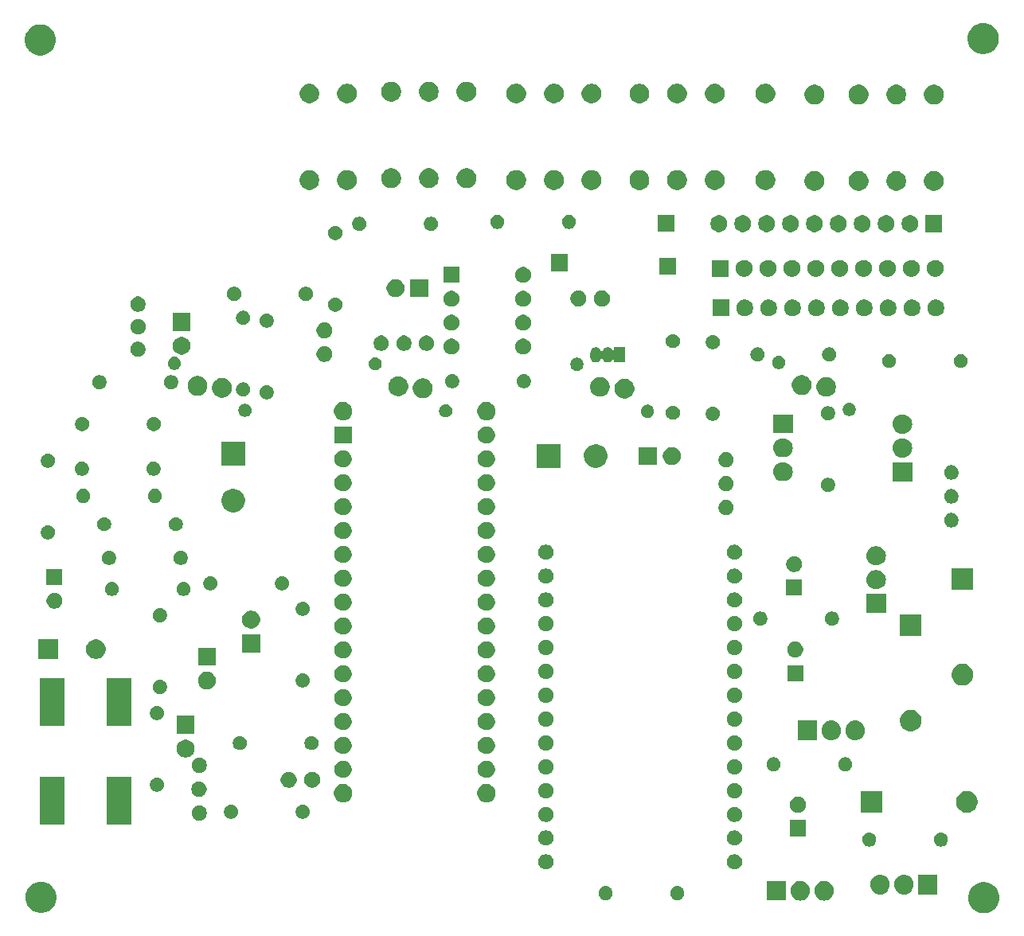
<source format=gbr>
G04 #@! TF.GenerationSoftware,KiCad,Pcbnew,5.1.6-c6e7f7d~86~ubuntu19.10.1*
G04 #@! TF.CreationDate,2020-06-16T13:29:06+02:00*
G04 #@! TF.ProjectId,laborBerlin,6c61626f-7242-4657-926c-696e2e6b6963,rev?*
G04 #@! TF.SameCoordinates,Original*
G04 #@! TF.FileFunction,Soldermask,Top*
G04 #@! TF.FilePolarity,Negative*
%FSLAX46Y46*%
G04 Gerber Fmt 4.6, Leading zero omitted, Abs format (unit mm)*
G04 Created by KiCad (PCBNEW 5.1.6-c6e7f7d~86~ubuntu19.10.1) date 2020-06-16 13:29:06*
%MOMM*%
%LPD*%
G01*
G04 APERTURE LIST*
%ADD10C,0.100000*%
G04 APERTURE END LIST*
D10*
G36*
X258575256Y-125141298D02*
G01*
X258681579Y-125162447D01*
X258982042Y-125286903D01*
X259252451Y-125467585D01*
X259482415Y-125697549D01*
X259663097Y-125967958D01*
X259777529Y-126244220D01*
X259787553Y-126268422D01*
X259851000Y-126587389D01*
X259851000Y-126912611D01*
X259833418Y-127001000D01*
X259787553Y-127231579D01*
X259663097Y-127532042D01*
X259482415Y-127802451D01*
X259252451Y-128032415D01*
X258982042Y-128213097D01*
X258681579Y-128337553D01*
X258613976Y-128351000D01*
X258362611Y-128401000D01*
X258037389Y-128401000D01*
X257786024Y-128351000D01*
X257718421Y-128337553D01*
X257417958Y-128213097D01*
X257147549Y-128032415D01*
X256917585Y-127802451D01*
X256736903Y-127532042D01*
X256612447Y-127231579D01*
X256566582Y-127001000D01*
X256549000Y-126912611D01*
X256549000Y-126587389D01*
X256612447Y-126268422D01*
X256622472Y-126244220D01*
X256736903Y-125967958D01*
X256917585Y-125697549D01*
X257147549Y-125467585D01*
X257417958Y-125286903D01*
X257718421Y-125162447D01*
X257824744Y-125141298D01*
X258037389Y-125099000D01*
X258362611Y-125099000D01*
X258575256Y-125141298D01*
G37*
G36*
X158325256Y-125091298D02*
G01*
X158431579Y-125112447D01*
X158732042Y-125236903D01*
X159002451Y-125417585D01*
X159232415Y-125647549D01*
X159413097Y-125917958D01*
X159537553Y-126218421D01*
X159542685Y-126244220D01*
X159601000Y-126537389D01*
X159601000Y-126862611D01*
X159591054Y-126912611D01*
X159537553Y-127181579D01*
X159413097Y-127482042D01*
X159232415Y-127752451D01*
X159002451Y-127982415D01*
X158732042Y-128163097D01*
X158431579Y-128287553D01*
X158325256Y-128308702D01*
X158112611Y-128351000D01*
X157787389Y-128351000D01*
X157574744Y-128308702D01*
X157468421Y-128287553D01*
X157167958Y-128163097D01*
X156897549Y-127982415D01*
X156667585Y-127752451D01*
X156486903Y-127482042D01*
X156362447Y-127181579D01*
X156308946Y-126912611D01*
X156299000Y-126862611D01*
X156299000Y-126537389D01*
X156357315Y-126244220D01*
X156362447Y-126218421D01*
X156486903Y-125917958D01*
X156667585Y-125647549D01*
X156897549Y-125417585D01*
X157167958Y-125236903D01*
X157468421Y-125112447D01*
X157574744Y-125091298D01*
X157787389Y-125049000D01*
X158112611Y-125049000D01*
X158325256Y-125091298D01*
G37*
G36*
X238886719Y-124963520D02*
G01*
X239075880Y-125020901D01*
X239075883Y-125020902D01*
X239128450Y-125049000D01*
X239250212Y-125114083D01*
X239403015Y-125239485D01*
X239528417Y-125392288D01*
X239621599Y-125566619D01*
X239678980Y-125755780D01*
X239693500Y-125903206D01*
X239693500Y-126096793D01*
X239678980Y-126244219D01*
X239621599Y-126433380D01*
X239621598Y-126433383D01*
X239572182Y-126525833D01*
X239528417Y-126607712D01*
X239403015Y-126760515D01*
X239250212Y-126885917D01*
X239075881Y-126979099D01*
X238886720Y-127036480D01*
X238690000Y-127055855D01*
X238493281Y-127036480D01*
X238304120Y-126979099D01*
X238129788Y-126885917D01*
X237976985Y-126760515D01*
X237851583Y-126607712D01*
X237758401Y-126433381D01*
X237701020Y-126244220D01*
X237686500Y-126096794D01*
X237686500Y-125903207D01*
X237701020Y-125755781D01*
X237758401Y-125566620D01*
X237758402Y-125566617D01*
X237838062Y-125417584D01*
X237851583Y-125392288D01*
X237976985Y-125239485D01*
X238129788Y-125114083D01*
X238304119Y-125020901D01*
X238493280Y-124963520D01*
X238690000Y-124944145D01*
X238886719Y-124963520D01*
G37*
G36*
X241426719Y-124963520D02*
G01*
X241615880Y-125020901D01*
X241615883Y-125020902D01*
X241668450Y-125049000D01*
X241790212Y-125114083D01*
X241943015Y-125239485D01*
X242068417Y-125392288D01*
X242161599Y-125566619D01*
X242218980Y-125755780D01*
X242233500Y-125903206D01*
X242233500Y-126096793D01*
X242218980Y-126244219D01*
X242161599Y-126433380D01*
X242161598Y-126433383D01*
X242112182Y-126525833D01*
X242068417Y-126607712D01*
X241943015Y-126760515D01*
X241790212Y-126885917D01*
X241615881Y-126979099D01*
X241426720Y-127036480D01*
X241230000Y-127055855D01*
X241033281Y-127036480D01*
X240844120Y-126979099D01*
X240669788Y-126885917D01*
X240516985Y-126760515D01*
X240391583Y-126607712D01*
X240298401Y-126433381D01*
X240241020Y-126244220D01*
X240226500Y-126096794D01*
X240226500Y-125903207D01*
X240241020Y-125755781D01*
X240298401Y-125566620D01*
X240298402Y-125566617D01*
X240378062Y-125417584D01*
X240391583Y-125392288D01*
X240516985Y-125239485D01*
X240669788Y-125114083D01*
X240844119Y-125020901D01*
X241033280Y-124963520D01*
X241230000Y-124944145D01*
X241426719Y-124963520D01*
G37*
G36*
X237153500Y-127051000D02*
G01*
X235146500Y-127051000D01*
X235146500Y-124949000D01*
X237153500Y-124949000D01*
X237153500Y-127051000D01*
G37*
G36*
X225839059Y-125527860D02*
G01*
X225932627Y-125566617D01*
X225975732Y-125584472D01*
X226098735Y-125666660D01*
X226203340Y-125771265D01*
X226211437Y-125783383D01*
X226285529Y-125894270D01*
X226342140Y-126030941D01*
X226371000Y-126176032D01*
X226371000Y-126323968D01*
X226354712Y-126405855D01*
X226342140Y-126469059D01*
X226285528Y-126605732D01*
X226203340Y-126728735D01*
X226098735Y-126833340D01*
X225975732Y-126915528D01*
X225975731Y-126915529D01*
X225975730Y-126915529D01*
X225839059Y-126972140D01*
X225693968Y-127001000D01*
X225546032Y-127001000D01*
X225400941Y-126972140D01*
X225264270Y-126915529D01*
X225264269Y-126915529D01*
X225264268Y-126915528D01*
X225141265Y-126833340D01*
X225036660Y-126728735D01*
X224954472Y-126605732D01*
X224897860Y-126469059D01*
X224885288Y-126405855D01*
X224869000Y-126323968D01*
X224869000Y-126176032D01*
X224897860Y-126030941D01*
X224954471Y-125894270D01*
X225028563Y-125783383D01*
X225036660Y-125771265D01*
X225141265Y-125666660D01*
X225264268Y-125584472D01*
X225307374Y-125566617D01*
X225400941Y-125527860D01*
X225546032Y-125499000D01*
X225693968Y-125499000D01*
X225839059Y-125527860D01*
G37*
G36*
X218219059Y-125527860D02*
G01*
X218312627Y-125566617D01*
X218355732Y-125584472D01*
X218478735Y-125666660D01*
X218583340Y-125771265D01*
X218591437Y-125783383D01*
X218665529Y-125894270D01*
X218722140Y-126030941D01*
X218751000Y-126176032D01*
X218751000Y-126323968D01*
X218734712Y-126405855D01*
X218722140Y-126469059D01*
X218665528Y-126605732D01*
X218583340Y-126728735D01*
X218478735Y-126833340D01*
X218355732Y-126915528D01*
X218355731Y-126915529D01*
X218355730Y-126915529D01*
X218219059Y-126972140D01*
X218073968Y-127001000D01*
X217926032Y-127001000D01*
X217780941Y-126972140D01*
X217644270Y-126915529D01*
X217644269Y-126915529D01*
X217644268Y-126915528D01*
X217521265Y-126833340D01*
X217416660Y-126728735D01*
X217334472Y-126605732D01*
X217277860Y-126469059D01*
X217265288Y-126405855D01*
X217249000Y-126323968D01*
X217249000Y-126176032D01*
X217277860Y-126030941D01*
X217334471Y-125894270D01*
X217408563Y-125783383D01*
X217416660Y-125771265D01*
X217521265Y-125666660D01*
X217644268Y-125584472D01*
X217687374Y-125566617D01*
X217780941Y-125527860D01*
X217926032Y-125499000D01*
X218073968Y-125499000D01*
X218219059Y-125527860D01*
G37*
G36*
X247366720Y-124313520D02*
G01*
X247555881Y-124370901D01*
X247730212Y-124464083D01*
X247883015Y-124589485D01*
X248008417Y-124742288D01*
X248052182Y-124824167D01*
X248101598Y-124916617D01*
X248101599Y-124916620D01*
X248158980Y-125105781D01*
X248173500Y-125253207D01*
X248173500Y-125446794D01*
X248158980Y-125594220D01*
X248101599Y-125783381D01*
X248008417Y-125957712D01*
X247883015Y-126110515D01*
X247730212Y-126235917D01*
X247669401Y-126268421D01*
X247555883Y-126329098D01*
X247555880Y-126329099D01*
X247366719Y-126386480D01*
X247170000Y-126405855D01*
X246973280Y-126386480D01*
X246784119Y-126329099D01*
X246609788Y-126235917D01*
X246456985Y-126110515D01*
X246331583Y-125957712D01*
X246287818Y-125875833D01*
X246238402Y-125783383D01*
X246230029Y-125755780D01*
X246181020Y-125594219D01*
X246166500Y-125446793D01*
X246166500Y-125253206D01*
X246181020Y-125105780D01*
X246238401Y-124916619D01*
X246331583Y-124742288D01*
X246456985Y-124589485D01*
X246609788Y-124464083D01*
X246784120Y-124370901D01*
X246973281Y-124313520D01*
X247170000Y-124294145D01*
X247366720Y-124313520D01*
G37*
G36*
X249906720Y-124313520D02*
G01*
X250095881Y-124370901D01*
X250270212Y-124464083D01*
X250423015Y-124589485D01*
X250548417Y-124742288D01*
X250592182Y-124824167D01*
X250641598Y-124916617D01*
X250641599Y-124916620D01*
X250698980Y-125105781D01*
X250713500Y-125253207D01*
X250713500Y-125446794D01*
X250698980Y-125594220D01*
X250641599Y-125783381D01*
X250548417Y-125957712D01*
X250423015Y-126110515D01*
X250270212Y-126235917D01*
X250209401Y-126268421D01*
X250095883Y-126329098D01*
X250095880Y-126329099D01*
X249906719Y-126386480D01*
X249710000Y-126405855D01*
X249513280Y-126386480D01*
X249324119Y-126329099D01*
X249149788Y-126235917D01*
X248996985Y-126110515D01*
X248871583Y-125957712D01*
X248827818Y-125875833D01*
X248778402Y-125783383D01*
X248770029Y-125755780D01*
X248721020Y-125594219D01*
X248706500Y-125446793D01*
X248706500Y-125253206D01*
X248721020Y-125105780D01*
X248778401Y-124916619D01*
X248871583Y-124742288D01*
X248996985Y-124589485D01*
X249149788Y-124464083D01*
X249324120Y-124370901D01*
X249513281Y-124313520D01*
X249710000Y-124294145D01*
X249906720Y-124313520D01*
G37*
G36*
X253253500Y-126401000D02*
G01*
X251246500Y-126401000D01*
X251246500Y-124299000D01*
X253253500Y-124299000D01*
X253253500Y-126401000D01*
G37*
G36*
X211887142Y-122148242D02*
G01*
X212035101Y-122209529D01*
X212168255Y-122298499D01*
X212281501Y-122411745D01*
X212370471Y-122544899D01*
X212431758Y-122692858D01*
X212463000Y-122849925D01*
X212463000Y-123010075D01*
X212431758Y-123167142D01*
X212370471Y-123315101D01*
X212281501Y-123448255D01*
X212168255Y-123561501D01*
X212035101Y-123650471D01*
X211887142Y-123711758D01*
X211730075Y-123743000D01*
X211569925Y-123743000D01*
X211412858Y-123711758D01*
X211264899Y-123650471D01*
X211131745Y-123561501D01*
X211018499Y-123448255D01*
X210929529Y-123315101D01*
X210868242Y-123167142D01*
X210837000Y-123010075D01*
X210837000Y-122849925D01*
X210868242Y-122692858D01*
X210929529Y-122544899D01*
X211018499Y-122411745D01*
X211131745Y-122298499D01*
X211264899Y-122209529D01*
X211412858Y-122148242D01*
X211569925Y-122117000D01*
X211730075Y-122117000D01*
X211887142Y-122148242D01*
G37*
G36*
X231937142Y-122148242D02*
G01*
X232085101Y-122209529D01*
X232218255Y-122298499D01*
X232331501Y-122411745D01*
X232420471Y-122544899D01*
X232481758Y-122692858D01*
X232513000Y-122849925D01*
X232513000Y-123010075D01*
X232481758Y-123167142D01*
X232420471Y-123315101D01*
X232331501Y-123448255D01*
X232218255Y-123561501D01*
X232085101Y-123650471D01*
X231937142Y-123711758D01*
X231780075Y-123743000D01*
X231619925Y-123743000D01*
X231462858Y-123711758D01*
X231314899Y-123650471D01*
X231181745Y-123561501D01*
X231068499Y-123448255D01*
X230979529Y-123315101D01*
X230918242Y-123167142D01*
X230887000Y-123010075D01*
X230887000Y-122849925D01*
X230918242Y-122692858D01*
X230979529Y-122544899D01*
X231068499Y-122411745D01*
X231181745Y-122298499D01*
X231314899Y-122209529D01*
X231462858Y-122148242D01*
X231619925Y-122117000D01*
X231780075Y-122117000D01*
X231937142Y-122148242D01*
G37*
G36*
X253869059Y-119827860D02*
G01*
X253975007Y-119871745D01*
X254005732Y-119884472D01*
X254128735Y-119966660D01*
X254233340Y-120071265D01*
X254315528Y-120194268D01*
X254315529Y-120194270D01*
X254372140Y-120330941D01*
X254401000Y-120476032D01*
X254401000Y-120623968D01*
X254400368Y-120627143D01*
X254372140Y-120769059D01*
X254315528Y-120905732D01*
X254233340Y-121028735D01*
X254128735Y-121133340D01*
X254005732Y-121215528D01*
X254005731Y-121215529D01*
X254005730Y-121215529D01*
X253869059Y-121272140D01*
X253723968Y-121301000D01*
X253576032Y-121301000D01*
X253430941Y-121272140D01*
X253294270Y-121215529D01*
X253294269Y-121215529D01*
X253294268Y-121215528D01*
X253171265Y-121133340D01*
X253066660Y-121028735D01*
X252984472Y-120905732D01*
X252927860Y-120769059D01*
X252899632Y-120627143D01*
X252899000Y-120623968D01*
X252899000Y-120476032D01*
X252927860Y-120330941D01*
X252984471Y-120194270D01*
X252984472Y-120194268D01*
X253066660Y-120071265D01*
X253171265Y-119966660D01*
X253294268Y-119884472D01*
X253324994Y-119871745D01*
X253430941Y-119827860D01*
X253576032Y-119799000D01*
X253723968Y-119799000D01*
X253869059Y-119827860D01*
G37*
G36*
X246249059Y-119827860D02*
G01*
X246355007Y-119871745D01*
X246385732Y-119884472D01*
X246508735Y-119966660D01*
X246613340Y-120071265D01*
X246695528Y-120194268D01*
X246695529Y-120194270D01*
X246752140Y-120330941D01*
X246781000Y-120476032D01*
X246781000Y-120623968D01*
X246780368Y-120627143D01*
X246752140Y-120769059D01*
X246695528Y-120905732D01*
X246613340Y-121028735D01*
X246508735Y-121133340D01*
X246385732Y-121215528D01*
X246385731Y-121215529D01*
X246385730Y-121215529D01*
X246249059Y-121272140D01*
X246103968Y-121301000D01*
X245956032Y-121301000D01*
X245810941Y-121272140D01*
X245674270Y-121215529D01*
X245674269Y-121215529D01*
X245674268Y-121215528D01*
X245551265Y-121133340D01*
X245446660Y-121028735D01*
X245364472Y-120905732D01*
X245307860Y-120769059D01*
X245279632Y-120627143D01*
X245279000Y-120623968D01*
X245279000Y-120476032D01*
X245307860Y-120330941D01*
X245364471Y-120194270D01*
X245364472Y-120194268D01*
X245446660Y-120071265D01*
X245551265Y-119966660D01*
X245674268Y-119884472D01*
X245704994Y-119871745D01*
X245810941Y-119827860D01*
X245956032Y-119799000D01*
X246103968Y-119799000D01*
X246249059Y-119827860D01*
G37*
G36*
X231937142Y-119608242D02*
G01*
X232085101Y-119669529D01*
X232218255Y-119758499D01*
X232331501Y-119871745D01*
X232420471Y-120004899D01*
X232481758Y-120152858D01*
X232513000Y-120309925D01*
X232513000Y-120470075D01*
X232481758Y-120627142D01*
X232420471Y-120775101D01*
X232331501Y-120908255D01*
X232218255Y-121021501D01*
X232085101Y-121110471D01*
X231937142Y-121171758D01*
X231780075Y-121203000D01*
X231619925Y-121203000D01*
X231462858Y-121171758D01*
X231314899Y-121110471D01*
X231181745Y-121021501D01*
X231068499Y-120908255D01*
X230979529Y-120775101D01*
X230918242Y-120627142D01*
X230887000Y-120470075D01*
X230887000Y-120309925D01*
X230918242Y-120152858D01*
X230979529Y-120004899D01*
X231068499Y-119871745D01*
X231181745Y-119758499D01*
X231314899Y-119669529D01*
X231462858Y-119608242D01*
X231619925Y-119577000D01*
X231780075Y-119577000D01*
X231937142Y-119608242D01*
G37*
G36*
X211887142Y-119608242D02*
G01*
X212035101Y-119669529D01*
X212168255Y-119758499D01*
X212281501Y-119871745D01*
X212370471Y-120004899D01*
X212431758Y-120152858D01*
X212463000Y-120309925D01*
X212463000Y-120470075D01*
X212431758Y-120627142D01*
X212370471Y-120775101D01*
X212281501Y-120908255D01*
X212168255Y-121021501D01*
X212035101Y-121110471D01*
X211887142Y-121171758D01*
X211730075Y-121203000D01*
X211569925Y-121203000D01*
X211412858Y-121171758D01*
X211264899Y-121110471D01*
X211131745Y-121021501D01*
X211018499Y-120908255D01*
X210929529Y-120775101D01*
X210868242Y-120627142D01*
X210837000Y-120470075D01*
X210837000Y-120309925D01*
X210868242Y-120152858D01*
X210929529Y-120004899D01*
X211018499Y-119871745D01*
X211131745Y-119758499D01*
X211264899Y-119669529D01*
X211412858Y-119608242D01*
X211569925Y-119577000D01*
X211730075Y-119577000D01*
X211887142Y-119608242D01*
G37*
G36*
X239301000Y-120201000D02*
G01*
X237599000Y-120201000D01*
X237599000Y-118499000D01*
X239301000Y-118499000D01*
X239301000Y-120201000D01*
G37*
G36*
X167551000Y-119001000D02*
G01*
X164949000Y-119001000D01*
X164949000Y-113899000D01*
X167551000Y-113899000D01*
X167551000Y-119001000D01*
G37*
G36*
X160451000Y-119001000D02*
G01*
X157849000Y-119001000D01*
X157849000Y-113899000D01*
X160451000Y-113899000D01*
X160451000Y-119001000D01*
G37*
G36*
X231937142Y-117108242D02*
G01*
X232085101Y-117169529D01*
X232218255Y-117258499D01*
X232331501Y-117371745D01*
X232420471Y-117504899D01*
X232481758Y-117652858D01*
X232513000Y-117809925D01*
X232513000Y-117970075D01*
X232481758Y-118127142D01*
X232420471Y-118275101D01*
X232331501Y-118408255D01*
X232218255Y-118521501D01*
X232085101Y-118610471D01*
X231937142Y-118671758D01*
X231780075Y-118703000D01*
X231619925Y-118703000D01*
X231462858Y-118671758D01*
X231314899Y-118610471D01*
X231181745Y-118521501D01*
X231068499Y-118408255D01*
X230979529Y-118275101D01*
X230918242Y-118127142D01*
X230887000Y-117970075D01*
X230887000Y-117809925D01*
X230918242Y-117652858D01*
X230979529Y-117504899D01*
X231068499Y-117371745D01*
X231181745Y-117258499D01*
X231314899Y-117169529D01*
X231462858Y-117108242D01*
X231619925Y-117077000D01*
X231780075Y-117077000D01*
X231937142Y-117108242D01*
G37*
G36*
X211887142Y-117108242D02*
G01*
X212035101Y-117169529D01*
X212168255Y-117258499D01*
X212281501Y-117371745D01*
X212370471Y-117504899D01*
X212431758Y-117652858D01*
X212463000Y-117809925D01*
X212463000Y-117970075D01*
X212431758Y-118127142D01*
X212370471Y-118275101D01*
X212281501Y-118408255D01*
X212168255Y-118521501D01*
X212035101Y-118610471D01*
X211887142Y-118671758D01*
X211730075Y-118703000D01*
X211569925Y-118703000D01*
X211412858Y-118671758D01*
X211264899Y-118610471D01*
X211131745Y-118521501D01*
X211018499Y-118408255D01*
X210929529Y-118275101D01*
X210868242Y-118127142D01*
X210837000Y-117970075D01*
X210837000Y-117809925D01*
X210868242Y-117652858D01*
X210929529Y-117504899D01*
X211018499Y-117371745D01*
X211131745Y-117258499D01*
X211264899Y-117169529D01*
X211412858Y-117108242D01*
X211569925Y-117077000D01*
X211730075Y-117077000D01*
X211887142Y-117108242D01*
G37*
G36*
X175031142Y-116958242D02*
G01*
X175179101Y-117019529D01*
X175312255Y-117108499D01*
X175425501Y-117221745D01*
X175514471Y-117354899D01*
X175575758Y-117502858D01*
X175607000Y-117659925D01*
X175607000Y-117820075D01*
X175575758Y-117977142D01*
X175514471Y-118125101D01*
X175425501Y-118258255D01*
X175312255Y-118371501D01*
X175179101Y-118460471D01*
X175031142Y-118521758D01*
X174874075Y-118553000D01*
X174713925Y-118553000D01*
X174556858Y-118521758D01*
X174408899Y-118460471D01*
X174275745Y-118371501D01*
X174162499Y-118258255D01*
X174073529Y-118125101D01*
X174012242Y-117977142D01*
X173981000Y-117820075D01*
X173981000Y-117659925D01*
X174012242Y-117502858D01*
X174073529Y-117354899D01*
X174162499Y-117221745D01*
X174275745Y-117108499D01*
X174408899Y-117019529D01*
X174556858Y-116958242D01*
X174713925Y-116927000D01*
X174874075Y-116927000D01*
X175031142Y-116958242D01*
G37*
G36*
X186019059Y-116877860D02*
G01*
X186154149Y-116933816D01*
X186155732Y-116934472D01*
X186278735Y-117016660D01*
X186383340Y-117121265D01*
X186465528Y-117244268D01*
X186465529Y-117244270D01*
X186522140Y-117380941D01*
X186546797Y-117504900D01*
X186551000Y-117526033D01*
X186551000Y-117673967D01*
X186522140Y-117819059D01*
X186465528Y-117955732D01*
X186383340Y-118078735D01*
X186278735Y-118183340D01*
X186155732Y-118265528D01*
X186155731Y-118265529D01*
X186155730Y-118265529D01*
X186019059Y-118322140D01*
X185873968Y-118351000D01*
X185726032Y-118351000D01*
X185580941Y-118322140D01*
X185444270Y-118265529D01*
X185444269Y-118265529D01*
X185444268Y-118265528D01*
X185321265Y-118183340D01*
X185216660Y-118078735D01*
X185134472Y-117955732D01*
X185077860Y-117819059D01*
X185049000Y-117673967D01*
X185049000Y-117526033D01*
X185053204Y-117504900D01*
X185077860Y-117380941D01*
X185134471Y-117244270D01*
X185134472Y-117244268D01*
X185216660Y-117121265D01*
X185321265Y-117016660D01*
X185444268Y-116934472D01*
X185445852Y-116933816D01*
X185580941Y-116877860D01*
X185726032Y-116849000D01*
X185873968Y-116849000D01*
X186019059Y-116877860D01*
G37*
G36*
X178399059Y-116877860D02*
G01*
X178534149Y-116933816D01*
X178535732Y-116934472D01*
X178658735Y-117016660D01*
X178763340Y-117121265D01*
X178845528Y-117244268D01*
X178845529Y-117244270D01*
X178902140Y-117380941D01*
X178926797Y-117504900D01*
X178931000Y-117526033D01*
X178931000Y-117673967D01*
X178902140Y-117819059D01*
X178845528Y-117955732D01*
X178763340Y-118078735D01*
X178658735Y-118183340D01*
X178535732Y-118265528D01*
X178535731Y-118265529D01*
X178535730Y-118265529D01*
X178399059Y-118322140D01*
X178253968Y-118351000D01*
X178106032Y-118351000D01*
X177960941Y-118322140D01*
X177824270Y-118265529D01*
X177824269Y-118265529D01*
X177824268Y-118265528D01*
X177701265Y-118183340D01*
X177596660Y-118078735D01*
X177514472Y-117955732D01*
X177457860Y-117819059D01*
X177429000Y-117673967D01*
X177429000Y-117526033D01*
X177433204Y-117504900D01*
X177457860Y-117380941D01*
X177514471Y-117244270D01*
X177514472Y-117244268D01*
X177596660Y-117121265D01*
X177701265Y-117016660D01*
X177824268Y-116934472D01*
X177825852Y-116933816D01*
X177960941Y-116877860D01*
X178106032Y-116849000D01*
X178253968Y-116849000D01*
X178399059Y-116877860D01*
G37*
G36*
X256634549Y-115421116D02*
G01*
X256745734Y-115443232D01*
X256955203Y-115529997D01*
X257143720Y-115655960D01*
X257304040Y-115816280D01*
X257430003Y-116004797D01*
X257516768Y-116214266D01*
X257561000Y-116436636D01*
X257561000Y-116663364D01*
X257516768Y-116885734D01*
X257430003Y-117095203D01*
X257304040Y-117283720D01*
X257143720Y-117444040D01*
X256955203Y-117570003D01*
X256745734Y-117656768D01*
X256659263Y-117673968D01*
X256523365Y-117701000D01*
X256296635Y-117701000D01*
X256160737Y-117673968D01*
X256074266Y-117656768D01*
X255864797Y-117570003D01*
X255676280Y-117444040D01*
X255515960Y-117283720D01*
X255389997Y-117095203D01*
X255303232Y-116885734D01*
X255259000Y-116663364D01*
X255259000Y-116436636D01*
X255303232Y-116214266D01*
X255389997Y-116004797D01*
X255515960Y-115816280D01*
X255676280Y-115655960D01*
X255864797Y-115529997D01*
X256074266Y-115443232D01*
X256185451Y-115421116D01*
X256296635Y-115399000D01*
X256523365Y-115399000D01*
X256634549Y-115421116D01*
G37*
G36*
X247401000Y-117701000D02*
G01*
X245099000Y-117701000D01*
X245099000Y-115399000D01*
X247401000Y-115399000D01*
X247401000Y-117701000D01*
G37*
G36*
X238698228Y-116031703D02*
G01*
X238853100Y-116095853D01*
X238992481Y-116188985D01*
X239111015Y-116307519D01*
X239204147Y-116446900D01*
X239268297Y-116601772D01*
X239301000Y-116766184D01*
X239301000Y-116933816D01*
X239268297Y-117098228D01*
X239204147Y-117253100D01*
X239111015Y-117392481D01*
X238992481Y-117511015D01*
X238853100Y-117604147D01*
X238698228Y-117668297D01*
X238533816Y-117701000D01*
X238366184Y-117701000D01*
X238201772Y-117668297D01*
X238046900Y-117604147D01*
X237907519Y-117511015D01*
X237788985Y-117392481D01*
X237695853Y-117253100D01*
X237631703Y-117098228D01*
X237599000Y-116933816D01*
X237599000Y-116766184D01*
X237631703Y-116601772D01*
X237695853Y-116446900D01*
X237788985Y-116307519D01*
X237907519Y-116188985D01*
X238046900Y-116095853D01*
X238201772Y-116031703D01*
X238366184Y-115999000D01*
X238533816Y-115999000D01*
X238698228Y-116031703D01*
G37*
G36*
X190364687Y-114691507D02*
G01*
X190364690Y-114691508D01*
X190364689Y-114691508D01*
X190542309Y-114765080D01*
X190542310Y-114765081D01*
X190702161Y-114871889D01*
X190838111Y-115007839D01*
X190927158Y-115141109D01*
X190944920Y-115167691D01*
X191001107Y-115303340D01*
X191018493Y-115345313D01*
X191056000Y-115533871D01*
X191056000Y-115726129D01*
X191018493Y-115914687D01*
X191018492Y-115914689D01*
X190944920Y-116092309D01*
X190942552Y-116095853D01*
X190838111Y-116252161D01*
X190702161Y-116388111D01*
X190568891Y-116477158D01*
X190542309Y-116494920D01*
X190404927Y-116551825D01*
X190364687Y-116568493D01*
X190176129Y-116606000D01*
X189983871Y-116606000D01*
X189795313Y-116568493D01*
X189755073Y-116551825D01*
X189617691Y-116494920D01*
X189591109Y-116477158D01*
X189457839Y-116388111D01*
X189321889Y-116252161D01*
X189217448Y-116095853D01*
X189215080Y-116092309D01*
X189141508Y-115914689D01*
X189141507Y-115914687D01*
X189104000Y-115726129D01*
X189104000Y-115533871D01*
X189141507Y-115345313D01*
X189158893Y-115303340D01*
X189215080Y-115167691D01*
X189232842Y-115141109D01*
X189321889Y-115007839D01*
X189457839Y-114871889D01*
X189617690Y-114765081D01*
X189617691Y-114765080D01*
X189795311Y-114691508D01*
X189795310Y-114691508D01*
X189795313Y-114691507D01*
X189983871Y-114654000D01*
X190176129Y-114654000D01*
X190364687Y-114691507D01*
G37*
G36*
X205604687Y-114691507D02*
G01*
X205604690Y-114691508D01*
X205604689Y-114691508D01*
X205782309Y-114765080D01*
X205782310Y-114765081D01*
X205942161Y-114871889D01*
X206078111Y-115007839D01*
X206167158Y-115141109D01*
X206184920Y-115167691D01*
X206241107Y-115303340D01*
X206258493Y-115345313D01*
X206296000Y-115533871D01*
X206296000Y-115726129D01*
X206258493Y-115914687D01*
X206258492Y-115914689D01*
X206184920Y-116092309D01*
X206182552Y-116095853D01*
X206078111Y-116252161D01*
X205942161Y-116388111D01*
X205808891Y-116477158D01*
X205782309Y-116494920D01*
X205644927Y-116551825D01*
X205604687Y-116568493D01*
X205416129Y-116606000D01*
X205223871Y-116606000D01*
X205035313Y-116568493D01*
X204995073Y-116551825D01*
X204857691Y-116494920D01*
X204831109Y-116477158D01*
X204697839Y-116388111D01*
X204561889Y-116252161D01*
X204457448Y-116095853D01*
X204455080Y-116092309D01*
X204381508Y-115914689D01*
X204381507Y-115914687D01*
X204344000Y-115726129D01*
X204344000Y-115533871D01*
X204381507Y-115345313D01*
X204398893Y-115303340D01*
X204455080Y-115167691D01*
X204472842Y-115141109D01*
X204561889Y-115007839D01*
X204697839Y-114871889D01*
X204857690Y-114765081D01*
X204857691Y-114765080D01*
X205035311Y-114691508D01*
X205035310Y-114691508D01*
X205035313Y-114691507D01*
X205223871Y-114654000D01*
X205416129Y-114654000D01*
X205604687Y-114691507D01*
G37*
G36*
X231937142Y-114578242D02*
G01*
X232085101Y-114639529D01*
X232218255Y-114728499D01*
X232331501Y-114841745D01*
X232420471Y-114974899D01*
X232481758Y-115122858D01*
X232513000Y-115279925D01*
X232513000Y-115440075D01*
X232481758Y-115597142D01*
X232420471Y-115745101D01*
X232331501Y-115878255D01*
X232218255Y-115991501D01*
X232085101Y-116080471D01*
X231937142Y-116141758D01*
X231780075Y-116173000D01*
X231619925Y-116173000D01*
X231462858Y-116141758D01*
X231314899Y-116080471D01*
X231181745Y-115991501D01*
X231068499Y-115878255D01*
X230979529Y-115745101D01*
X230918242Y-115597142D01*
X230887000Y-115440075D01*
X230887000Y-115279925D01*
X230918242Y-115122858D01*
X230979529Y-114974899D01*
X231068499Y-114841745D01*
X231181745Y-114728499D01*
X231314899Y-114639529D01*
X231462858Y-114578242D01*
X231619925Y-114547000D01*
X231780075Y-114547000D01*
X231937142Y-114578242D01*
G37*
G36*
X211887142Y-114578242D02*
G01*
X212035101Y-114639529D01*
X212168255Y-114728499D01*
X212281501Y-114841745D01*
X212370471Y-114974899D01*
X212431758Y-115122858D01*
X212463000Y-115279925D01*
X212463000Y-115440075D01*
X212431758Y-115597142D01*
X212370471Y-115745101D01*
X212281501Y-115878255D01*
X212168255Y-115991501D01*
X212035101Y-116080471D01*
X211887142Y-116141758D01*
X211730075Y-116173000D01*
X211569925Y-116173000D01*
X211412858Y-116141758D01*
X211264899Y-116080471D01*
X211131745Y-115991501D01*
X211018499Y-115878255D01*
X210929529Y-115745101D01*
X210868242Y-115597142D01*
X210837000Y-115440075D01*
X210837000Y-115279925D01*
X210868242Y-115122858D01*
X210929529Y-114974899D01*
X211018499Y-114841745D01*
X211131745Y-114728499D01*
X211264899Y-114639529D01*
X211412858Y-114578242D01*
X211569925Y-114547000D01*
X211730075Y-114547000D01*
X211887142Y-114578242D01*
G37*
G36*
X175005142Y-114418242D02*
G01*
X175153101Y-114479529D01*
X175286255Y-114568499D01*
X175399501Y-114681745D01*
X175488471Y-114814899D01*
X175549758Y-114962858D01*
X175581000Y-115119925D01*
X175581000Y-115280075D01*
X175549758Y-115437142D01*
X175488471Y-115585101D01*
X175399501Y-115718255D01*
X175286255Y-115831501D01*
X175153101Y-115920471D01*
X175005142Y-115981758D01*
X174848075Y-116013000D01*
X174687925Y-116013000D01*
X174530858Y-115981758D01*
X174382899Y-115920471D01*
X174249745Y-115831501D01*
X174136499Y-115718255D01*
X174047529Y-115585101D01*
X173986242Y-115437142D01*
X173955000Y-115280075D01*
X173955000Y-115119925D01*
X173986242Y-114962858D01*
X174047529Y-114814899D01*
X174136499Y-114681745D01*
X174249745Y-114568499D01*
X174382899Y-114479529D01*
X174530858Y-114418242D01*
X174687925Y-114387000D01*
X174848075Y-114387000D01*
X175005142Y-114418242D01*
G37*
G36*
X170519059Y-113997860D02*
G01*
X170655732Y-114054472D01*
X170778735Y-114136660D01*
X170883340Y-114241265D01*
X170965528Y-114364268D01*
X170965529Y-114364270D01*
X171022140Y-114500941D01*
X171051000Y-114646032D01*
X171051000Y-114793968D01*
X171022140Y-114939059D01*
X170975773Y-115051000D01*
X170965528Y-115075732D01*
X170883340Y-115198735D01*
X170778735Y-115303340D01*
X170655732Y-115385528D01*
X170655731Y-115385529D01*
X170655730Y-115385529D01*
X170519059Y-115442140D01*
X170373968Y-115471000D01*
X170226032Y-115471000D01*
X170080941Y-115442140D01*
X169944270Y-115385529D01*
X169944269Y-115385529D01*
X169944268Y-115385528D01*
X169821265Y-115303340D01*
X169716660Y-115198735D01*
X169634472Y-115075732D01*
X169624228Y-115051000D01*
X169577860Y-114939059D01*
X169549000Y-114793968D01*
X169549000Y-114646032D01*
X169577860Y-114500941D01*
X169634471Y-114364270D01*
X169634472Y-114364268D01*
X169716660Y-114241265D01*
X169821265Y-114136660D01*
X169944268Y-114054472D01*
X170080941Y-113997860D01*
X170226032Y-113969000D01*
X170373968Y-113969000D01*
X170519059Y-113997860D01*
G37*
G36*
X187048228Y-113381703D02*
G01*
X187203100Y-113445853D01*
X187342481Y-113538985D01*
X187461015Y-113657519D01*
X187554147Y-113796900D01*
X187618297Y-113951772D01*
X187651000Y-114116184D01*
X187651000Y-114283816D01*
X187618297Y-114448228D01*
X187554147Y-114603100D01*
X187461015Y-114742481D01*
X187342481Y-114861015D01*
X187203100Y-114954147D01*
X187048228Y-115018297D01*
X186883816Y-115051000D01*
X186716184Y-115051000D01*
X186551772Y-115018297D01*
X186396900Y-114954147D01*
X186257519Y-114861015D01*
X186138985Y-114742481D01*
X186045853Y-114603100D01*
X185981703Y-114448228D01*
X185949000Y-114283816D01*
X185949000Y-114116184D01*
X185981703Y-113951772D01*
X186045853Y-113796900D01*
X186138985Y-113657519D01*
X186257519Y-113538985D01*
X186396900Y-113445853D01*
X186551772Y-113381703D01*
X186716184Y-113349000D01*
X186883816Y-113349000D01*
X187048228Y-113381703D01*
G37*
G36*
X184548228Y-113381703D02*
G01*
X184703100Y-113445853D01*
X184842481Y-113538985D01*
X184961015Y-113657519D01*
X185054147Y-113796900D01*
X185118297Y-113951772D01*
X185151000Y-114116184D01*
X185151000Y-114283816D01*
X185118297Y-114448228D01*
X185054147Y-114603100D01*
X184961015Y-114742481D01*
X184842481Y-114861015D01*
X184703100Y-114954147D01*
X184548228Y-115018297D01*
X184383816Y-115051000D01*
X184216184Y-115051000D01*
X184051772Y-115018297D01*
X183896900Y-114954147D01*
X183757519Y-114861015D01*
X183638985Y-114742481D01*
X183545853Y-114603100D01*
X183481703Y-114448228D01*
X183449000Y-114283816D01*
X183449000Y-114116184D01*
X183481703Y-113951772D01*
X183545853Y-113796900D01*
X183638985Y-113657519D01*
X183757519Y-113538985D01*
X183896900Y-113445853D01*
X184051772Y-113381703D01*
X184216184Y-113349000D01*
X184383816Y-113349000D01*
X184548228Y-113381703D01*
G37*
G36*
X205586778Y-112210547D02*
G01*
X205753224Y-112279491D01*
X205903022Y-112379583D01*
X206030417Y-112506978D01*
X206130509Y-112656776D01*
X206199453Y-112823222D01*
X206234600Y-112999918D01*
X206234600Y-113180082D01*
X206199453Y-113356778D01*
X206130509Y-113523224D01*
X206030417Y-113673022D01*
X205903022Y-113800417D01*
X205753224Y-113900509D01*
X205586778Y-113969453D01*
X205410082Y-114004600D01*
X205229918Y-114004600D01*
X205053222Y-113969453D01*
X204886776Y-113900509D01*
X204736978Y-113800417D01*
X204609583Y-113673022D01*
X204509491Y-113523224D01*
X204440547Y-113356778D01*
X204405400Y-113180082D01*
X204405400Y-112999918D01*
X204440547Y-112823222D01*
X204509491Y-112656776D01*
X204609583Y-112506978D01*
X204736978Y-112379583D01*
X204886776Y-112279491D01*
X205053222Y-112210547D01*
X205229918Y-112175400D01*
X205410082Y-112175400D01*
X205586778Y-112210547D01*
G37*
G36*
X190346778Y-112210547D02*
G01*
X190513224Y-112279491D01*
X190663022Y-112379583D01*
X190790417Y-112506978D01*
X190890509Y-112656776D01*
X190959453Y-112823222D01*
X190994600Y-112999918D01*
X190994600Y-113180082D01*
X190959453Y-113356778D01*
X190890509Y-113523224D01*
X190790417Y-113673022D01*
X190663022Y-113800417D01*
X190513224Y-113900509D01*
X190346778Y-113969453D01*
X190170082Y-114004600D01*
X189989918Y-114004600D01*
X189813222Y-113969453D01*
X189646776Y-113900509D01*
X189496978Y-113800417D01*
X189369583Y-113673022D01*
X189269491Y-113523224D01*
X189200547Y-113356778D01*
X189165400Y-113180082D01*
X189165400Y-112999918D01*
X189200547Y-112823222D01*
X189269491Y-112656776D01*
X189369583Y-112506978D01*
X189496978Y-112379583D01*
X189646776Y-112279491D01*
X189813222Y-112210547D01*
X189989918Y-112175400D01*
X190170082Y-112175400D01*
X190346778Y-112210547D01*
G37*
G36*
X231937142Y-112038242D02*
G01*
X232085101Y-112099529D01*
X232218255Y-112188499D01*
X232331501Y-112301745D01*
X232420471Y-112434899D01*
X232481758Y-112582858D01*
X232513000Y-112739925D01*
X232513000Y-112900075D01*
X232481758Y-113057142D01*
X232420471Y-113205101D01*
X232331501Y-113338255D01*
X232218255Y-113451501D01*
X232085101Y-113540471D01*
X231937142Y-113601758D01*
X231780075Y-113633000D01*
X231619925Y-113633000D01*
X231462858Y-113601758D01*
X231314899Y-113540471D01*
X231181745Y-113451501D01*
X231068499Y-113338255D01*
X230979529Y-113205101D01*
X230918242Y-113057142D01*
X230887000Y-112900075D01*
X230887000Y-112739925D01*
X230918242Y-112582858D01*
X230979529Y-112434899D01*
X231068499Y-112301745D01*
X231181745Y-112188499D01*
X231314899Y-112099529D01*
X231462858Y-112038242D01*
X231619925Y-112007000D01*
X231780075Y-112007000D01*
X231937142Y-112038242D01*
G37*
G36*
X211887142Y-112038242D02*
G01*
X212035101Y-112099529D01*
X212168255Y-112188499D01*
X212281501Y-112301745D01*
X212370471Y-112434899D01*
X212431758Y-112582858D01*
X212463000Y-112739925D01*
X212463000Y-112900075D01*
X212431758Y-113057142D01*
X212370471Y-113205101D01*
X212281501Y-113338255D01*
X212168255Y-113451501D01*
X212035101Y-113540471D01*
X211887142Y-113601758D01*
X211730075Y-113633000D01*
X211569925Y-113633000D01*
X211412858Y-113601758D01*
X211264899Y-113540471D01*
X211131745Y-113451501D01*
X211018499Y-113338255D01*
X210929529Y-113205101D01*
X210868242Y-113057142D01*
X210837000Y-112900075D01*
X210837000Y-112739925D01*
X210868242Y-112582858D01*
X210929529Y-112434899D01*
X211018499Y-112301745D01*
X211131745Y-112188499D01*
X211264899Y-112099529D01*
X211412858Y-112038242D01*
X211569925Y-112007000D01*
X211730075Y-112007000D01*
X211887142Y-112038242D01*
G37*
G36*
X175031142Y-111878242D02*
G01*
X175179101Y-111939529D01*
X175312255Y-112028499D01*
X175425501Y-112141745D01*
X175514471Y-112274899D01*
X175575758Y-112422858D01*
X175607000Y-112579925D01*
X175607000Y-112740075D01*
X175575758Y-112897142D01*
X175514471Y-113045101D01*
X175425501Y-113178255D01*
X175312255Y-113291501D01*
X175179101Y-113380471D01*
X175031142Y-113441758D01*
X174874075Y-113473000D01*
X174713925Y-113473000D01*
X174556858Y-113441758D01*
X174408899Y-113380471D01*
X174275745Y-113291501D01*
X174162499Y-113178255D01*
X174073529Y-113045101D01*
X174012242Y-112897142D01*
X173981000Y-112740075D01*
X173981000Y-112579925D01*
X174012242Y-112422858D01*
X174073529Y-112274899D01*
X174162499Y-112141745D01*
X174275745Y-112028499D01*
X174408899Y-111939529D01*
X174556858Y-111878242D01*
X174713925Y-111847000D01*
X174874075Y-111847000D01*
X175031142Y-111878242D01*
G37*
G36*
X243689059Y-111827860D02*
G01*
X243810692Y-111878242D01*
X243825732Y-111884472D01*
X243948735Y-111966660D01*
X244053340Y-112071265D01*
X244135528Y-112194268D01*
X244135529Y-112194270D01*
X244192140Y-112330941D01*
X244201816Y-112379584D01*
X244221000Y-112476033D01*
X244221000Y-112623967D01*
X244192140Y-112769059D01*
X244135528Y-112905732D01*
X244053340Y-113028735D01*
X243948735Y-113133340D01*
X243825732Y-113215528D01*
X243825731Y-113215529D01*
X243825730Y-113215529D01*
X243689059Y-113272140D01*
X243543968Y-113301000D01*
X243396032Y-113301000D01*
X243250941Y-113272140D01*
X243114270Y-113215529D01*
X243114269Y-113215529D01*
X243114268Y-113215528D01*
X242991265Y-113133340D01*
X242886660Y-113028735D01*
X242804472Y-112905732D01*
X242747860Y-112769059D01*
X242719000Y-112623967D01*
X242719000Y-112476033D01*
X242738185Y-112379584D01*
X242747860Y-112330941D01*
X242804471Y-112194270D01*
X242804472Y-112194268D01*
X242886660Y-112071265D01*
X242991265Y-111966660D01*
X243114268Y-111884472D01*
X243129309Y-111878242D01*
X243250941Y-111827860D01*
X243396032Y-111799000D01*
X243543968Y-111799000D01*
X243689059Y-111827860D01*
G37*
G36*
X236069059Y-111827860D02*
G01*
X236190692Y-111878242D01*
X236205732Y-111884472D01*
X236328735Y-111966660D01*
X236433340Y-112071265D01*
X236515528Y-112194268D01*
X236515529Y-112194270D01*
X236572140Y-112330941D01*
X236581816Y-112379584D01*
X236601000Y-112476033D01*
X236601000Y-112623967D01*
X236572140Y-112769059D01*
X236515528Y-112905732D01*
X236433340Y-113028735D01*
X236328735Y-113133340D01*
X236205732Y-113215528D01*
X236205731Y-113215529D01*
X236205730Y-113215529D01*
X236069059Y-113272140D01*
X235923968Y-113301000D01*
X235776032Y-113301000D01*
X235630941Y-113272140D01*
X235494270Y-113215529D01*
X235494269Y-113215529D01*
X235494268Y-113215528D01*
X235371265Y-113133340D01*
X235266660Y-113028735D01*
X235184472Y-112905732D01*
X235127860Y-112769059D01*
X235099000Y-112623967D01*
X235099000Y-112476033D01*
X235118185Y-112379584D01*
X235127860Y-112330941D01*
X235184471Y-112194270D01*
X235184472Y-112194268D01*
X235266660Y-112071265D01*
X235371265Y-111966660D01*
X235494268Y-111884472D01*
X235509309Y-111878242D01*
X235630941Y-111827860D01*
X235776032Y-111799000D01*
X235923968Y-111799000D01*
X236069059Y-111827860D01*
G37*
G36*
X173627395Y-109975546D02*
G01*
X173800466Y-110047234D01*
X173800467Y-110047235D01*
X173956227Y-110151310D01*
X174088690Y-110283773D01*
X174088691Y-110283775D01*
X174192766Y-110439534D01*
X174264454Y-110612605D01*
X174301000Y-110796333D01*
X174301000Y-110983667D01*
X174264454Y-111167395D01*
X174192766Y-111340466D01*
X174141081Y-111417818D01*
X174088690Y-111496227D01*
X173956227Y-111628690D01*
X173877818Y-111681081D01*
X173800466Y-111732766D01*
X173627395Y-111804454D01*
X173443667Y-111841000D01*
X173256333Y-111841000D01*
X173072605Y-111804454D01*
X172899534Y-111732766D01*
X172822182Y-111681081D01*
X172743773Y-111628690D01*
X172611310Y-111496227D01*
X172558919Y-111417818D01*
X172507234Y-111340466D01*
X172435546Y-111167395D01*
X172399000Y-110983667D01*
X172399000Y-110796333D01*
X172435546Y-110612605D01*
X172507234Y-110439534D01*
X172611309Y-110283775D01*
X172611310Y-110283773D01*
X172743773Y-110151310D01*
X172899533Y-110047235D01*
X172899534Y-110047234D01*
X173072605Y-109975546D01*
X173256333Y-109939000D01*
X173443667Y-109939000D01*
X173627395Y-109975546D01*
G37*
G36*
X205586778Y-109670547D02*
G01*
X205753224Y-109739491D01*
X205903022Y-109839583D01*
X206030417Y-109966978D01*
X206130509Y-110116776D01*
X206199453Y-110283222D01*
X206234600Y-110459918D01*
X206234600Y-110640082D01*
X206199453Y-110816778D01*
X206130509Y-110983224D01*
X206030417Y-111133022D01*
X205903022Y-111260417D01*
X205753224Y-111360509D01*
X205586778Y-111429453D01*
X205410082Y-111464600D01*
X205229918Y-111464600D01*
X205053222Y-111429453D01*
X204886776Y-111360509D01*
X204736978Y-111260417D01*
X204609583Y-111133022D01*
X204509491Y-110983224D01*
X204440547Y-110816778D01*
X204405400Y-110640082D01*
X204405400Y-110459918D01*
X204440547Y-110283222D01*
X204509491Y-110116776D01*
X204609583Y-109966978D01*
X204736978Y-109839583D01*
X204886776Y-109739491D01*
X205053222Y-109670547D01*
X205229918Y-109635400D01*
X205410082Y-109635400D01*
X205586778Y-109670547D01*
G37*
G36*
X190346778Y-109670547D02*
G01*
X190513224Y-109739491D01*
X190663022Y-109839583D01*
X190790417Y-109966978D01*
X190890509Y-110116776D01*
X190959453Y-110283222D01*
X190994600Y-110459918D01*
X190994600Y-110640082D01*
X190959453Y-110816778D01*
X190890509Y-110983224D01*
X190790417Y-111133022D01*
X190663022Y-111260417D01*
X190513224Y-111360509D01*
X190346778Y-111429453D01*
X190170082Y-111464600D01*
X189989918Y-111464600D01*
X189813222Y-111429453D01*
X189646776Y-111360509D01*
X189496978Y-111260417D01*
X189369583Y-111133022D01*
X189269491Y-110983224D01*
X189200547Y-110816778D01*
X189165400Y-110640082D01*
X189165400Y-110459918D01*
X189200547Y-110283222D01*
X189269491Y-110116776D01*
X189369583Y-109966978D01*
X189496978Y-109839583D01*
X189646776Y-109739491D01*
X189813222Y-109670547D01*
X189989918Y-109635400D01*
X190170082Y-109635400D01*
X190346778Y-109670547D01*
G37*
G36*
X211887142Y-109498242D02*
G01*
X212035101Y-109559529D01*
X212168255Y-109648499D01*
X212281501Y-109761745D01*
X212370471Y-109894899D01*
X212431758Y-110042858D01*
X212463000Y-110199925D01*
X212463000Y-110360075D01*
X212431758Y-110517142D01*
X212370471Y-110665101D01*
X212281501Y-110798255D01*
X212168255Y-110911501D01*
X212035101Y-111000471D01*
X211887142Y-111061758D01*
X211730075Y-111093000D01*
X211569925Y-111093000D01*
X211412858Y-111061758D01*
X211264899Y-111000471D01*
X211131745Y-110911501D01*
X211018499Y-110798255D01*
X210929529Y-110665101D01*
X210868242Y-110517142D01*
X210837000Y-110360075D01*
X210837000Y-110199925D01*
X210868242Y-110042858D01*
X210929529Y-109894899D01*
X211018499Y-109761745D01*
X211131745Y-109648499D01*
X211264899Y-109559529D01*
X211412858Y-109498242D01*
X211569925Y-109467000D01*
X211730075Y-109467000D01*
X211887142Y-109498242D01*
G37*
G36*
X231937142Y-109498242D02*
G01*
X232085101Y-109559529D01*
X232218255Y-109648499D01*
X232331501Y-109761745D01*
X232420471Y-109894899D01*
X232481758Y-110042858D01*
X232513000Y-110199925D01*
X232513000Y-110360075D01*
X232481758Y-110517142D01*
X232420471Y-110665101D01*
X232331501Y-110798255D01*
X232218255Y-110911501D01*
X232085101Y-111000471D01*
X231937142Y-111061758D01*
X231780075Y-111093000D01*
X231619925Y-111093000D01*
X231462858Y-111061758D01*
X231314899Y-111000471D01*
X231181745Y-110911501D01*
X231068499Y-110798255D01*
X230979529Y-110665101D01*
X230918242Y-110517142D01*
X230887000Y-110360075D01*
X230887000Y-110199925D01*
X230918242Y-110042858D01*
X230979529Y-109894899D01*
X231068499Y-109761745D01*
X231181745Y-109648499D01*
X231314899Y-109559529D01*
X231462858Y-109498242D01*
X231619925Y-109467000D01*
X231780075Y-109467000D01*
X231937142Y-109498242D01*
G37*
G36*
X186939059Y-109577860D02*
G01*
X187075732Y-109634472D01*
X187198735Y-109716660D01*
X187303340Y-109821265D01*
X187375392Y-109929099D01*
X187385529Y-109944270D01*
X187442140Y-110080941D01*
X187471000Y-110226032D01*
X187471000Y-110373968D01*
X187442140Y-110519059D01*
X187392011Y-110640082D01*
X187385528Y-110655732D01*
X187303340Y-110778735D01*
X187198735Y-110883340D01*
X187075732Y-110965528D01*
X187075731Y-110965529D01*
X187075730Y-110965529D01*
X186939059Y-111022140D01*
X186793968Y-111051000D01*
X186646032Y-111051000D01*
X186500941Y-111022140D01*
X186364270Y-110965529D01*
X186364269Y-110965529D01*
X186364268Y-110965528D01*
X186241265Y-110883340D01*
X186136660Y-110778735D01*
X186054472Y-110655732D01*
X186047990Y-110640082D01*
X185997860Y-110519059D01*
X185969000Y-110373968D01*
X185969000Y-110226032D01*
X185997860Y-110080941D01*
X186054471Y-109944270D01*
X186064608Y-109929099D01*
X186136660Y-109821265D01*
X186241265Y-109716660D01*
X186364268Y-109634472D01*
X186500941Y-109577860D01*
X186646032Y-109549000D01*
X186793968Y-109549000D01*
X186939059Y-109577860D01*
G37*
G36*
X179319059Y-109577860D02*
G01*
X179455732Y-109634472D01*
X179578735Y-109716660D01*
X179683340Y-109821265D01*
X179755392Y-109929099D01*
X179765529Y-109944270D01*
X179822140Y-110080941D01*
X179851000Y-110226032D01*
X179851000Y-110373968D01*
X179822140Y-110519059D01*
X179772011Y-110640082D01*
X179765528Y-110655732D01*
X179683340Y-110778735D01*
X179578735Y-110883340D01*
X179455732Y-110965528D01*
X179455731Y-110965529D01*
X179455730Y-110965529D01*
X179319059Y-111022140D01*
X179173968Y-111051000D01*
X179026032Y-111051000D01*
X178880941Y-111022140D01*
X178744270Y-110965529D01*
X178744269Y-110965529D01*
X178744268Y-110965528D01*
X178621265Y-110883340D01*
X178516660Y-110778735D01*
X178434472Y-110655732D01*
X178427990Y-110640082D01*
X178377860Y-110519059D01*
X178349000Y-110373968D01*
X178349000Y-110226032D01*
X178377860Y-110080941D01*
X178434471Y-109944270D01*
X178444608Y-109929099D01*
X178516660Y-109821265D01*
X178621265Y-109716660D01*
X178744268Y-109634472D01*
X178880941Y-109577860D01*
X179026032Y-109549000D01*
X179173968Y-109549000D01*
X179319059Y-109577860D01*
G37*
G36*
X242186719Y-107913520D02*
G01*
X242375880Y-107970901D01*
X242375883Y-107970902D01*
X242468333Y-108020318D01*
X242550212Y-108064083D01*
X242703015Y-108189485D01*
X242828417Y-108342288D01*
X242921599Y-108516619D01*
X242978980Y-108705780D01*
X242993500Y-108853206D01*
X242993500Y-109046793D01*
X242978980Y-109194219D01*
X242921599Y-109383380D01*
X242921598Y-109383383D01*
X242876903Y-109467000D01*
X242828417Y-109557712D01*
X242703015Y-109710515D01*
X242550212Y-109835917D01*
X242375881Y-109929099D01*
X242186720Y-109986480D01*
X241990000Y-110005855D01*
X241793281Y-109986480D01*
X241604120Y-109929099D01*
X241429788Y-109835917D01*
X241276985Y-109710515D01*
X241151583Y-109557712D01*
X241058401Y-109383381D01*
X241001020Y-109194220D01*
X240986500Y-109046794D01*
X240986500Y-108853207D01*
X240989721Y-108820508D01*
X240991342Y-108804040D01*
X241001020Y-108705781D01*
X241058401Y-108516620D01*
X241058402Y-108516617D01*
X241107818Y-108424167D01*
X241151583Y-108342288D01*
X241276985Y-108189485D01*
X241429788Y-108064083D01*
X241604119Y-107970901D01*
X241793280Y-107913520D01*
X241990000Y-107894145D01*
X242186719Y-107913520D01*
G37*
G36*
X244726719Y-107913520D02*
G01*
X244915880Y-107970901D01*
X244915883Y-107970902D01*
X245008333Y-108020318D01*
X245090212Y-108064083D01*
X245243015Y-108189485D01*
X245368417Y-108342288D01*
X245461599Y-108516619D01*
X245518980Y-108705780D01*
X245533500Y-108853206D01*
X245533500Y-109046793D01*
X245518980Y-109194219D01*
X245461599Y-109383380D01*
X245461598Y-109383383D01*
X245416903Y-109467000D01*
X245368417Y-109557712D01*
X245243015Y-109710515D01*
X245090212Y-109835917D01*
X244915881Y-109929099D01*
X244726720Y-109986480D01*
X244530000Y-110005855D01*
X244333281Y-109986480D01*
X244144120Y-109929099D01*
X243969788Y-109835917D01*
X243816985Y-109710515D01*
X243691583Y-109557712D01*
X243598401Y-109383381D01*
X243541020Y-109194220D01*
X243526500Y-109046794D01*
X243526500Y-108853207D01*
X243529721Y-108820508D01*
X243531342Y-108804040D01*
X243541020Y-108705781D01*
X243598401Y-108516620D01*
X243598402Y-108516617D01*
X243647818Y-108424167D01*
X243691583Y-108342288D01*
X243816985Y-108189485D01*
X243969788Y-108064083D01*
X244144119Y-107970901D01*
X244333280Y-107913520D01*
X244530000Y-107894145D01*
X244726719Y-107913520D01*
G37*
G36*
X240453500Y-110001000D02*
G01*
X238446500Y-110001000D01*
X238446500Y-107899000D01*
X240453500Y-107899000D01*
X240453500Y-110001000D01*
G37*
G36*
X174301000Y-109301000D02*
G01*
X172399000Y-109301000D01*
X172399000Y-107399000D01*
X174301000Y-107399000D01*
X174301000Y-109301000D01*
G37*
G36*
X250674549Y-106781116D02*
G01*
X250785734Y-106803232D01*
X250995203Y-106889997D01*
X251183720Y-107015960D01*
X251344040Y-107176280D01*
X251470003Y-107364797D01*
X251556768Y-107574266D01*
X251557657Y-107578735D01*
X251594813Y-107765529D01*
X251601000Y-107796636D01*
X251601000Y-108023364D01*
X251556768Y-108245734D01*
X251495416Y-108393850D01*
X251474965Y-108443225D01*
X251470003Y-108455203D01*
X251344040Y-108643720D01*
X251183720Y-108804040D01*
X250995203Y-108930003D01*
X250785734Y-109016768D01*
X250674549Y-109038884D01*
X250563365Y-109061000D01*
X250336635Y-109061000D01*
X250225451Y-109038884D01*
X250114266Y-109016768D01*
X249904797Y-108930003D01*
X249716280Y-108804040D01*
X249555960Y-108643720D01*
X249429997Y-108455203D01*
X249425036Y-108443225D01*
X249404584Y-108393850D01*
X249343232Y-108245734D01*
X249299000Y-108023364D01*
X249299000Y-107796636D01*
X249305188Y-107765529D01*
X249342343Y-107578735D01*
X249343232Y-107574266D01*
X249429997Y-107364797D01*
X249555960Y-107176280D01*
X249716280Y-107015960D01*
X249904797Y-106889997D01*
X250114266Y-106803232D01*
X250225451Y-106781116D01*
X250336635Y-106759000D01*
X250563365Y-106759000D01*
X250674549Y-106781116D01*
G37*
G36*
X190346778Y-107130547D02*
G01*
X190513224Y-107199491D01*
X190663022Y-107299583D01*
X190790417Y-107426978D01*
X190890509Y-107576776D01*
X190959453Y-107743222D01*
X190994600Y-107919918D01*
X190994600Y-108100082D01*
X190959453Y-108276778D01*
X190890509Y-108443224D01*
X190790417Y-108593022D01*
X190663022Y-108720417D01*
X190513224Y-108820509D01*
X190346778Y-108889453D01*
X190170082Y-108924600D01*
X189989918Y-108924600D01*
X189813222Y-108889453D01*
X189646776Y-108820509D01*
X189496978Y-108720417D01*
X189369583Y-108593022D01*
X189269491Y-108443224D01*
X189200547Y-108276778D01*
X189165400Y-108100082D01*
X189165400Y-107919918D01*
X189200547Y-107743222D01*
X189269491Y-107576776D01*
X189369583Y-107426978D01*
X189496978Y-107299583D01*
X189646776Y-107199491D01*
X189813222Y-107130547D01*
X189989918Y-107095400D01*
X190170082Y-107095400D01*
X190346778Y-107130547D01*
G37*
G36*
X205586778Y-107130547D02*
G01*
X205753224Y-107199491D01*
X205903022Y-107299583D01*
X206030417Y-107426978D01*
X206130509Y-107576776D01*
X206199453Y-107743222D01*
X206234600Y-107919918D01*
X206234600Y-108100082D01*
X206199453Y-108276778D01*
X206130509Y-108443224D01*
X206030417Y-108593022D01*
X205903022Y-108720417D01*
X205753224Y-108820509D01*
X205586778Y-108889453D01*
X205410082Y-108924600D01*
X205229918Y-108924600D01*
X205053222Y-108889453D01*
X204886776Y-108820509D01*
X204736978Y-108720417D01*
X204609583Y-108593022D01*
X204509491Y-108443224D01*
X204440547Y-108276778D01*
X204405400Y-108100082D01*
X204405400Y-107919918D01*
X204440547Y-107743222D01*
X204509491Y-107576776D01*
X204609583Y-107426978D01*
X204736978Y-107299583D01*
X204886776Y-107199491D01*
X205053222Y-107130547D01*
X205229918Y-107095400D01*
X205410082Y-107095400D01*
X205586778Y-107130547D01*
G37*
G36*
X231937142Y-106958242D02*
G01*
X232085101Y-107019529D01*
X232218255Y-107108499D01*
X232331501Y-107221745D01*
X232420471Y-107354899D01*
X232481758Y-107502858D01*
X232513000Y-107659925D01*
X232513000Y-107820075D01*
X232481758Y-107977142D01*
X232420471Y-108125101D01*
X232331501Y-108258255D01*
X232218255Y-108371501D01*
X232085101Y-108460471D01*
X231937142Y-108521758D01*
X231780075Y-108553000D01*
X231619925Y-108553000D01*
X231462858Y-108521758D01*
X231314899Y-108460471D01*
X231181745Y-108371501D01*
X231068499Y-108258255D01*
X230979529Y-108125101D01*
X230918242Y-107977142D01*
X230887000Y-107820075D01*
X230887000Y-107659925D01*
X230918242Y-107502858D01*
X230979529Y-107354899D01*
X231068499Y-107221745D01*
X231181745Y-107108499D01*
X231314899Y-107019529D01*
X231462858Y-106958242D01*
X231619925Y-106927000D01*
X231780075Y-106927000D01*
X231937142Y-106958242D01*
G37*
G36*
X211887142Y-106958242D02*
G01*
X212035101Y-107019529D01*
X212168255Y-107108499D01*
X212281501Y-107221745D01*
X212370471Y-107354899D01*
X212431758Y-107502858D01*
X212463000Y-107659925D01*
X212463000Y-107820075D01*
X212431758Y-107977142D01*
X212370471Y-108125101D01*
X212281501Y-108258255D01*
X212168255Y-108371501D01*
X212035101Y-108460471D01*
X211887142Y-108521758D01*
X211730075Y-108553000D01*
X211569925Y-108553000D01*
X211412858Y-108521758D01*
X211264899Y-108460471D01*
X211131745Y-108371501D01*
X211018499Y-108258255D01*
X210929529Y-108125101D01*
X210868242Y-107977142D01*
X210837000Y-107820075D01*
X210837000Y-107659925D01*
X210868242Y-107502858D01*
X210929529Y-107354899D01*
X211018499Y-107221745D01*
X211131745Y-107108499D01*
X211264899Y-107019529D01*
X211412858Y-106958242D01*
X211569925Y-106927000D01*
X211730075Y-106927000D01*
X211887142Y-106958242D01*
G37*
G36*
X167551000Y-108501000D02*
G01*
X164949000Y-108501000D01*
X164949000Y-103399000D01*
X167551000Y-103399000D01*
X167551000Y-108501000D01*
G37*
G36*
X160451000Y-108501000D02*
G01*
X157849000Y-108501000D01*
X157849000Y-103399000D01*
X160451000Y-103399000D01*
X160451000Y-108501000D01*
G37*
G36*
X170519059Y-106377860D02*
G01*
X170655732Y-106434472D01*
X170778735Y-106516660D01*
X170883340Y-106621265D01*
X170883341Y-106621267D01*
X170965529Y-106744270D01*
X171022140Y-106880941D01*
X171048997Y-107015960D01*
X171051000Y-107026033D01*
X171051000Y-107173967D01*
X171022140Y-107319059D01*
X170965528Y-107455732D01*
X170883340Y-107578735D01*
X170778735Y-107683340D01*
X170655732Y-107765528D01*
X170655731Y-107765529D01*
X170655730Y-107765529D01*
X170519059Y-107822140D01*
X170373968Y-107851000D01*
X170226032Y-107851000D01*
X170080941Y-107822140D01*
X169944270Y-107765529D01*
X169944269Y-107765529D01*
X169944268Y-107765528D01*
X169821265Y-107683340D01*
X169716660Y-107578735D01*
X169634472Y-107455732D01*
X169577860Y-107319059D01*
X169549000Y-107173967D01*
X169549000Y-107026033D01*
X169551004Y-107015960D01*
X169577860Y-106880941D01*
X169634471Y-106744270D01*
X169716659Y-106621267D01*
X169716660Y-106621265D01*
X169821265Y-106516660D01*
X169944268Y-106434472D01*
X170080941Y-106377860D01*
X170226032Y-106349000D01*
X170373968Y-106349000D01*
X170519059Y-106377860D01*
G37*
G36*
X205586778Y-104590547D02*
G01*
X205753224Y-104659491D01*
X205903022Y-104759583D01*
X206030417Y-104886978D01*
X206130509Y-105036776D01*
X206199453Y-105203222D01*
X206234600Y-105379918D01*
X206234600Y-105560082D01*
X206199453Y-105736778D01*
X206130509Y-105903224D01*
X206030417Y-106053022D01*
X205903022Y-106180417D01*
X205753224Y-106280509D01*
X205586778Y-106349453D01*
X205410082Y-106384600D01*
X205229918Y-106384600D01*
X205053222Y-106349453D01*
X204886776Y-106280509D01*
X204736978Y-106180417D01*
X204609583Y-106053022D01*
X204509491Y-105903224D01*
X204440547Y-105736778D01*
X204405400Y-105560082D01*
X204405400Y-105379918D01*
X204440547Y-105203222D01*
X204509491Y-105036776D01*
X204609583Y-104886978D01*
X204736978Y-104759583D01*
X204886776Y-104659491D01*
X205053222Y-104590547D01*
X205229918Y-104555400D01*
X205410082Y-104555400D01*
X205586778Y-104590547D01*
G37*
G36*
X190346778Y-104590547D02*
G01*
X190513224Y-104659491D01*
X190663022Y-104759583D01*
X190790417Y-104886978D01*
X190890509Y-105036776D01*
X190959453Y-105203222D01*
X190994600Y-105379918D01*
X190994600Y-105560082D01*
X190959453Y-105736778D01*
X190890509Y-105903224D01*
X190790417Y-106053022D01*
X190663022Y-106180417D01*
X190513224Y-106280509D01*
X190346778Y-106349453D01*
X190170082Y-106384600D01*
X189989918Y-106384600D01*
X189813222Y-106349453D01*
X189646776Y-106280509D01*
X189496978Y-106180417D01*
X189369583Y-106053022D01*
X189269491Y-105903224D01*
X189200547Y-105736778D01*
X189165400Y-105560082D01*
X189165400Y-105379918D01*
X189200547Y-105203222D01*
X189269491Y-105036776D01*
X189369583Y-104886978D01*
X189496978Y-104759583D01*
X189646776Y-104659491D01*
X189813222Y-104590547D01*
X189989918Y-104555400D01*
X190170082Y-104555400D01*
X190346778Y-104590547D01*
G37*
G36*
X231937142Y-104428242D02*
G01*
X232085101Y-104489529D01*
X232218255Y-104578499D01*
X232331501Y-104691745D01*
X232420471Y-104824899D01*
X232481758Y-104972858D01*
X232513000Y-105129925D01*
X232513000Y-105290075D01*
X232481758Y-105447142D01*
X232420471Y-105595101D01*
X232331501Y-105728255D01*
X232218255Y-105841501D01*
X232085101Y-105930471D01*
X231937142Y-105991758D01*
X231780075Y-106023000D01*
X231619925Y-106023000D01*
X231462858Y-105991758D01*
X231314899Y-105930471D01*
X231181745Y-105841501D01*
X231068499Y-105728255D01*
X230979529Y-105595101D01*
X230918242Y-105447142D01*
X230887000Y-105290075D01*
X230887000Y-105129925D01*
X230918242Y-104972858D01*
X230979529Y-104824899D01*
X231068499Y-104691745D01*
X231181745Y-104578499D01*
X231314899Y-104489529D01*
X231462858Y-104428242D01*
X231619925Y-104397000D01*
X231780075Y-104397000D01*
X231937142Y-104428242D01*
G37*
G36*
X211887142Y-104428242D02*
G01*
X212035101Y-104489529D01*
X212168255Y-104578499D01*
X212281501Y-104691745D01*
X212370471Y-104824899D01*
X212431758Y-104972858D01*
X212463000Y-105129925D01*
X212463000Y-105290075D01*
X212431758Y-105447142D01*
X212370471Y-105595101D01*
X212281501Y-105728255D01*
X212168255Y-105841501D01*
X212035101Y-105930471D01*
X211887142Y-105991758D01*
X211730075Y-106023000D01*
X211569925Y-106023000D01*
X211412858Y-105991758D01*
X211264899Y-105930471D01*
X211131745Y-105841501D01*
X211018499Y-105728255D01*
X210929529Y-105595101D01*
X210868242Y-105447142D01*
X210837000Y-105290075D01*
X210837000Y-105129925D01*
X210868242Y-104972858D01*
X210929529Y-104824899D01*
X211018499Y-104691745D01*
X211131745Y-104578499D01*
X211264899Y-104489529D01*
X211412858Y-104428242D01*
X211569925Y-104397000D01*
X211730075Y-104397000D01*
X211887142Y-104428242D01*
G37*
G36*
X170819059Y-103597860D02*
G01*
X170921801Y-103640417D01*
X170955732Y-103654472D01*
X171078735Y-103736660D01*
X171183340Y-103841265D01*
X171183341Y-103841267D01*
X171265529Y-103964270D01*
X171322140Y-104100941D01*
X171351000Y-104246032D01*
X171351000Y-104393968D01*
X171322140Y-104539059D01*
X171300813Y-104590548D01*
X171265528Y-104675732D01*
X171183340Y-104798735D01*
X171078735Y-104903340D01*
X170955732Y-104985528D01*
X170955731Y-104985529D01*
X170955730Y-104985529D01*
X170819059Y-105042140D01*
X170673968Y-105071000D01*
X170526032Y-105071000D01*
X170380941Y-105042140D01*
X170244270Y-104985529D01*
X170244269Y-104985529D01*
X170244268Y-104985528D01*
X170121265Y-104903340D01*
X170016660Y-104798735D01*
X169934472Y-104675732D01*
X169899188Y-104590548D01*
X169877860Y-104539059D01*
X169849000Y-104393968D01*
X169849000Y-104246032D01*
X169877860Y-104100941D01*
X169934471Y-103964270D01*
X170016659Y-103841267D01*
X170016660Y-103841265D01*
X170121265Y-103736660D01*
X170244268Y-103654472D01*
X170278200Y-103640417D01*
X170380941Y-103597860D01*
X170526032Y-103569000D01*
X170673968Y-103569000D01*
X170819059Y-103597860D01*
G37*
G36*
X175877395Y-102725546D02*
G01*
X176050466Y-102797234D01*
X176050467Y-102797235D01*
X176206227Y-102901310D01*
X176338690Y-103033773D01*
X176338691Y-103033775D01*
X176442766Y-103189534D01*
X176514454Y-103362605D01*
X176551000Y-103546333D01*
X176551000Y-103733667D01*
X176514454Y-103917395D01*
X176442766Y-104090466D01*
X176395637Y-104161000D01*
X176338690Y-104246227D01*
X176206227Y-104378690D01*
X176178824Y-104397000D01*
X176050466Y-104482766D01*
X175877395Y-104554454D01*
X175693667Y-104591000D01*
X175506333Y-104591000D01*
X175322605Y-104554454D01*
X175149534Y-104482766D01*
X175021176Y-104397000D01*
X174993773Y-104378690D01*
X174861310Y-104246227D01*
X174804363Y-104161000D01*
X174757234Y-104090466D01*
X174685546Y-103917395D01*
X174649000Y-103733667D01*
X174649000Y-103546333D01*
X174685546Y-103362605D01*
X174757234Y-103189534D01*
X174861309Y-103033775D01*
X174861310Y-103033773D01*
X174993773Y-102901310D01*
X175149533Y-102797235D01*
X175149534Y-102797234D01*
X175322605Y-102725546D01*
X175506333Y-102689000D01*
X175693667Y-102689000D01*
X175877395Y-102725546D01*
G37*
G36*
X186012900Y-102896635D02*
G01*
X186019059Y-102897860D01*
X186155732Y-102954472D01*
X186278735Y-103036660D01*
X186383340Y-103141265D01*
X186420433Y-103196779D01*
X186465529Y-103264270D01*
X186522140Y-103400941D01*
X186551000Y-103546032D01*
X186551000Y-103693968D01*
X186541104Y-103743719D01*
X186522140Y-103839059D01*
X186465528Y-103975732D01*
X186383340Y-104098735D01*
X186278735Y-104203340D01*
X186155732Y-104285528D01*
X186155731Y-104285529D01*
X186155730Y-104285529D01*
X186019059Y-104342140D01*
X185873968Y-104371000D01*
X185726032Y-104371000D01*
X185580941Y-104342140D01*
X185444270Y-104285529D01*
X185444269Y-104285529D01*
X185444268Y-104285528D01*
X185321265Y-104203340D01*
X185216660Y-104098735D01*
X185134472Y-103975732D01*
X185077860Y-103839059D01*
X185058896Y-103743719D01*
X185049000Y-103693968D01*
X185049000Y-103546032D01*
X185077860Y-103400941D01*
X185134471Y-103264270D01*
X185179567Y-103196779D01*
X185216660Y-103141265D01*
X185321265Y-103036660D01*
X185444268Y-102954472D01*
X185580941Y-102897860D01*
X185587100Y-102896635D01*
X185726032Y-102869000D01*
X185873968Y-102869000D01*
X186012900Y-102896635D01*
G37*
G36*
X256174549Y-101881116D02*
G01*
X256285734Y-101903232D01*
X256495203Y-101989997D01*
X256683720Y-102115960D01*
X256844040Y-102276280D01*
X256948661Y-102432857D01*
X256970004Y-102464799D01*
X257056768Y-102674267D01*
X257101000Y-102896635D01*
X257101000Y-103123365D01*
X257088092Y-103188257D01*
X257056768Y-103345734D01*
X256970003Y-103555203D01*
X256844040Y-103743720D01*
X256683720Y-103904040D01*
X256495203Y-104030003D01*
X256285734Y-104116768D01*
X256174549Y-104138884D01*
X256063365Y-104161000D01*
X255836635Y-104161000D01*
X255725451Y-104138884D01*
X255614266Y-104116768D01*
X255404797Y-104030003D01*
X255216280Y-103904040D01*
X255055960Y-103743720D01*
X254929997Y-103555203D01*
X254843232Y-103345734D01*
X254811908Y-103188257D01*
X254799000Y-103123365D01*
X254799000Y-102896635D01*
X254843232Y-102674267D01*
X254929996Y-102464799D01*
X254951339Y-102432857D01*
X255055960Y-102276280D01*
X255216280Y-102115960D01*
X255404797Y-101989997D01*
X255614266Y-101903232D01*
X255725451Y-101881116D01*
X255836635Y-101859000D01*
X256063365Y-101859000D01*
X256174549Y-101881116D01*
G37*
G36*
X190346778Y-102050547D02*
G01*
X190513224Y-102119491D01*
X190663022Y-102219583D01*
X190790417Y-102346978D01*
X190890509Y-102496776D01*
X190959453Y-102663222D01*
X190994600Y-102839918D01*
X190994600Y-103020082D01*
X190959453Y-103196778D01*
X190890509Y-103363224D01*
X190790417Y-103513022D01*
X190663022Y-103640417D01*
X190513224Y-103740509D01*
X190346778Y-103809453D01*
X190170082Y-103844600D01*
X189989918Y-103844600D01*
X189813222Y-103809453D01*
X189646776Y-103740509D01*
X189496978Y-103640417D01*
X189369583Y-103513022D01*
X189269491Y-103363224D01*
X189200547Y-103196778D01*
X189165400Y-103020082D01*
X189165400Y-102839918D01*
X189200547Y-102663222D01*
X189269491Y-102496776D01*
X189369583Y-102346978D01*
X189496978Y-102219583D01*
X189646776Y-102119491D01*
X189813222Y-102050547D01*
X189989918Y-102015400D01*
X190170082Y-102015400D01*
X190346778Y-102050547D01*
G37*
G36*
X205586778Y-102050547D02*
G01*
X205753224Y-102119491D01*
X205903022Y-102219583D01*
X206030417Y-102346978D01*
X206130509Y-102496776D01*
X206199453Y-102663222D01*
X206234600Y-102839918D01*
X206234600Y-103020082D01*
X206199453Y-103196778D01*
X206130509Y-103363224D01*
X206030417Y-103513022D01*
X205903022Y-103640417D01*
X205753224Y-103740509D01*
X205586778Y-103809453D01*
X205410082Y-103844600D01*
X205229918Y-103844600D01*
X205053222Y-103809453D01*
X204886776Y-103740509D01*
X204736978Y-103640417D01*
X204609583Y-103513022D01*
X204509491Y-103363224D01*
X204440547Y-103196778D01*
X204405400Y-103020082D01*
X204405400Y-102839918D01*
X204440547Y-102663222D01*
X204509491Y-102496776D01*
X204609583Y-102346978D01*
X204736978Y-102219583D01*
X204886776Y-102119491D01*
X205053222Y-102050547D01*
X205229918Y-102015400D01*
X205410082Y-102015400D01*
X205586778Y-102050547D01*
G37*
G36*
X239001000Y-103701000D02*
G01*
X237299000Y-103701000D01*
X237299000Y-101999000D01*
X239001000Y-101999000D01*
X239001000Y-103701000D01*
G37*
G36*
X231937142Y-101888242D02*
G01*
X232085101Y-101949529D01*
X232218255Y-102038499D01*
X232331501Y-102151745D01*
X232420471Y-102284899D01*
X232481758Y-102432858D01*
X232513000Y-102589925D01*
X232513000Y-102750075D01*
X232481758Y-102907142D01*
X232420471Y-103055101D01*
X232331501Y-103188255D01*
X232218255Y-103301501D01*
X232085101Y-103390471D01*
X231937142Y-103451758D01*
X231780075Y-103483000D01*
X231619925Y-103483000D01*
X231462858Y-103451758D01*
X231314899Y-103390471D01*
X231181745Y-103301501D01*
X231068499Y-103188255D01*
X230979529Y-103055101D01*
X230918242Y-102907142D01*
X230887000Y-102750075D01*
X230887000Y-102589925D01*
X230918242Y-102432858D01*
X230979529Y-102284899D01*
X231068499Y-102151745D01*
X231181745Y-102038499D01*
X231314899Y-101949529D01*
X231462858Y-101888242D01*
X231619925Y-101857000D01*
X231780075Y-101857000D01*
X231937142Y-101888242D01*
G37*
G36*
X211887142Y-101888242D02*
G01*
X212035101Y-101949529D01*
X212168255Y-102038499D01*
X212281501Y-102151745D01*
X212370471Y-102284899D01*
X212431758Y-102432858D01*
X212463000Y-102589925D01*
X212463000Y-102750075D01*
X212431758Y-102907142D01*
X212370471Y-103055101D01*
X212281501Y-103188255D01*
X212168255Y-103301501D01*
X212035101Y-103390471D01*
X211887142Y-103451758D01*
X211730075Y-103483000D01*
X211569925Y-103483000D01*
X211412858Y-103451758D01*
X211264899Y-103390471D01*
X211131745Y-103301501D01*
X211018499Y-103188255D01*
X210929529Y-103055101D01*
X210868242Y-102907142D01*
X210837000Y-102750075D01*
X210837000Y-102589925D01*
X210868242Y-102432858D01*
X210929529Y-102284899D01*
X211018499Y-102151745D01*
X211131745Y-102038499D01*
X211264899Y-101949529D01*
X211412858Y-101888242D01*
X211569925Y-101857000D01*
X211730075Y-101857000D01*
X211887142Y-101888242D01*
G37*
G36*
X176551000Y-102051000D02*
G01*
X174649000Y-102051000D01*
X174649000Y-100149000D01*
X176551000Y-100149000D01*
X176551000Y-102051000D01*
G37*
G36*
X159771000Y-101351000D02*
G01*
X157669000Y-101351000D01*
X157669000Y-99249000D01*
X159771000Y-99249000D01*
X159771000Y-101351000D01*
G37*
G36*
X164106564Y-99289389D02*
G01*
X164297833Y-99368615D01*
X164297835Y-99368616D01*
X164457648Y-99475400D01*
X164469973Y-99483635D01*
X164616365Y-99630027D01*
X164731385Y-99802167D01*
X164810611Y-99993436D01*
X164851000Y-100196484D01*
X164851000Y-100403516D01*
X164810611Y-100606564D01*
X164789811Y-100656779D01*
X164731384Y-100797835D01*
X164616365Y-100969973D01*
X164469973Y-101116365D01*
X164297835Y-101231384D01*
X164297834Y-101231385D01*
X164297833Y-101231385D01*
X164106564Y-101310611D01*
X163903516Y-101351000D01*
X163696484Y-101351000D01*
X163493436Y-101310611D01*
X163302167Y-101231385D01*
X163302166Y-101231385D01*
X163302165Y-101231384D01*
X163130027Y-101116365D01*
X162983635Y-100969973D01*
X162868616Y-100797835D01*
X162810189Y-100656779D01*
X162789389Y-100606564D01*
X162749000Y-100403516D01*
X162749000Y-100196484D01*
X162789389Y-99993436D01*
X162868615Y-99802167D01*
X162983635Y-99630027D01*
X163130027Y-99483635D01*
X163142352Y-99475400D01*
X163302165Y-99368616D01*
X163302167Y-99368615D01*
X163493436Y-99289389D01*
X163696484Y-99249000D01*
X163903516Y-99249000D01*
X164106564Y-99289389D01*
G37*
G36*
X205586778Y-99510547D02*
G01*
X205753224Y-99579491D01*
X205903022Y-99679583D01*
X206030417Y-99806978D01*
X206130509Y-99956776D01*
X206199453Y-100123222D01*
X206234600Y-100299918D01*
X206234600Y-100480082D01*
X206199453Y-100656778D01*
X206130509Y-100823224D01*
X206030417Y-100973022D01*
X205903022Y-101100417D01*
X205753224Y-101200509D01*
X205586778Y-101269453D01*
X205410082Y-101304600D01*
X205229918Y-101304600D01*
X205053222Y-101269453D01*
X204886776Y-101200509D01*
X204736978Y-101100417D01*
X204609583Y-100973022D01*
X204509491Y-100823224D01*
X204440547Y-100656778D01*
X204405400Y-100480082D01*
X204405400Y-100299918D01*
X204440547Y-100123222D01*
X204509491Y-99956776D01*
X204609583Y-99806978D01*
X204736978Y-99679583D01*
X204886776Y-99579491D01*
X205053222Y-99510547D01*
X205229918Y-99475400D01*
X205410082Y-99475400D01*
X205586778Y-99510547D01*
G37*
G36*
X190346778Y-99510547D02*
G01*
X190513224Y-99579491D01*
X190663022Y-99679583D01*
X190790417Y-99806978D01*
X190890509Y-99956776D01*
X190959453Y-100123222D01*
X190994600Y-100299918D01*
X190994600Y-100480082D01*
X190959453Y-100656778D01*
X190890509Y-100823224D01*
X190790417Y-100973022D01*
X190663022Y-101100417D01*
X190513224Y-101200509D01*
X190346778Y-101269453D01*
X190170082Y-101304600D01*
X189989918Y-101304600D01*
X189813222Y-101269453D01*
X189646776Y-101200509D01*
X189496978Y-101100417D01*
X189369583Y-100973022D01*
X189269491Y-100823224D01*
X189200547Y-100656778D01*
X189165400Y-100480082D01*
X189165400Y-100299918D01*
X189200547Y-100123222D01*
X189269491Y-99956776D01*
X189369583Y-99806978D01*
X189496978Y-99679583D01*
X189646776Y-99579491D01*
X189813222Y-99510547D01*
X189989918Y-99475400D01*
X190170082Y-99475400D01*
X190346778Y-99510547D01*
G37*
G36*
X238398228Y-99531703D02*
G01*
X238553100Y-99595853D01*
X238692481Y-99688985D01*
X238811015Y-99807519D01*
X238904147Y-99946900D01*
X238968297Y-100101772D01*
X239001000Y-100266184D01*
X239001000Y-100433816D01*
X238968297Y-100598228D01*
X238904147Y-100753100D01*
X238811015Y-100892481D01*
X238692481Y-101011015D01*
X238553100Y-101104147D01*
X238398228Y-101168297D01*
X238233816Y-101201000D01*
X238066184Y-101201000D01*
X237901772Y-101168297D01*
X237746900Y-101104147D01*
X237607519Y-101011015D01*
X237488985Y-100892481D01*
X237395853Y-100753100D01*
X237331703Y-100598228D01*
X237299000Y-100433816D01*
X237299000Y-100266184D01*
X237331703Y-100101772D01*
X237395853Y-99946900D01*
X237488985Y-99807519D01*
X237607519Y-99688985D01*
X237746900Y-99595853D01*
X237901772Y-99531703D01*
X238066184Y-99499000D01*
X238233816Y-99499000D01*
X238398228Y-99531703D01*
G37*
G36*
X211887142Y-99348242D02*
G01*
X212035101Y-99409529D01*
X212168255Y-99498499D01*
X212281501Y-99611745D01*
X212370471Y-99744899D01*
X212431758Y-99892858D01*
X212463000Y-100049925D01*
X212463000Y-100210075D01*
X212431758Y-100367142D01*
X212370471Y-100515101D01*
X212281501Y-100648255D01*
X212168255Y-100761501D01*
X212035101Y-100850471D01*
X211887142Y-100911758D01*
X211730075Y-100943000D01*
X211569925Y-100943000D01*
X211412858Y-100911758D01*
X211264899Y-100850471D01*
X211131745Y-100761501D01*
X211018499Y-100648255D01*
X210929529Y-100515101D01*
X210868242Y-100367142D01*
X210837000Y-100210075D01*
X210837000Y-100049925D01*
X210868242Y-99892858D01*
X210929529Y-99744899D01*
X211018499Y-99611745D01*
X211131745Y-99498499D01*
X211264899Y-99409529D01*
X211412858Y-99348242D01*
X211569925Y-99317000D01*
X211730075Y-99317000D01*
X211887142Y-99348242D01*
G37*
G36*
X231937142Y-99348242D02*
G01*
X232085101Y-99409529D01*
X232218255Y-99498499D01*
X232331501Y-99611745D01*
X232420471Y-99744899D01*
X232481758Y-99892858D01*
X232513000Y-100049925D01*
X232513000Y-100210075D01*
X232481758Y-100367142D01*
X232420471Y-100515101D01*
X232331501Y-100648255D01*
X232218255Y-100761501D01*
X232085101Y-100850471D01*
X231937142Y-100911758D01*
X231780075Y-100943000D01*
X231619925Y-100943000D01*
X231462858Y-100911758D01*
X231314899Y-100850471D01*
X231181745Y-100761501D01*
X231068499Y-100648255D01*
X230979529Y-100515101D01*
X230918242Y-100367142D01*
X230887000Y-100210075D01*
X230887000Y-100049925D01*
X230918242Y-99892858D01*
X230979529Y-99744899D01*
X231068499Y-99611745D01*
X231181745Y-99498499D01*
X231314899Y-99409529D01*
X231462858Y-99348242D01*
X231619925Y-99317000D01*
X231780075Y-99317000D01*
X231937142Y-99348242D01*
G37*
G36*
X181251000Y-100651000D02*
G01*
X179349000Y-100651000D01*
X179349000Y-98749000D01*
X181251000Y-98749000D01*
X181251000Y-100651000D01*
G37*
G36*
X251601000Y-98901000D02*
G01*
X249299000Y-98901000D01*
X249299000Y-96599000D01*
X251601000Y-96599000D01*
X251601000Y-98901000D01*
G37*
G36*
X190346778Y-96970547D02*
G01*
X190513224Y-97039491D01*
X190663022Y-97139583D01*
X190790417Y-97266978D01*
X190890509Y-97416776D01*
X190959453Y-97583222D01*
X190994600Y-97759918D01*
X190994600Y-97940082D01*
X190959453Y-98116778D01*
X190890509Y-98283224D01*
X190790417Y-98433022D01*
X190663022Y-98560417D01*
X190513224Y-98660509D01*
X190346778Y-98729453D01*
X190170082Y-98764600D01*
X189989918Y-98764600D01*
X189813222Y-98729453D01*
X189646776Y-98660509D01*
X189496978Y-98560417D01*
X189369583Y-98433022D01*
X189269491Y-98283224D01*
X189200547Y-98116778D01*
X189165400Y-97940082D01*
X189165400Y-97759918D01*
X189200547Y-97583222D01*
X189269491Y-97416776D01*
X189369583Y-97266978D01*
X189496978Y-97139583D01*
X189646776Y-97039491D01*
X189813222Y-96970547D01*
X189989918Y-96935400D01*
X190170082Y-96935400D01*
X190346778Y-96970547D01*
G37*
G36*
X205586778Y-96970547D02*
G01*
X205753224Y-97039491D01*
X205903022Y-97139583D01*
X206030417Y-97266978D01*
X206130509Y-97416776D01*
X206199453Y-97583222D01*
X206234600Y-97759918D01*
X206234600Y-97940082D01*
X206199453Y-98116778D01*
X206130509Y-98283224D01*
X206030417Y-98433022D01*
X205903022Y-98560417D01*
X205753224Y-98660509D01*
X205586778Y-98729453D01*
X205410082Y-98764600D01*
X205229918Y-98764600D01*
X205053222Y-98729453D01*
X204886776Y-98660509D01*
X204736978Y-98560417D01*
X204609583Y-98433022D01*
X204509491Y-98283224D01*
X204440547Y-98116778D01*
X204405400Y-97940082D01*
X204405400Y-97759918D01*
X204440547Y-97583222D01*
X204509491Y-97416776D01*
X204609583Y-97266978D01*
X204736978Y-97139583D01*
X204886776Y-97039491D01*
X205053222Y-96970547D01*
X205229918Y-96935400D01*
X205410082Y-96935400D01*
X205586778Y-96970547D01*
G37*
G36*
X231937142Y-96808242D02*
G01*
X232085101Y-96869529D01*
X232218255Y-96958499D01*
X232331501Y-97071745D01*
X232420471Y-97204899D01*
X232481758Y-97352858D01*
X232513000Y-97509925D01*
X232513000Y-97670075D01*
X232481758Y-97827142D01*
X232420471Y-97975101D01*
X232331501Y-98108255D01*
X232218255Y-98221501D01*
X232085101Y-98310471D01*
X231937142Y-98371758D01*
X231780075Y-98403000D01*
X231619925Y-98403000D01*
X231462858Y-98371758D01*
X231314899Y-98310471D01*
X231181745Y-98221501D01*
X231068499Y-98108255D01*
X230979529Y-97975101D01*
X230918242Y-97827142D01*
X230887000Y-97670075D01*
X230887000Y-97509925D01*
X230918242Y-97352858D01*
X230979529Y-97204899D01*
X231068499Y-97071745D01*
X231181745Y-96958499D01*
X231314899Y-96869529D01*
X231462858Y-96808242D01*
X231619925Y-96777000D01*
X231780075Y-96777000D01*
X231937142Y-96808242D01*
G37*
G36*
X211887142Y-96808242D02*
G01*
X212035101Y-96869529D01*
X212168255Y-96958499D01*
X212281501Y-97071745D01*
X212370471Y-97204899D01*
X212431758Y-97352858D01*
X212463000Y-97509925D01*
X212463000Y-97670075D01*
X212431758Y-97827142D01*
X212370471Y-97975101D01*
X212281501Y-98108255D01*
X212168255Y-98221501D01*
X212035101Y-98310471D01*
X211887142Y-98371758D01*
X211730075Y-98403000D01*
X211569925Y-98403000D01*
X211412858Y-98371758D01*
X211264899Y-98310471D01*
X211131745Y-98221501D01*
X211018499Y-98108255D01*
X210929529Y-97975101D01*
X210868242Y-97827142D01*
X210837000Y-97670075D01*
X210837000Y-97509925D01*
X210868242Y-97352858D01*
X210929529Y-97204899D01*
X211018499Y-97071745D01*
X211131745Y-96958499D01*
X211264899Y-96869529D01*
X211412858Y-96808242D01*
X211569925Y-96777000D01*
X211730075Y-96777000D01*
X211887142Y-96808242D01*
G37*
G36*
X180577395Y-96245546D02*
G01*
X180750466Y-96317234D01*
X180750467Y-96317235D01*
X180906227Y-96421310D01*
X181038690Y-96553773D01*
X181086972Y-96626032D01*
X181142766Y-96709534D01*
X181214454Y-96882605D01*
X181251000Y-97066333D01*
X181251000Y-97253667D01*
X181214454Y-97437395D01*
X181142766Y-97610466D01*
X181142765Y-97610467D01*
X181038690Y-97766227D01*
X180906227Y-97898690D01*
X180844282Y-97940080D01*
X180750466Y-98002766D01*
X180577395Y-98074454D01*
X180393667Y-98111000D01*
X180206333Y-98111000D01*
X180022605Y-98074454D01*
X179849534Y-98002766D01*
X179755718Y-97940080D01*
X179693773Y-97898690D01*
X179561310Y-97766227D01*
X179457235Y-97610467D01*
X179457234Y-97610466D01*
X179385546Y-97437395D01*
X179349000Y-97253667D01*
X179349000Y-97066333D01*
X179385546Y-96882605D01*
X179457234Y-96709534D01*
X179513028Y-96626032D01*
X179561310Y-96553773D01*
X179693773Y-96421310D01*
X179849533Y-96317235D01*
X179849534Y-96317234D01*
X180022605Y-96245546D01*
X180206333Y-96209000D01*
X180393667Y-96209000D01*
X180577395Y-96245546D01*
G37*
G36*
X242289059Y-96327860D02*
G01*
X242425732Y-96384472D01*
X242548735Y-96466660D01*
X242653340Y-96571265D01*
X242716325Y-96665529D01*
X242735529Y-96694270D01*
X242792140Y-96830941D01*
X242817513Y-96958499D01*
X242821000Y-96976033D01*
X242821000Y-97123967D01*
X242792140Y-97269059D01*
X242735528Y-97405732D01*
X242653340Y-97528735D01*
X242548735Y-97633340D01*
X242425732Y-97715528D01*
X242425731Y-97715529D01*
X242425730Y-97715529D01*
X242289059Y-97772140D01*
X242143968Y-97801000D01*
X241996032Y-97801000D01*
X241850941Y-97772140D01*
X241714270Y-97715529D01*
X241714269Y-97715529D01*
X241714268Y-97715528D01*
X241591265Y-97633340D01*
X241486660Y-97528735D01*
X241404472Y-97405732D01*
X241347860Y-97269059D01*
X241319000Y-97123967D01*
X241319000Y-96976033D01*
X241322488Y-96958499D01*
X241347860Y-96830941D01*
X241404471Y-96694270D01*
X241423675Y-96665529D01*
X241486660Y-96571265D01*
X241591265Y-96466660D01*
X241714268Y-96384472D01*
X241850941Y-96327860D01*
X241996032Y-96299000D01*
X242143968Y-96299000D01*
X242289059Y-96327860D01*
G37*
G36*
X234669059Y-96327860D02*
G01*
X234805732Y-96384472D01*
X234928735Y-96466660D01*
X235033340Y-96571265D01*
X235096325Y-96665529D01*
X235115529Y-96694270D01*
X235172140Y-96830941D01*
X235197513Y-96958499D01*
X235201000Y-96976033D01*
X235201000Y-97123967D01*
X235172140Y-97269059D01*
X235115528Y-97405732D01*
X235033340Y-97528735D01*
X234928735Y-97633340D01*
X234805732Y-97715528D01*
X234805731Y-97715529D01*
X234805730Y-97715529D01*
X234669059Y-97772140D01*
X234523968Y-97801000D01*
X234376032Y-97801000D01*
X234230941Y-97772140D01*
X234094270Y-97715529D01*
X234094269Y-97715529D01*
X234094268Y-97715528D01*
X233971265Y-97633340D01*
X233866660Y-97528735D01*
X233784472Y-97405732D01*
X233727860Y-97269059D01*
X233699000Y-97123967D01*
X233699000Y-96976033D01*
X233702488Y-96958499D01*
X233727860Y-96830941D01*
X233784471Y-96694270D01*
X233803675Y-96665529D01*
X233866660Y-96571265D01*
X233971265Y-96466660D01*
X234094268Y-96384472D01*
X234230941Y-96327860D01*
X234376032Y-96299000D01*
X234523968Y-96299000D01*
X234669059Y-96327860D01*
G37*
G36*
X170819059Y-95977860D02*
G01*
X170921801Y-96020417D01*
X170955732Y-96034472D01*
X171078735Y-96116660D01*
X171183340Y-96221265D01*
X171265528Y-96344268D01*
X171265529Y-96344270D01*
X171322140Y-96480941D01*
X171351000Y-96626032D01*
X171351000Y-96773968D01*
X171322140Y-96919059D01*
X171300813Y-96970548D01*
X171265528Y-97055732D01*
X171183340Y-97178735D01*
X171078735Y-97283340D01*
X170955732Y-97365528D01*
X170955731Y-97365529D01*
X170955730Y-97365529D01*
X170819059Y-97422140D01*
X170673968Y-97451000D01*
X170526032Y-97451000D01*
X170380941Y-97422140D01*
X170244270Y-97365529D01*
X170244269Y-97365529D01*
X170244268Y-97365528D01*
X170121265Y-97283340D01*
X170016660Y-97178735D01*
X169934472Y-97055732D01*
X169899188Y-96970548D01*
X169877860Y-96919059D01*
X169849000Y-96773968D01*
X169849000Y-96626032D01*
X169877860Y-96480941D01*
X169934471Y-96344270D01*
X169934472Y-96344268D01*
X170016660Y-96221265D01*
X170121265Y-96116660D01*
X170244268Y-96034472D01*
X170278200Y-96020417D01*
X170380941Y-95977860D01*
X170526032Y-95949000D01*
X170673968Y-95949000D01*
X170819059Y-95977860D01*
G37*
G36*
X186019059Y-95277860D02*
G01*
X186113897Y-95317143D01*
X186155732Y-95334472D01*
X186278735Y-95416660D01*
X186383340Y-95521265D01*
X186420433Y-95576779D01*
X186465529Y-95644270D01*
X186522140Y-95780941D01*
X186551000Y-95926032D01*
X186551000Y-96073968D01*
X186522140Y-96219059D01*
X186481475Y-96317234D01*
X186465528Y-96355732D01*
X186383340Y-96478735D01*
X186278735Y-96583340D01*
X186155732Y-96665528D01*
X186155731Y-96665529D01*
X186155730Y-96665529D01*
X186019059Y-96722140D01*
X185873968Y-96751000D01*
X185726032Y-96751000D01*
X185580941Y-96722140D01*
X185444270Y-96665529D01*
X185444269Y-96665529D01*
X185444268Y-96665528D01*
X185321265Y-96583340D01*
X185216660Y-96478735D01*
X185134472Y-96355732D01*
X185118526Y-96317234D01*
X185077860Y-96219059D01*
X185049000Y-96073968D01*
X185049000Y-95926032D01*
X185077860Y-95780941D01*
X185134471Y-95644270D01*
X185179567Y-95576779D01*
X185216660Y-95521265D01*
X185321265Y-95416660D01*
X185444268Y-95334472D01*
X185486104Y-95317143D01*
X185580941Y-95277860D01*
X185726032Y-95249000D01*
X185873968Y-95249000D01*
X186019059Y-95277860D01*
G37*
G36*
X247801000Y-96453500D02*
G01*
X245699000Y-96453500D01*
X245699000Y-94446500D01*
X247801000Y-94446500D01*
X247801000Y-96453500D01*
G37*
G36*
X190346778Y-94430547D02*
G01*
X190513224Y-94499491D01*
X190663022Y-94599583D01*
X190790417Y-94726978D01*
X190890509Y-94876776D01*
X190959453Y-95043222D01*
X190994600Y-95219918D01*
X190994600Y-95400082D01*
X190959453Y-95576778D01*
X190890509Y-95743224D01*
X190790417Y-95893022D01*
X190663022Y-96020417D01*
X190513224Y-96120509D01*
X190346778Y-96189453D01*
X190170082Y-96224600D01*
X189989918Y-96224600D01*
X189813222Y-96189453D01*
X189646776Y-96120509D01*
X189496978Y-96020417D01*
X189369583Y-95893022D01*
X189269491Y-95743224D01*
X189200547Y-95576778D01*
X189165400Y-95400082D01*
X189165400Y-95219918D01*
X189200547Y-95043222D01*
X189269491Y-94876776D01*
X189369583Y-94726978D01*
X189496978Y-94599583D01*
X189646776Y-94499491D01*
X189813222Y-94430547D01*
X189989918Y-94395400D01*
X190170082Y-94395400D01*
X190346778Y-94430547D01*
G37*
G36*
X205586778Y-94430547D02*
G01*
X205753224Y-94499491D01*
X205903022Y-94599583D01*
X206030417Y-94726978D01*
X206130509Y-94876776D01*
X206199453Y-95043222D01*
X206234600Y-95219918D01*
X206234600Y-95400082D01*
X206199453Y-95576778D01*
X206130509Y-95743224D01*
X206030417Y-95893022D01*
X205903022Y-96020417D01*
X205753224Y-96120509D01*
X205586778Y-96189453D01*
X205410082Y-96224600D01*
X205229918Y-96224600D01*
X205053222Y-96189453D01*
X204886776Y-96120509D01*
X204736978Y-96020417D01*
X204609583Y-95893022D01*
X204509491Y-95743224D01*
X204440547Y-95576778D01*
X204405400Y-95400082D01*
X204405400Y-95219918D01*
X204440547Y-95043222D01*
X204509491Y-94876776D01*
X204609583Y-94726978D01*
X204736978Y-94599583D01*
X204886776Y-94499491D01*
X205053222Y-94430547D01*
X205229918Y-94395400D01*
X205410082Y-94395400D01*
X205586778Y-94430547D01*
G37*
G36*
X159648228Y-94331703D02*
G01*
X159803100Y-94395853D01*
X159942481Y-94488985D01*
X160061015Y-94607519D01*
X160154147Y-94746900D01*
X160218297Y-94901772D01*
X160251000Y-95066184D01*
X160251000Y-95233816D01*
X160218297Y-95398228D01*
X160154147Y-95553100D01*
X160061015Y-95692481D01*
X159942481Y-95811015D01*
X159803100Y-95904147D01*
X159648228Y-95968297D01*
X159483816Y-96001000D01*
X159316184Y-96001000D01*
X159151772Y-95968297D01*
X158996900Y-95904147D01*
X158857519Y-95811015D01*
X158738985Y-95692481D01*
X158645853Y-95553100D01*
X158581703Y-95398228D01*
X158549000Y-95233816D01*
X158549000Y-95066184D01*
X158581703Y-94901772D01*
X158645853Y-94746900D01*
X158738985Y-94607519D01*
X158857519Y-94488985D01*
X158996900Y-94395853D01*
X159151772Y-94331703D01*
X159316184Y-94299000D01*
X159483816Y-94299000D01*
X159648228Y-94331703D01*
G37*
G36*
X231937142Y-94298242D02*
G01*
X232085101Y-94359529D01*
X232218255Y-94448499D01*
X232331501Y-94561745D01*
X232420471Y-94694899D01*
X232481758Y-94842858D01*
X232513000Y-94999925D01*
X232513000Y-95160075D01*
X232481758Y-95317142D01*
X232420471Y-95465101D01*
X232331501Y-95598255D01*
X232218255Y-95711501D01*
X232085101Y-95800471D01*
X231937142Y-95861758D01*
X231780075Y-95893000D01*
X231619925Y-95893000D01*
X231462858Y-95861758D01*
X231314899Y-95800471D01*
X231181745Y-95711501D01*
X231068499Y-95598255D01*
X230979529Y-95465101D01*
X230918242Y-95317142D01*
X230887000Y-95160075D01*
X230887000Y-94999925D01*
X230918242Y-94842858D01*
X230979529Y-94694899D01*
X231068499Y-94561745D01*
X231181745Y-94448499D01*
X231314899Y-94359529D01*
X231462858Y-94298242D01*
X231619925Y-94267000D01*
X231780075Y-94267000D01*
X231937142Y-94298242D01*
G37*
G36*
X211887142Y-94298242D02*
G01*
X212035101Y-94359529D01*
X212168255Y-94448499D01*
X212281501Y-94561745D01*
X212370471Y-94694899D01*
X212431758Y-94842858D01*
X212463000Y-94999925D01*
X212463000Y-95160075D01*
X212431758Y-95317142D01*
X212370471Y-95465101D01*
X212281501Y-95598255D01*
X212168255Y-95711501D01*
X212035101Y-95800471D01*
X211887142Y-95861758D01*
X211730075Y-95893000D01*
X211569925Y-95893000D01*
X211412858Y-95861758D01*
X211264899Y-95800471D01*
X211131745Y-95711501D01*
X211018499Y-95598255D01*
X210929529Y-95465101D01*
X210868242Y-95317142D01*
X210837000Y-95160075D01*
X210837000Y-94999925D01*
X210868242Y-94842858D01*
X210929529Y-94694899D01*
X211018499Y-94561745D01*
X211131745Y-94448499D01*
X211264899Y-94359529D01*
X211412858Y-94298242D01*
X211569925Y-94267000D01*
X211730075Y-94267000D01*
X211887142Y-94298242D01*
G37*
G36*
X173339059Y-93177860D02*
G01*
X173400296Y-93203225D01*
X173475732Y-93234472D01*
X173598735Y-93316660D01*
X173703340Y-93421265D01*
X173736045Y-93470212D01*
X173785529Y-93544270D01*
X173842140Y-93680941D01*
X173871000Y-93826032D01*
X173871000Y-93973968D01*
X173842140Y-94119059D01*
X173785528Y-94255732D01*
X173703340Y-94378735D01*
X173598735Y-94483340D01*
X173475732Y-94565528D01*
X173475731Y-94565529D01*
X173475730Y-94565529D01*
X173339059Y-94622140D01*
X173193968Y-94651000D01*
X173046032Y-94651000D01*
X172900941Y-94622140D01*
X172764270Y-94565529D01*
X172764269Y-94565529D01*
X172764268Y-94565528D01*
X172641265Y-94483340D01*
X172536660Y-94378735D01*
X172454472Y-94255732D01*
X172397860Y-94119059D01*
X172369000Y-93973968D01*
X172369000Y-93826032D01*
X172397860Y-93680941D01*
X172454471Y-93544270D01*
X172503955Y-93470212D01*
X172536660Y-93421265D01*
X172641265Y-93316660D01*
X172764268Y-93234472D01*
X172839705Y-93203225D01*
X172900941Y-93177860D01*
X173046032Y-93149000D01*
X173193968Y-93149000D01*
X173339059Y-93177860D01*
G37*
G36*
X165719059Y-93177860D02*
G01*
X165780296Y-93203225D01*
X165855732Y-93234472D01*
X165978735Y-93316660D01*
X166083340Y-93421265D01*
X166116045Y-93470212D01*
X166165529Y-93544270D01*
X166222140Y-93680941D01*
X166251000Y-93826032D01*
X166251000Y-93973968D01*
X166222140Y-94119059D01*
X166165528Y-94255732D01*
X166083340Y-94378735D01*
X165978735Y-94483340D01*
X165855732Y-94565528D01*
X165855731Y-94565529D01*
X165855730Y-94565529D01*
X165719059Y-94622140D01*
X165573968Y-94651000D01*
X165426032Y-94651000D01*
X165280941Y-94622140D01*
X165144270Y-94565529D01*
X165144269Y-94565529D01*
X165144268Y-94565528D01*
X165021265Y-94483340D01*
X164916660Y-94378735D01*
X164834472Y-94255732D01*
X164777860Y-94119059D01*
X164749000Y-93973968D01*
X164749000Y-93826032D01*
X164777860Y-93680941D01*
X164834471Y-93544270D01*
X164883955Y-93470212D01*
X164916660Y-93421265D01*
X165021265Y-93316660D01*
X165144268Y-93234472D01*
X165219705Y-93203225D01*
X165280941Y-93177860D01*
X165426032Y-93149000D01*
X165573968Y-93149000D01*
X165719059Y-93177860D01*
G37*
G36*
X238901000Y-94601000D02*
G01*
X237199000Y-94601000D01*
X237199000Y-92899000D01*
X238901000Y-92899000D01*
X238901000Y-94601000D01*
G37*
G36*
X176199059Y-92577860D02*
G01*
X176300973Y-92620074D01*
X176335732Y-92634472D01*
X176458735Y-92716660D01*
X176563340Y-92821265D01*
X176615281Y-92899000D01*
X176645529Y-92944270D01*
X176702140Y-93080941D01*
X176731000Y-93226032D01*
X176731000Y-93373968D01*
X176702140Y-93519059D01*
X176676687Y-93580509D01*
X176645528Y-93655732D01*
X176563340Y-93778735D01*
X176458735Y-93883340D01*
X176335732Y-93965528D01*
X176335731Y-93965529D01*
X176335730Y-93965529D01*
X176199059Y-94022140D01*
X176053968Y-94051000D01*
X175906032Y-94051000D01*
X175760941Y-94022140D01*
X175624270Y-93965529D01*
X175624269Y-93965529D01*
X175624268Y-93965528D01*
X175501265Y-93883340D01*
X175396660Y-93778735D01*
X175314472Y-93655732D01*
X175283314Y-93580509D01*
X175257860Y-93519059D01*
X175229000Y-93373968D01*
X175229000Y-93226032D01*
X175257860Y-93080941D01*
X175314471Y-92944270D01*
X175344719Y-92899000D01*
X175396660Y-92821265D01*
X175501265Y-92716660D01*
X175624268Y-92634472D01*
X175659028Y-92620074D01*
X175760941Y-92577860D01*
X175906032Y-92549000D01*
X176053968Y-92549000D01*
X176199059Y-92577860D01*
G37*
G36*
X183819059Y-92577860D02*
G01*
X183920973Y-92620074D01*
X183955732Y-92634472D01*
X184078735Y-92716660D01*
X184183340Y-92821265D01*
X184235281Y-92899000D01*
X184265529Y-92944270D01*
X184322140Y-93080941D01*
X184351000Y-93226032D01*
X184351000Y-93373968D01*
X184322140Y-93519059D01*
X184296687Y-93580509D01*
X184265528Y-93655732D01*
X184183340Y-93778735D01*
X184078735Y-93883340D01*
X183955732Y-93965528D01*
X183955731Y-93965529D01*
X183955730Y-93965529D01*
X183819059Y-94022140D01*
X183673968Y-94051000D01*
X183526032Y-94051000D01*
X183380941Y-94022140D01*
X183244270Y-93965529D01*
X183244269Y-93965529D01*
X183244268Y-93965528D01*
X183121265Y-93883340D01*
X183016660Y-93778735D01*
X182934472Y-93655732D01*
X182903314Y-93580509D01*
X182877860Y-93519059D01*
X182849000Y-93373968D01*
X182849000Y-93226032D01*
X182877860Y-93080941D01*
X182934471Y-92944270D01*
X182964719Y-92899000D01*
X183016660Y-92821265D01*
X183121265Y-92716660D01*
X183244268Y-92634472D01*
X183279028Y-92620074D01*
X183380941Y-92577860D01*
X183526032Y-92549000D01*
X183673968Y-92549000D01*
X183819059Y-92577860D01*
G37*
G36*
X257101000Y-94001000D02*
G01*
X254799000Y-94001000D01*
X254799000Y-91699000D01*
X257101000Y-91699000D01*
X257101000Y-94001000D01*
G37*
G36*
X246867111Y-91908501D02*
G01*
X246994220Y-91921020D01*
X247183381Y-91978401D01*
X247357712Y-92071583D01*
X247510515Y-92196985D01*
X247635917Y-92349788D01*
X247729099Y-92524119D01*
X247786480Y-92713280D01*
X247805855Y-92910000D01*
X247786480Y-93106720D01*
X247729099Y-93295881D01*
X247635917Y-93470212D01*
X247510515Y-93623015D01*
X247357712Y-93748417D01*
X247183381Y-93841599D01*
X246994220Y-93898980D01*
X246895936Y-93908660D01*
X246846795Y-93913500D01*
X246653205Y-93913500D01*
X246604064Y-93908660D01*
X246505780Y-93898980D01*
X246316619Y-93841599D01*
X246142288Y-93748417D01*
X245989485Y-93623015D01*
X245864083Y-93470212D01*
X245770901Y-93295881D01*
X245713520Y-93106720D01*
X245694145Y-92910000D01*
X245713520Y-92713280D01*
X245770901Y-92524119D01*
X245864083Y-92349788D01*
X245989485Y-92196985D01*
X246142288Y-92071583D01*
X246316619Y-91978401D01*
X246505780Y-91921020D01*
X246632889Y-91908501D01*
X246653205Y-91906500D01*
X246846795Y-91906500D01*
X246867111Y-91908501D01*
G37*
G36*
X205586778Y-91890547D02*
G01*
X205753224Y-91959491D01*
X205903022Y-92059583D01*
X206030417Y-92186978D01*
X206130509Y-92336776D01*
X206199453Y-92503222D01*
X206234600Y-92679918D01*
X206234600Y-92860082D01*
X206199453Y-93036778D01*
X206130509Y-93203224D01*
X206030417Y-93353022D01*
X205903022Y-93480417D01*
X205753224Y-93580509D01*
X205586778Y-93649453D01*
X205410082Y-93684600D01*
X205229918Y-93684600D01*
X205053222Y-93649453D01*
X204886776Y-93580509D01*
X204736978Y-93480417D01*
X204609583Y-93353022D01*
X204509491Y-93203224D01*
X204440547Y-93036778D01*
X204405400Y-92860082D01*
X204405400Y-92679918D01*
X204440547Y-92503222D01*
X204509491Y-92336776D01*
X204609583Y-92186978D01*
X204736978Y-92059583D01*
X204886776Y-91959491D01*
X205053222Y-91890547D01*
X205229918Y-91855400D01*
X205410082Y-91855400D01*
X205586778Y-91890547D01*
G37*
G36*
X190346778Y-91890547D02*
G01*
X190513224Y-91959491D01*
X190663022Y-92059583D01*
X190790417Y-92186978D01*
X190890509Y-92336776D01*
X190959453Y-92503222D01*
X190994600Y-92679918D01*
X190994600Y-92860082D01*
X190959453Y-93036778D01*
X190890509Y-93203224D01*
X190790417Y-93353022D01*
X190663022Y-93480417D01*
X190513224Y-93580509D01*
X190346778Y-93649453D01*
X190170082Y-93684600D01*
X189989918Y-93684600D01*
X189813222Y-93649453D01*
X189646776Y-93580509D01*
X189496978Y-93480417D01*
X189369583Y-93353022D01*
X189269491Y-93203224D01*
X189200547Y-93036778D01*
X189165400Y-92860082D01*
X189165400Y-92679918D01*
X189200547Y-92503222D01*
X189269491Y-92336776D01*
X189369583Y-92186978D01*
X189496978Y-92059583D01*
X189646776Y-91959491D01*
X189813222Y-91890547D01*
X189989918Y-91855400D01*
X190170082Y-91855400D01*
X190346778Y-91890547D01*
G37*
G36*
X160251000Y-93501000D02*
G01*
X158549000Y-93501000D01*
X158549000Y-91799000D01*
X160251000Y-91799000D01*
X160251000Y-93501000D01*
G37*
G36*
X231937142Y-91758242D02*
G01*
X232085101Y-91819529D01*
X232218255Y-91908499D01*
X232331501Y-92021745D01*
X232420471Y-92154899D01*
X232481758Y-92302858D01*
X232513000Y-92459925D01*
X232513000Y-92620075D01*
X232481758Y-92777142D01*
X232420471Y-92925101D01*
X232331501Y-93058255D01*
X232218255Y-93171501D01*
X232085101Y-93260471D01*
X231937142Y-93321758D01*
X231780075Y-93353000D01*
X231619925Y-93353000D01*
X231462858Y-93321758D01*
X231314899Y-93260471D01*
X231181745Y-93171501D01*
X231068499Y-93058255D01*
X230979529Y-92925101D01*
X230918242Y-92777142D01*
X230887000Y-92620075D01*
X230887000Y-92459925D01*
X230918242Y-92302858D01*
X230979529Y-92154899D01*
X231068499Y-92021745D01*
X231181745Y-91908499D01*
X231314899Y-91819529D01*
X231462858Y-91758242D01*
X231619925Y-91727000D01*
X231780075Y-91727000D01*
X231937142Y-91758242D01*
G37*
G36*
X211887142Y-91758242D02*
G01*
X212035101Y-91819529D01*
X212168255Y-91908499D01*
X212281501Y-92021745D01*
X212370471Y-92154899D01*
X212431758Y-92302858D01*
X212463000Y-92459925D01*
X212463000Y-92620075D01*
X212431758Y-92777142D01*
X212370471Y-92925101D01*
X212281501Y-93058255D01*
X212168255Y-93171501D01*
X212035101Y-93260471D01*
X211887142Y-93321758D01*
X211730075Y-93353000D01*
X211569925Y-93353000D01*
X211412858Y-93321758D01*
X211264899Y-93260471D01*
X211131745Y-93171501D01*
X211018499Y-93058255D01*
X210929529Y-92925101D01*
X210868242Y-92777142D01*
X210837000Y-92620075D01*
X210837000Y-92459925D01*
X210868242Y-92302858D01*
X210929529Y-92154899D01*
X211018499Y-92021745D01*
X211131745Y-91908499D01*
X211264899Y-91819529D01*
X211412858Y-91758242D01*
X211569925Y-91727000D01*
X211730075Y-91727000D01*
X211887142Y-91758242D01*
G37*
G36*
X238298228Y-90431703D02*
G01*
X238453100Y-90495853D01*
X238592481Y-90588985D01*
X238711015Y-90707519D01*
X238804147Y-90846900D01*
X238868297Y-91001772D01*
X238901000Y-91166184D01*
X238901000Y-91333816D01*
X238868297Y-91498228D01*
X238804147Y-91653100D01*
X238711015Y-91792481D01*
X238592481Y-91911015D01*
X238453100Y-92004147D01*
X238298228Y-92068297D01*
X238133816Y-92101000D01*
X237966184Y-92101000D01*
X237801772Y-92068297D01*
X237646900Y-92004147D01*
X237507519Y-91911015D01*
X237388985Y-91792481D01*
X237295853Y-91653100D01*
X237231703Y-91498228D01*
X237199000Y-91333816D01*
X237199000Y-91166184D01*
X237231703Y-91001772D01*
X237295853Y-90846900D01*
X237388985Y-90707519D01*
X237507519Y-90588985D01*
X237646900Y-90495853D01*
X237801772Y-90431703D01*
X237966184Y-90399000D01*
X238133816Y-90399000D01*
X238298228Y-90431703D01*
G37*
G36*
X246867111Y-89368501D02*
G01*
X246994220Y-89381020D01*
X247183381Y-89438401D01*
X247357712Y-89531583D01*
X247510515Y-89656985D01*
X247635917Y-89809788D01*
X247729099Y-89984119D01*
X247786480Y-90173280D01*
X247805855Y-90370000D01*
X247786480Y-90566720D01*
X247729099Y-90755881D01*
X247635917Y-90930212D01*
X247510515Y-91083015D01*
X247357712Y-91208417D01*
X247183381Y-91301599D01*
X246994220Y-91358980D01*
X246895936Y-91368660D01*
X246846795Y-91373500D01*
X246653205Y-91373500D01*
X246604064Y-91368660D01*
X246505780Y-91358980D01*
X246316619Y-91301599D01*
X246142288Y-91208417D01*
X245989485Y-91083015D01*
X245864083Y-90930212D01*
X245770901Y-90755881D01*
X245713520Y-90566720D01*
X245694145Y-90370000D01*
X245713520Y-90173280D01*
X245770901Y-89984119D01*
X245864083Y-89809788D01*
X245989485Y-89656985D01*
X246142288Y-89531583D01*
X246316619Y-89438401D01*
X246505780Y-89381020D01*
X246632889Y-89368501D01*
X246653205Y-89366500D01*
X246846795Y-89366500D01*
X246867111Y-89368501D01*
G37*
G36*
X173039059Y-89877860D02*
G01*
X173175732Y-89934472D01*
X173298735Y-90016660D01*
X173403340Y-90121265D01*
X173480767Y-90237143D01*
X173485529Y-90244270D01*
X173542140Y-90380941D01*
X173571000Y-90526032D01*
X173571000Y-90673968D01*
X173543345Y-90813000D01*
X173542140Y-90819059D01*
X173485528Y-90955732D01*
X173403340Y-91078735D01*
X173298735Y-91183340D01*
X173175732Y-91265528D01*
X173175731Y-91265529D01*
X173175730Y-91265529D01*
X173039059Y-91322140D01*
X172893968Y-91351000D01*
X172746032Y-91351000D01*
X172600941Y-91322140D01*
X172464270Y-91265529D01*
X172464269Y-91265529D01*
X172464268Y-91265528D01*
X172341265Y-91183340D01*
X172236660Y-91078735D01*
X172154472Y-90955732D01*
X172097860Y-90819059D01*
X172096655Y-90813000D01*
X172069000Y-90673968D01*
X172069000Y-90526032D01*
X172097860Y-90380941D01*
X172154471Y-90244270D01*
X172159233Y-90237143D01*
X172236660Y-90121265D01*
X172341265Y-90016660D01*
X172464268Y-89934472D01*
X172600941Y-89877860D01*
X172746032Y-89849000D01*
X172893968Y-89849000D01*
X173039059Y-89877860D01*
G37*
G36*
X165419059Y-89877860D02*
G01*
X165555732Y-89934472D01*
X165678735Y-90016660D01*
X165783340Y-90121265D01*
X165860767Y-90237143D01*
X165865529Y-90244270D01*
X165922140Y-90380941D01*
X165951000Y-90526032D01*
X165951000Y-90673968D01*
X165923345Y-90813000D01*
X165922140Y-90819059D01*
X165865528Y-90955732D01*
X165783340Y-91078735D01*
X165678735Y-91183340D01*
X165555732Y-91265528D01*
X165555731Y-91265529D01*
X165555730Y-91265529D01*
X165419059Y-91322140D01*
X165273968Y-91351000D01*
X165126032Y-91351000D01*
X164980941Y-91322140D01*
X164844270Y-91265529D01*
X164844269Y-91265529D01*
X164844268Y-91265528D01*
X164721265Y-91183340D01*
X164616660Y-91078735D01*
X164534472Y-90955732D01*
X164477860Y-90819059D01*
X164476655Y-90813000D01*
X164449000Y-90673968D01*
X164449000Y-90526032D01*
X164477860Y-90380941D01*
X164534471Y-90244270D01*
X164539233Y-90237143D01*
X164616660Y-90121265D01*
X164721265Y-90016660D01*
X164844268Y-89934472D01*
X164980941Y-89877860D01*
X165126032Y-89849000D01*
X165273968Y-89849000D01*
X165419059Y-89877860D01*
G37*
G36*
X190346778Y-89350547D02*
G01*
X190513224Y-89419491D01*
X190663022Y-89519583D01*
X190790417Y-89646978D01*
X190890509Y-89796776D01*
X190959453Y-89963222D01*
X190994600Y-90139918D01*
X190994600Y-90320082D01*
X190959453Y-90496778D01*
X190890509Y-90663224D01*
X190790417Y-90813022D01*
X190663022Y-90940417D01*
X190513224Y-91040509D01*
X190346778Y-91109453D01*
X190170082Y-91144600D01*
X189989918Y-91144600D01*
X189813222Y-91109453D01*
X189646776Y-91040509D01*
X189496978Y-90940417D01*
X189369583Y-90813022D01*
X189269491Y-90663224D01*
X189200547Y-90496778D01*
X189165400Y-90320082D01*
X189165400Y-90139918D01*
X189200547Y-89963222D01*
X189269491Y-89796776D01*
X189369583Y-89646978D01*
X189496978Y-89519583D01*
X189646776Y-89419491D01*
X189813222Y-89350547D01*
X189989918Y-89315400D01*
X190170082Y-89315400D01*
X190346778Y-89350547D01*
G37*
G36*
X205586778Y-89350547D02*
G01*
X205753224Y-89419491D01*
X205903022Y-89519583D01*
X206030417Y-89646978D01*
X206130509Y-89796776D01*
X206199453Y-89963222D01*
X206234600Y-90139918D01*
X206234600Y-90320082D01*
X206199453Y-90496778D01*
X206130509Y-90663224D01*
X206030417Y-90813022D01*
X205903022Y-90940417D01*
X205753224Y-91040509D01*
X205586778Y-91109453D01*
X205410082Y-91144600D01*
X205229918Y-91144600D01*
X205053222Y-91109453D01*
X204886776Y-91040509D01*
X204736978Y-90940417D01*
X204609583Y-90813022D01*
X204509491Y-90663224D01*
X204440547Y-90496778D01*
X204405400Y-90320082D01*
X204405400Y-90139918D01*
X204440547Y-89963222D01*
X204509491Y-89796776D01*
X204609583Y-89646978D01*
X204736978Y-89519583D01*
X204886776Y-89419491D01*
X205053222Y-89350547D01*
X205229918Y-89315400D01*
X205410082Y-89315400D01*
X205586778Y-89350547D01*
G37*
G36*
X231937142Y-89218242D02*
G01*
X232085101Y-89279529D01*
X232218255Y-89368499D01*
X232331501Y-89481745D01*
X232420471Y-89614899D01*
X232481758Y-89762858D01*
X232513000Y-89919925D01*
X232513000Y-90080075D01*
X232481758Y-90237142D01*
X232420471Y-90385101D01*
X232331501Y-90518255D01*
X232218255Y-90631501D01*
X232085101Y-90720471D01*
X231937142Y-90781758D01*
X231780075Y-90813000D01*
X231619925Y-90813000D01*
X231462858Y-90781758D01*
X231314899Y-90720471D01*
X231181745Y-90631501D01*
X231068499Y-90518255D01*
X230979529Y-90385101D01*
X230918242Y-90237142D01*
X230887000Y-90080075D01*
X230887000Y-89919925D01*
X230918242Y-89762858D01*
X230979529Y-89614899D01*
X231068499Y-89481745D01*
X231181745Y-89368499D01*
X231314899Y-89279529D01*
X231462858Y-89218242D01*
X231619925Y-89187000D01*
X231780075Y-89187000D01*
X231937142Y-89218242D01*
G37*
G36*
X211887142Y-89218242D02*
G01*
X212035101Y-89279529D01*
X212168255Y-89368499D01*
X212281501Y-89481745D01*
X212370471Y-89614899D01*
X212431758Y-89762858D01*
X212463000Y-89919925D01*
X212463000Y-90080075D01*
X212431758Y-90237142D01*
X212370471Y-90385101D01*
X212281501Y-90518255D01*
X212168255Y-90631501D01*
X212035101Y-90720471D01*
X211887142Y-90781758D01*
X211730075Y-90813000D01*
X211569925Y-90813000D01*
X211412858Y-90781758D01*
X211264899Y-90720471D01*
X211131745Y-90631501D01*
X211018499Y-90518255D01*
X210929529Y-90385101D01*
X210868242Y-90237142D01*
X210837000Y-90080075D01*
X210837000Y-89919925D01*
X210868242Y-89762858D01*
X210929529Y-89614899D01*
X211018499Y-89481745D01*
X211131745Y-89368499D01*
X211264899Y-89279529D01*
X211412858Y-89218242D01*
X211569925Y-89187000D01*
X211730075Y-89187000D01*
X211887142Y-89218242D01*
G37*
G36*
X158919059Y-87147860D02*
G01*
X159055732Y-87204472D01*
X159178735Y-87286660D01*
X159283340Y-87391265D01*
X159365528Y-87514268D01*
X159422140Y-87650941D01*
X159451000Y-87796033D01*
X159451000Y-87943967D01*
X159422140Y-88089059D01*
X159365528Y-88225732D01*
X159283340Y-88348735D01*
X159178735Y-88453340D01*
X159055732Y-88535528D01*
X159055731Y-88535529D01*
X159055730Y-88535529D01*
X158919059Y-88592140D01*
X158773968Y-88621000D01*
X158626032Y-88621000D01*
X158480941Y-88592140D01*
X158344270Y-88535529D01*
X158344269Y-88535529D01*
X158344268Y-88535528D01*
X158221265Y-88453340D01*
X158116660Y-88348735D01*
X158034472Y-88225732D01*
X157977860Y-88089059D01*
X157949000Y-87943967D01*
X157949000Y-87796033D01*
X157977860Y-87650941D01*
X158034472Y-87514268D01*
X158116660Y-87391265D01*
X158221265Y-87286660D01*
X158344268Y-87204472D01*
X158480941Y-87147860D01*
X158626032Y-87119000D01*
X158773968Y-87119000D01*
X158919059Y-87147860D01*
G37*
G36*
X190346778Y-86810547D02*
G01*
X190513224Y-86879491D01*
X190663022Y-86979583D01*
X190790417Y-87106978D01*
X190890509Y-87256776D01*
X190959453Y-87423222D01*
X190994600Y-87599918D01*
X190994600Y-87780082D01*
X190959453Y-87956778D01*
X190890509Y-88123224D01*
X190790417Y-88273022D01*
X190663022Y-88400417D01*
X190513224Y-88500509D01*
X190346778Y-88569453D01*
X190170082Y-88604600D01*
X189989918Y-88604600D01*
X189813222Y-88569453D01*
X189646776Y-88500509D01*
X189496978Y-88400417D01*
X189369583Y-88273022D01*
X189269491Y-88123224D01*
X189200547Y-87956778D01*
X189165400Y-87780082D01*
X189165400Y-87599918D01*
X189200547Y-87423222D01*
X189269491Y-87256776D01*
X189369583Y-87106978D01*
X189496978Y-86979583D01*
X189646776Y-86879491D01*
X189813222Y-86810547D01*
X189989918Y-86775400D01*
X190170082Y-86775400D01*
X190346778Y-86810547D01*
G37*
G36*
X205586778Y-86810547D02*
G01*
X205753224Y-86879491D01*
X205903022Y-86979583D01*
X206030417Y-87106978D01*
X206130509Y-87256776D01*
X206199453Y-87423222D01*
X206234600Y-87599918D01*
X206234600Y-87780082D01*
X206199453Y-87956778D01*
X206130509Y-88123224D01*
X206030417Y-88273022D01*
X205903022Y-88400417D01*
X205753224Y-88500509D01*
X205586778Y-88569453D01*
X205410082Y-88604600D01*
X205229918Y-88604600D01*
X205053222Y-88569453D01*
X204886776Y-88500509D01*
X204736978Y-88400417D01*
X204609583Y-88273022D01*
X204509491Y-88123224D01*
X204440547Y-87956778D01*
X204405400Y-87780082D01*
X204405400Y-87599918D01*
X204440547Y-87423222D01*
X204509491Y-87256776D01*
X204609583Y-87106978D01*
X204736978Y-86979583D01*
X204886776Y-86879491D01*
X205053222Y-86810547D01*
X205229918Y-86775400D01*
X205410082Y-86775400D01*
X205586778Y-86810547D01*
G37*
G36*
X172519059Y-86277860D02*
G01*
X172655732Y-86334472D01*
X172778735Y-86416660D01*
X172883340Y-86521265D01*
X172883341Y-86521267D01*
X172965529Y-86644270D01*
X173022140Y-86780941D01*
X173051000Y-86926032D01*
X173051000Y-87073968D01*
X173022140Y-87219059D01*
X173006518Y-87256775D01*
X172965528Y-87355732D01*
X172883340Y-87478735D01*
X172778735Y-87583340D01*
X172655732Y-87665528D01*
X172655731Y-87665529D01*
X172655730Y-87665529D01*
X172519059Y-87722140D01*
X172373968Y-87751000D01*
X172226032Y-87751000D01*
X172080941Y-87722140D01*
X171944270Y-87665529D01*
X171944269Y-87665529D01*
X171944268Y-87665528D01*
X171821265Y-87583340D01*
X171716660Y-87478735D01*
X171634472Y-87355732D01*
X171593483Y-87256775D01*
X171577860Y-87219059D01*
X171549000Y-87073968D01*
X171549000Y-86926032D01*
X171577860Y-86780941D01*
X171634471Y-86644270D01*
X171716659Y-86521267D01*
X171716660Y-86521265D01*
X171821265Y-86416660D01*
X171944268Y-86334472D01*
X172080941Y-86277860D01*
X172226032Y-86249000D01*
X172373968Y-86249000D01*
X172519059Y-86277860D01*
G37*
G36*
X164899059Y-86277860D02*
G01*
X165035732Y-86334472D01*
X165158735Y-86416660D01*
X165263340Y-86521265D01*
X165263341Y-86521267D01*
X165345529Y-86644270D01*
X165402140Y-86780941D01*
X165431000Y-86926032D01*
X165431000Y-87073968D01*
X165402140Y-87219059D01*
X165386518Y-87256775D01*
X165345528Y-87355732D01*
X165263340Y-87478735D01*
X165158735Y-87583340D01*
X165035732Y-87665528D01*
X165035731Y-87665529D01*
X165035730Y-87665529D01*
X164899059Y-87722140D01*
X164753968Y-87751000D01*
X164606032Y-87751000D01*
X164460941Y-87722140D01*
X164324270Y-87665529D01*
X164324269Y-87665529D01*
X164324268Y-87665528D01*
X164201265Y-87583340D01*
X164096660Y-87478735D01*
X164014472Y-87355732D01*
X163973483Y-87256775D01*
X163957860Y-87219059D01*
X163929000Y-87073968D01*
X163929000Y-86926032D01*
X163957860Y-86780941D01*
X164014471Y-86644270D01*
X164096659Y-86521267D01*
X164096660Y-86521265D01*
X164201265Y-86416660D01*
X164324268Y-86334472D01*
X164460941Y-86277860D01*
X164606032Y-86249000D01*
X164753968Y-86249000D01*
X164899059Y-86277860D01*
G37*
G36*
X254875589Y-85818876D02*
G01*
X254974893Y-85838629D01*
X255115206Y-85896748D01*
X255241484Y-85981125D01*
X255348875Y-86088516D01*
X255433252Y-86214794D01*
X255491371Y-86355107D01*
X255521000Y-86504063D01*
X255521000Y-86655937D01*
X255491371Y-86804893D01*
X255433252Y-86945206D01*
X255348875Y-87071484D01*
X255241484Y-87178875D01*
X255115206Y-87263252D01*
X254974893Y-87321371D01*
X254875589Y-87341124D01*
X254825938Y-87351000D01*
X254674062Y-87351000D01*
X254624411Y-87341124D01*
X254525107Y-87321371D01*
X254384794Y-87263252D01*
X254258516Y-87178875D01*
X254151125Y-87071484D01*
X254066748Y-86945206D01*
X254008629Y-86804893D01*
X253979000Y-86655937D01*
X253979000Y-86504063D01*
X254008629Y-86355107D01*
X254066748Y-86214794D01*
X254151125Y-86088516D01*
X254258516Y-85981125D01*
X254384794Y-85896748D01*
X254525107Y-85838629D01*
X254624411Y-85818876D01*
X254674062Y-85809000D01*
X254825938Y-85809000D01*
X254875589Y-85818876D01*
G37*
G36*
X205586778Y-84270547D02*
G01*
X205753224Y-84339491D01*
X205903022Y-84439583D01*
X206030417Y-84566978D01*
X206130509Y-84716776D01*
X206199453Y-84883222D01*
X206234600Y-85059918D01*
X206234600Y-85240082D01*
X206199453Y-85416778D01*
X206130509Y-85583224D01*
X206030417Y-85733022D01*
X205903022Y-85860417D01*
X205753224Y-85960509D01*
X205586778Y-86029453D01*
X205410082Y-86064600D01*
X205229918Y-86064600D01*
X205053222Y-86029453D01*
X204886776Y-85960509D01*
X204736978Y-85860417D01*
X204609583Y-85733022D01*
X204509491Y-85583224D01*
X204440547Y-85416778D01*
X204405400Y-85240082D01*
X204405400Y-85059918D01*
X204440547Y-84883222D01*
X204509491Y-84716776D01*
X204609583Y-84566978D01*
X204736978Y-84439583D01*
X204886776Y-84339491D01*
X205053222Y-84270547D01*
X205229918Y-84235400D01*
X205410082Y-84235400D01*
X205586778Y-84270547D01*
G37*
G36*
X190346778Y-84270547D02*
G01*
X190513224Y-84339491D01*
X190663022Y-84439583D01*
X190790417Y-84566978D01*
X190890509Y-84716776D01*
X190959453Y-84883222D01*
X190994600Y-85059918D01*
X190994600Y-85240082D01*
X190959453Y-85416778D01*
X190890509Y-85583224D01*
X190790417Y-85733022D01*
X190663022Y-85860417D01*
X190513224Y-85960509D01*
X190346778Y-86029453D01*
X190170082Y-86064600D01*
X189989918Y-86064600D01*
X189813222Y-86029453D01*
X189646776Y-85960509D01*
X189496978Y-85860417D01*
X189369583Y-85733022D01*
X189269491Y-85583224D01*
X189200547Y-85416778D01*
X189165400Y-85240082D01*
X189165400Y-85059918D01*
X189200547Y-84883222D01*
X189269491Y-84716776D01*
X189369583Y-84566978D01*
X189496978Y-84439583D01*
X189646776Y-84339491D01*
X189813222Y-84270547D01*
X189989918Y-84235400D01*
X190170082Y-84235400D01*
X190346778Y-84270547D01*
G37*
G36*
X231037142Y-84458242D02*
G01*
X231185101Y-84519529D01*
X231318255Y-84608499D01*
X231431501Y-84721745D01*
X231520471Y-84854899D01*
X231581758Y-85002858D01*
X231613000Y-85159925D01*
X231613000Y-85320075D01*
X231581758Y-85477142D01*
X231520471Y-85625101D01*
X231431501Y-85758255D01*
X231318255Y-85871501D01*
X231185101Y-85960471D01*
X231037142Y-86021758D01*
X230880075Y-86053000D01*
X230719925Y-86053000D01*
X230562858Y-86021758D01*
X230414899Y-85960471D01*
X230281745Y-85871501D01*
X230168499Y-85758255D01*
X230079529Y-85625101D01*
X230018242Y-85477142D01*
X229987000Y-85320075D01*
X229987000Y-85159925D01*
X230018242Y-85002858D01*
X230079529Y-84854899D01*
X230168499Y-84721745D01*
X230281745Y-84608499D01*
X230414899Y-84519529D01*
X230562858Y-84458242D01*
X230719925Y-84427000D01*
X230880075Y-84427000D01*
X231037142Y-84458242D01*
G37*
G36*
X178764903Y-83297075D02*
G01*
X178992571Y-83391378D01*
X179197466Y-83528285D01*
X179371715Y-83702534D01*
X179508622Y-83907429D01*
X179508623Y-83907431D01*
X179602925Y-84135097D01*
X179651000Y-84376786D01*
X179651000Y-84623214D01*
X179602925Y-84864903D01*
X179522147Y-85059920D01*
X179508622Y-85092571D01*
X179371715Y-85297466D01*
X179197466Y-85471715D01*
X178992571Y-85608622D01*
X178992570Y-85608623D01*
X178992569Y-85608623D01*
X178764903Y-85702925D01*
X178523214Y-85751000D01*
X178276786Y-85751000D01*
X178035097Y-85702925D01*
X177807431Y-85608623D01*
X177807430Y-85608623D01*
X177807429Y-85608622D01*
X177602534Y-85471715D01*
X177428285Y-85297466D01*
X177291378Y-85092571D01*
X177277854Y-85059920D01*
X177197075Y-84864903D01*
X177149000Y-84623214D01*
X177149000Y-84376786D01*
X177197075Y-84135097D01*
X177291377Y-83907431D01*
X177291378Y-83907429D01*
X177428285Y-83702534D01*
X177602534Y-83528285D01*
X177807429Y-83391378D01*
X178035097Y-83297075D01*
X178276786Y-83249000D01*
X178523214Y-83249000D01*
X178764903Y-83297075D01*
G37*
G36*
X254870480Y-83277860D02*
G01*
X254974893Y-83298629D01*
X255115206Y-83356748D01*
X255241484Y-83441125D01*
X255348875Y-83548516D01*
X255433252Y-83674794D01*
X255491371Y-83815107D01*
X255521000Y-83964063D01*
X255521000Y-84115937D01*
X255491371Y-84264893D01*
X255433252Y-84405206D01*
X255348875Y-84531484D01*
X255241484Y-84638875D01*
X255115206Y-84723252D01*
X254974893Y-84781371D01*
X254875589Y-84801124D01*
X254825938Y-84811000D01*
X254674062Y-84811000D01*
X254624411Y-84801124D01*
X254525107Y-84781371D01*
X254384794Y-84723252D01*
X254258516Y-84638875D01*
X254151125Y-84531484D01*
X254066748Y-84405206D01*
X254008629Y-84264893D01*
X253979000Y-84115937D01*
X253979000Y-83964063D01*
X254008629Y-83815107D01*
X254066748Y-83674794D01*
X254151125Y-83548516D01*
X254258516Y-83441125D01*
X254384794Y-83356748D01*
X254525107Y-83298629D01*
X254629520Y-83277860D01*
X254674062Y-83269000D01*
X254825938Y-83269000D01*
X254870480Y-83277860D01*
G37*
G36*
X170289059Y-83277860D02*
G01*
X170418560Y-83331501D01*
X170425732Y-83334472D01*
X170548735Y-83416660D01*
X170653340Y-83521265D01*
X170671549Y-83548517D01*
X170735529Y-83644270D01*
X170792140Y-83780941D01*
X170821000Y-83926032D01*
X170821000Y-84073968D01*
X170792140Y-84219059D01*
X170770813Y-84270548D01*
X170735528Y-84355732D01*
X170653340Y-84478735D01*
X170548735Y-84583340D01*
X170425732Y-84665528D01*
X170425731Y-84665529D01*
X170425730Y-84665529D01*
X170289059Y-84722140D01*
X170143968Y-84751000D01*
X169996032Y-84751000D01*
X169850941Y-84722140D01*
X169714270Y-84665529D01*
X169714269Y-84665529D01*
X169714268Y-84665528D01*
X169591265Y-84583340D01*
X169486660Y-84478735D01*
X169404472Y-84355732D01*
X169369188Y-84270548D01*
X169347860Y-84219059D01*
X169319000Y-84073968D01*
X169319000Y-83926032D01*
X169347860Y-83780941D01*
X169404471Y-83644270D01*
X169468451Y-83548517D01*
X169486660Y-83521265D01*
X169591265Y-83416660D01*
X169714268Y-83334472D01*
X169721441Y-83331501D01*
X169850941Y-83277860D01*
X169996032Y-83249000D01*
X170143968Y-83249000D01*
X170289059Y-83277860D01*
G37*
G36*
X162669059Y-83277860D02*
G01*
X162798560Y-83331501D01*
X162805732Y-83334472D01*
X162928735Y-83416660D01*
X163033340Y-83521265D01*
X163051549Y-83548517D01*
X163115529Y-83644270D01*
X163172140Y-83780941D01*
X163201000Y-83926032D01*
X163201000Y-84073968D01*
X163172140Y-84219059D01*
X163150813Y-84270548D01*
X163115528Y-84355732D01*
X163033340Y-84478735D01*
X162928735Y-84583340D01*
X162805732Y-84665528D01*
X162805731Y-84665529D01*
X162805730Y-84665529D01*
X162669059Y-84722140D01*
X162523968Y-84751000D01*
X162376032Y-84751000D01*
X162230941Y-84722140D01*
X162094270Y-84665529D01*
X162094269Y-84665529D01*
X162094268Y-84665528D01*
X161971265Y-84583340D01*
X161866660Y-84478735D01*
X161784472Y-84355732D01*
X161749188Y-84270548D01*
X161727860Y-84219059D01*
X161699000Y-84073968D01*
X161699000Y-83926032D01*
X161727860Y-83780941D01*
X161784471Y-83644270D01*
X161848451Y-83548517D01*
X161866660Y-83521265D01*
X161971265Y-83416660D01*
X162094268Y-83334472D01*
X162101441Y-83331501D01*
X162230941Y-83277860D01*
X162376032Y-83249000D01*
X162523968Y-83249000D01*
X162669059Y-83277860D01*
G37*
G36*
X241869059Y-82097860D02*
G01*
X241978073Y-82143015D01*
X242005732Y-82154472D01*
X242128735Y-82236660D01*
X242233340Y-82341265D01*
X242315528Y-82464268D01*
X242372140Y-82600941D01*
X242401000Y-82746033D01*
X242401000Y-82893967D01*
X242372140Y-83039059D01*
X242315528Y-83175732D01*
X242233340Y-83298735D01*
X242128735Y-83403340D01*
X242005732Y-83485528D01*
X242005731Y-83485529D01*
X242005730Y-83485529D01*
X241869059Y-83542140D01*
X241723968Y-83571000D01*
X241576032Y-83571000D01*
X241430941Y-83542140D01*
X241294270Y-83485529D01*
X241294269Y-83485529D01*
X241294268Y-83485528D01*
X241171265Y-83403340D01*
X241066660Y-83298735D01*
X240984472Y-83175732D01*
X240927860Y-83039059D01*
X240899000Y-82893967D01*
X240899000Y-82746033D01*
X240927860Y-82600941D01*
X240984472Y-82464268D01*
X241066660Y-82341265D01*
X241171265Y-82236660D01*
X241294268Y-82154472D01*
X241321928Y-82143015D01*
X241430941Y-82097860D01*
X241576032Y-82069000D01*
X241723968Y-82069000D01*
X241869059Y-82097860D01*
G37*
G36*
X205586778Y-81730547D02*
G01*
X205753224Y-81799491D01*
X205903022Y-81899583D01*
X206030417Y-82026978D01*
X206130509Y-82176776D01*
X206199453Y-82343222D01*
X206234600Y-82519918D01*
X206234600Y-82700082D01*
X206199453Y-82876778D01*
X206130509Y-83043224D01*
X206030417Y-83193022D01*
X205903022Y-83320417D01*
X205753224Y-83420509D01*
X205586778Y-83489453D01*
X205410082Y-83524600D01*
X205229918Y-83524600D01*
X205053222Y-83489453D01*
X204886776Y-83420509D01*
X204736978Y-83320417D01*
X204609583Y-83193022D01*
X204509491Y-83043224D01*
X204440547Y-82876778D01*
X204405400Y-82700082D01*
X204405400Y-82519918D01*
X204440547Y-82343222D01*
X204509491Y-82176776D01*
X204609583Y-82026978D01*
X204736978Y-81899583D01*
X204886776Y-81799491D01*
X205053222Y-81730547D01*
X205229918Y-81695400D01*
X205410082Y-81695400D01*
X205586778Y-81730547D01*
G37*
G36*
X190346778Y-81730547D02*
G01*
X190513224Y-81799491D01*
X190663022Y-81899583D01*
X190790417Y-82026978D01*
X190890509Y-82176776D01*
X190959453Y-82343222D01*
X190994600Y-82519918D01*
X190994600Y-82700082D01*
X190959453Y-82876778D01*
X190890509Y-83043224D01*
X190790417Y-83193022D01*
X190663022Y-83320417D01*
X190513224Y-83420509D01*
X190346778Y-83489453D01*
X190170082Y-83524600D01*
X189989918Y-83524600D01*
X189813222Y-83489453D01*
X189646776Y-83420509D01*
X189496978Y-83320417D01*
X189369583Y-83193022D01*
X189269491Y-83043224D01*
X189200547Y-82876778D01*
X189165400Y-82700082D01*
X189165400Y-82519918D01*
X189200547Y-82343222D01*
X189269491Y-82176776D01*
X189369583Y-82026978D01*
X189496978Y-81899583D01*
X189646776Y-81799491D01*
X189813222Y-81730547D01*
X189989918Y-81695400D01*
X190170082Y-81695400D01*
X190346778Y-81730547D01*
G37*
G36*
X231037142Y-81918242D02*
G01*
X231185101Y-81979529D01*
X231318255Y-82068499D01*
X231431501Y-82181745D01*
X231520471Y-82314899D01*
X231581758Y-82462858D01*
X231613000Y-82619925D01*
X231613000Y-82780075D01*
X231581758Y-82937142D01*
X231520471Y-83085101D01*
X231431501Y-83218255D01*
X231318255Y-83331501D01*
X231185101Y-83420471D01*
X231037142Y-83481758D01*
X230880075Y-83513000D01*
X230719925Y-83513000D01*
X230562858Y-83481758D01*
X230414899Y-83420471D01*
X230281745Y-83331501D01*
X230168499Y-83218255D01*
X230079529Y-83085101D01*
X230018242Y-82937142D01*
X229987000Y-82780075D01*
X229987000Y-82619925D01*
X230018242Y-82462858D01*
X230079529Y-82314899D01*
X230168499Y-82181745D01*
X230281745Y-82068499D01*
X230414899Y-81979529D01*
X230562858Y-81918242D01*
X230719925Y-81887000D01*
X230880075Y-81887000D01*
X231037142Y-81918242D01*
G37*
G36*
X250601000Y-82453500D02*
G01*
X248499000Y-82453500D01*
X248499000Y-80446500D01*
X250601000Y-80446500D01*
X250601000Y-82453500D01*
G37*
G36*
X236995936Y-80431340D02*
G01*
X237094220Y-80441020D01*
X237283381Y-80498401D01*
X237457712Y-80591583D01*
X237610515Y-80716985D01*
X237735917Y-80869788D01*
X237829099Y-81044119D01*
X237886480Y-81233280D01*
X237905855Y-81430000D01*
X237886480Y-81626720D01*
X237829099Y-81815881D01*
X237829098Y-81815883D01*
X237818441Y-81835820D01*
X237735917Y-81990212D01*
X237610515Y-82143015D01*
X237457712Y-82268417D01*
X237283381Y-82361599D01*
X237094220Y-82418980D01*
X236995936Y-82428660D01*
X236946795Y-82433500D01*
X236753205Y-82433500D01*
X236704064Y-82428660D01*
X236605780Y-82418980D01*
X236416619Y-82361599D01*
X236242288Y-82268417D01*
X236089485Y-82143015D01*
X235964083Y-81990212D01*
X235881559Y-81835820D01*
X235870902Y-81815883D01*
X235870901Y-81815881D01*
X235813520Y-81626720D01*
X235794145Y-81430000D01*
X235813520Y-81233280D01*
X235870901Y-81044119D01*
X235964083Y-80869788D01*
X236089485Y-80716985D01*
X236242288Y-80591583D01*
X236416619Y-80498401D01*
X236605780Y-80441020D01*
X236704064Y-80431340D01*
X236753205Y-80426500D01*
X236946795Y-80426500D01*
X236995936Y-80431340D01*
G37*
G36*
X254875589Y-80738876D02*
G01*
X254974893Y-80758629D01*
X255115206Y-80816748D01*
X255241484Y-80901125D01*
X255348875Y-81008516D01*
X255433252Y-81134794D01*
X255491371Y-81275107D01*
X255511124Y-81374411D01*
X255521000Y-81424062D01*
X255521000Y-81575938D01*
X255511124Y-81625589D01*
X255491371Y-81724893D01*
X255433252Y-81865206D01*
X255348875Y-81991484D01*
X255241484Y-82098875D01*
X255115206Y-82183252D01*
X254974893Y-82241371D01*
X254875589Y-82261124D01*
X254825938Y-82271000D01*
X254674062Y-82271000D01*
X254624411Y-82261124D01*
X254525107Y-82241371D01*
X254384794Y-82183252D01*
X254258516Y-82098875D01*
X254151125Y-81991484D01*
X254066748Y-81865206D01*
X254008629Y-81724893D01*
X253988876Y-81625589D01*
X253979000Y-81575938D01*
X253979000Y-81424062D01*
X253988876Y-81374411D01*
X254008629Y-81275107D01*
X254066748Y-81134794D01*
X254151125Y-81008516D01*
X254258516Y-80901125D01*
X254384794Y-80816748D01*
X254525107Y-80758629D01*
X254624411Y-80738876D01*
X254674062Y-80729000D01*
X254825938Y-80729000D01*
X254875589Y-80738876D01*
G37*
G36*
X162519059Y-80377860D02*
G01*
X162655732Y-80434472D01*
X162778735Y-80516660D01*
X162883340Y-80621265D01*
X162950459Y-80721716D01*
X162965529Y-80744270D01*
X162985092Y-80791499D01*
X163022140Y-80880941D01*
X163051000Y-81026033D01*
X163051000Y-81173967D01*
X163022140Y-81319059D01*
X162965528Y-81455732D01*
X162883340Y-81578735D01*
X162778735Y-81683340D01*
X162655732Y-81765528D01*
X162655731Y-81765529D01*
X162655730Y-81765529D01*
X162519059Y-81822140D01*
X162373968Y-81851000D01*
X162226032Y-81851000D01*
X162080941Y-81822140D01*
X161944270Y-81765529D01*
X161944269Y-81765529D01*
X161944268Y-81765528D01*
X161821265Y-81683340D01*
X161716660Y-81578735D01*
X161634472Y-81455732D01*
X161577860Y-81319059D01*
X161549000Y-81173967D01*
X161549000Y-81026033D01*
X161577860Y-80880941D01*
X161614908Y-80791499D01*
X161634471Y-80744270D01*
X161649541Y-80721716D01*
X161716660Y-80621265D01*
X161821265Y-80516660D01*
X161944268Y-80434472D01*
X162080941Y-80377860D01*
X162226032Y-80349000D01*
X162373968Y-80349000D01*
X162519059Y-80377860D01*
G37*
G36*
X170139059Y-80377860D02*
G01*
X170275732Y-80434472D01*
X170398735Y-80516660D01*
X170503340Y-80621265D01*
X170570459Y-80721716D01*
X170585529Y-80744270D01*
X170605092Y-80791499D01*
X170642140Y-80880941D01*
X170671000Y-81026033D01*
X170671000Y-81173967D01*
X170642140Y-81319059D01*
X170585528Y-81455732D01*
X170503340Y-81578735D01*
X170398735Y-81683340D01*
X170275732Y-81765528D01*
X170275731Y-81765529D01*
X170275730Y-81765529D01*
X170139059Y-81822140D01*
X169993968Y-81851000D01*
X169846032Y-81851000D01*
X169700941Y-81822140D01*
X169564270Y-81765529D01*
X169564269Y-81765529D01*
X169564268Y-81765528D01*
X169441265Y-81683340D01*
X169336660Y-81578735D01*
X169254472Y-81455732D01*
X169197860Y-81319059D01*
X169169000Y-81173967D01*
X169169000Y-81026033D01*
X169197860Y-80880941D01*
X169234908Y-80791499D01*
X169254471Y-80744270D01*
X169269541Y-80721716D01*
X169336660Y-80621265D01*
X169441265Y-80516660D01*
X169564268Y-80434472D01*
X169700941Y-80377860D01*
X169846032Y-80349000D01*
X169993968Y-80349000D01*
X170139059Y-80377860D01*
G37*
G36*
X213201000Y-81001000D02*
G01*
X210699000Y-81001000D01*
X210699000Y-78499000D01*
X213201000Y-78499000D01*
X213201000Y-81001000D01*
G37*
G36*
X158919059Y-79527860D02*
G01*
X159055732Y-79584472D01*
X159178735Y-79666660D01*
X159283340Y-79771265D01*
X159331716Y-79843665D01*
X159365529Y-79894270D01*
X159422140Y-80030941D01*
X159451000Y-80176032D01*
X159451000Y-80323968D01*
X159422140Y-80469059D01*
X159389664Y-80547464D01*
X159365528Y-80605732D01*
X159283340Y-80728735D01*
X159178735Y-80833340D01*
X159055732Y-80915528D01*
X159055731Y-80915529D01*
X159055730Y-80915529D01*
X158919059Y-80972140D01*
X158773968Y-81001000D01*
X158626032Y-81001000D01*
X158480941Y-80972140D01*
X158344270Y-80915529D01*
X158344269Y-80915529D01*
X158344268Y-80915528D01*
X158221265Y-80833340D01*
X158116660Y-80728735D01*
X158034472Y-80605732D01*
X158010337Y-80547464D01*
X157977860Y-80469059D01*
X157949000Y-80323968D01*
X157949000Y-80176032D01*
X157977860Y-80030941D01*
X158034471Y-79894270D01*
X158068284Y-79843665D01*
X158116660Y-79771265D01*
X158221265Y-79666660D01*
X158344268Y-79584472D01*
X158480941Y-79527860D01*
X158626032Y-79499000D01*
X158773968Y-79499000D01*
X158919059Y-79527860D01*
G37*
G36*
X217314903Y-78547075D02*
G01*
X217542571Y-78641378D01*
X217747466Y-78778285D01*
X217921715Y-78952534D01*
X218057266Y-79155400D01*
X218058623Y-79157431D01*
X218152925Y-79385097D01*
X218201000Y-79626786D01*
X218201000Y-79873214D01*
X218191125Y-79922857D01*
X218152925Y-80114903D01*
X218058622Y-80342571D01*
X217921715Y-80547466D01*
X217747466Y-80721715D01*
X217542571Y-80858622D01*
X217542570Y-80858623D01*
X217542569Y-80858623D01*
X217314903Y-80952925D01*
X217073214Y-81001000D01*
X216826786Y-81001000D01*
X216585097Y-80952925D01*
X216357431Y-80858623D01*
X216357430Y-80858623D01*
X216357429Y-80858622D01*
X216152534Y-80721715D01*
X215978285Y-80547466D01*
X215841378Y-80342571D01*
X215747075Y-80114903D01*
X215708875Y-79922857D01*
X215699000Y-79873214D01*
X215699000Y-79626786D01*
X215747075Y-79385097D01*
X215841377Y-79157431D01*
X215842734Y-79155400D01*
X215978285Y-78952534D01*
X216152534Y-78778285D01*
X216357429Y-78641378D01*
X216585097Y-78547075D01*
X216826786Y-78499000D01*
X217073214Y-78499000D01*
X217314903Y-78547075D01*
G37*
G36*
X205586778Y-79190547D02*
G01*
X205753224Y-79259491D01*
X205903022Y-79359583D01*
X206030417Y-79486978D01*
X206130509Y-79636776D01*
X206199453Y-79803222D01*
X206234600Y-79979918D01*
X206234600Y-80160082D01*
X206199453Y-80336778D01*
X206130509Y-80503224D01*
X206030417Y-80653022D01*
X205903022Y-80780417D01*
X205753224Y-80880509D01*
X205586778Y-80949453D01*
X205410082Y-80984600D01*
X205229918Y-80984600D01*
X205053222Y-80949453D01*
X204886776Y-80880509D01*
X204736978Y-80780417D01*
X204609583Y-80653022D01*
X204509491Y-80503224D01*
X204440547Y-80336778D01*
X204405400Y-80160082D01*
X204405400Y-79979918D01*
X204440547Y-79803222D01*
X204509491Y-79636776D01*
X204609583Y-79486978D01*
X204736978Y-79359583D01*
X204886776Y-79259491D01*
X205053222Y-79190547D01*
X205229918Y-79155400D01*
X205410082Y-79155400D01*
X205586778Y-79190547D01*
G37*
G36*
X190346778Y-79190547D02*
G01*
X190513224Y-79259491D01*
X190663022Y-79359583D01*
X190790417Y-79486978D01*
X190890509Y-79636776D01*
X190959453Y-79803222D01*
X190994600Y-79979918D01*
X190994600Y-80160082D01*
X190959453Y-80336778D01*
X190890509Y-80503224D01*
X190790417Y-80653022D01*
X190663022Y-80780417D01*
X190513224Y-80880509D01*
X190346778Y-80949453D01*
X190170082Y-80984600D01*
X189989918Y-80984600D01*
X189813222Y-80949453D01*
X189646776Y-80880509D01*
X189496978Y-80780417D01*
X189369583Y-80653022D01*
X189269491Y-80503224D01*
X189200547Y-80336778D01*
X189165400Y-80160082D01*
X189165400Y-79979918D01*
X189200547Y-79803222D01*
X189269491Y-79636776D01*
X189369583Y-79486978D01*
X189496978Y-79359583D01*
X189646776Y-79259491D01*
X189813222Y-79190547D01*
X189989918Y-79155400D01*
X190170082Y-79155400D01*
X190346778Y-79190547D01*
G37*
G36*
X231037142Y-79378242D02*
G01*
X231185101Y-79439529D01*
X231318255Y-79528499D01*
X231431501Y-79641745D01*
X231520471Y-79774899D01*
X231581758Y-79922858D01*
X231613000Y-80079925D01*
X231613000Y-80240075D01*
X231581758Y-80397142D01*
X231520471Y-80545101D01*
X231431501Y-80678255D01*
X231318255Y-80791501D01*
X231185101Y-80880471D01*
X231037142Y-80941758D01*
X230880075Y-80973000D01*
X230719925Y-80973000D01*
X230562858Y-80941758D01*
X230414899Y-80880471D01*
X230281745Y-80791501D01*
X230168499Y-80678255D01*
X230079529Y-80545101D01*
X230018242Y-80397142D01*
X229987000Y-80240075D01*
X229987000Y-80079925D01*
X230018242Y-79922858D01*
X230079529Y-79774899D01*
X230168499Y-79641745D01*
X230281745Y-79528499D01*
X230414899Y-79439529D01*
X230562858Y-79378242D01*
X230719925Y-79347000D01*
X230880075Y-79347000D01*
X231037142Y-79378242D01*
G37*
G36*
X179651000Y-80751000D02*
G01*
X177149000Y-80751000D01*
X177149000Y-78249000D01*
X179651000Y-78249000D01*
X179651000Y-80751000D01*
G37*
G36*
X225317395Y-78835546D02*
G01*
X225490466Y-78907234D01*
X225558262Y-78952534D01*
X225646227Y-79011310D01*
X225778690Y-79143773D01*
X225787816Y-79157431D01*
X225882766Y-79299534D01*
X225954454Y-79472605D01*
X225991000Y-79656333D01*
X225991000Y-79843667D01*
X225954454Y-80027395D01*
X225882766Y-80200466D01*
X225882765Y-80200467D01*
X225778690Y-80356227D01*
X225646227Y-80488690D01*
X225567818Y-80541081D01*
X225490466Y-80592766D01*
X225317395Y-80664454D01*
X225133667Y-80701000D01*
X224946333Y-80701000D01*
X224762605Y-80664454D01*
X224589534Y-80592766D01*
X224512182Y-80541081D01*
X224433773Y-80488690D01*
X224301310Y-80356227D01*
X224197235Y-80200467D01*
X224197234Y-80200466D01*
X224125546Y-80027395D01*
X224089000Y-79843667D01*
X224089000Y-79656333D01*
X224125546Y-79472605D01*
X224197234Y-79299534D01*
X224292184Y-79157431D01*
X224301310Y-79143773D01*
X224433773Y-79011310D01*
X224521738Y-78952534D01*
X224589534Y-78907234D01*
X224762605Y-78835546D01*
X224946333Y-78799000D01*
X225133667Y-78799000D01*
X225317395Y-78835546D01*
G37*
G36*
X223451000Y-80701000D02*
G01*
X221549000Y-80701000D01*
X221549000Y-78799000D01*
X223451000Y-78799000D01*
X223451000Y-80701000D01*
G37*
G36*
X249695936Y-77911340D02*
G01*
X249794220Y-77921020D01*
X249983381Y-77978401D01*
X250157712Y-78071583D01*
X250310515Y-78196985D01*
X250435917Y-78349788D01*
X250529099Y-78524119D01*
X250586480Y-78713280D01*
X250605855Y-78910000D01*
X250586480Y-79106720D01*
X250529099Y-79295881D01*
X250435917Y-79470212D01*
X250310515Y-79623015D01*
X250157712Y-79748417D01*
X249983381Y-79841599D01*
X249794220Y-79898980D01*
X249695936Y-79908660D01*
X249646795Y-79913500D01*
X249453205Y-79913500D01*
X249404064Y-79908660D01*
X249305780Y-79898980D01*
X249116619Y-79841599D01*
X248942288Y-79748417D01*
X248789485Y-79623015D01*
X248664083Y-79470212D01*
X248570901Y-79295881D01*
X248513520Y-79106720D01*
X248494145Y-78910000D01*
X248513520Y-78713280D01*
X248570901Y-78524119D01*
X248664083Y-78349788D01*
X248789485Y-78196985D01*
X248942288Y-78071583D01*
X249116619Y-77978401D01*
X249305780Y-77921020D01*
X249404064Y-77911340D01*
X249453205Y-77906500D01*
X249646795Y-77906500D01*
X249695936Y-77911340D01*
G37*
G36*
X236995936Y-77891340D02*
G01*
X237094220Y-77901020D01*
X237283381Y-77958401D01*
X237457712Y-78051583D01*
X237610515Y-78176985D01*
X237735917Y-78329788D01*
X237829099Y-78504119D01*
X237886480Y-78693280D01*
X237905855Y-78890000D01*
X237886480Y-79086720D01*
X237829099Y-79275881D01*
X237735917Y-79450212D01*
X237610515Y-79603015D01*
X237457712Y-79728417D01*
X237283381Y-79821599D01*
X237094220Y-79878980D01*
X236995936Y-79888660D01*
X236946795Y-79893500D01*
X236753205Y-79893500D01*
X236704064Y-79888660D01*
X236605780Y-79878980D01*
X236416619Y-79821599D01*
X236242288Y-79728417D01*
X236089485Y-79603015D01*
X235964083Y-79450212D01*
X235870901Y-79275881D01*
X235813520Y-79086720D01*
X235794145Y-78890000D01*
X235813520Y-78693280D01*
X235870901Y-78504119D01*
X235964083Y-78329788D01*
X236089485Y-78176985D01*
X236242288Y-78051583D01*
X236416619Y-77958401D01*
X236605780Y-77901020D01*
X236704064Y-77891340D01*
X236753205Y-77886500D01*
X236946795Y-77886500D01*
X236995936Y-77891340D01*
G37*
G36*
X190994600Y-78444600D02*
G01*
X189165400Y-78444600D01*
X189165400Y-76615400D01*
X190994600Y-76615400D01*
X190994600Y-78444600D01*
G37*
G36*
X205586778Y-76650547D02*
G01*
X205753224Y-76719491D01*
X205903022Y-76819583D01*
X206030417Y-76946978D01*
X206130509Y-77096776D01*
X206199453Y-77263222D01*
X206234600Y-77439918D01*
X206234600Y-77620082D01*
X206199453Y-77796778D01*
X206130509Y-77963224D01*
X206030417Y-78113022D01*
X205903022Y-78240417D01*
X205753224Y-78340509D01*
X205586778Y-78409453D01*
X205410082Y-78444600D01*
X205229918Y-78444600D01*
X205053222Y-78409453D01*
X204886776Y-78340509D01*
X204736978Y-78240417D01*
X204609583Y-78113022D01*
X204509491Y-77963224D01*
X204440547Y-77796778D01*
X204405400Y-77620082D01*
X204405400Y-77439918D01*
X204440547Y-77263222D01*
X204509491Y-77096776D01*
X204609583Y-76946978D01*
X204736978Y-76819583D01*
X204886776Y-76719491D01*
X205053222Y-76650547D01*
X205229918Y-76615400D01*
X205410082Y-76615400D01*
X205586778Y-76650547D01*
G37*
G36*
X249695936Y-75371340D02*
G01*
X249794220Y-75381020D01*
X249983381Y-75438401D01*
X250157712Y-75531583D01*
X250310515Y-75656985D01*
X250435917Y-75809788D01*
X250529099Y-75984119D01*
X250586480Y-76173280D01*
X250605855Y-76370000D01*
X250586480Y-76566720D01*
X250529099Y-76755881D01*
X250435917Y-76930212D01*
X250310515Y-77083015D01*
X250157712Y-77208417D01*
X249983381Y-77301599D01*
X249794220Y-77358980D01*
X249695936Y-77368660D01*
X249646795Y-77373500D01*
X249453205Y-77373500D01*
X249404064Y-77368660D01*
X249305780Y-77358980D01*
X249116619Y-77301599D01*
X248942288Y-77208417D01*
X248789485Y-77083015D01*
X248664083Y-76930212D01*
X248570901Y-76755881D01*
X248513520Y-76566720D01*
X248494145Y-76370000D01*
X248513520Y-76173280D01*
X248570901Y-75984119D01*
X248664083Y-75809788D01*
X248789485Y-75656985D01*
X248942288Y-75531583D01*
X249116619Y-75438401D01*
X249305780Y-75381020D01*
X249404064Y-75371340D01*
X249453205Y-75366500D01*
X249646795Y-75366500D01*
X249695936Y-75371340D01*
G37*
G36*
X237901000Y-77353500D02*
G01*
X235799000Y-77353500D01*
X235799000Y-75346500D01*
X237901000Y-75346500D01*
X237901000Y-77353500D01*
G37*
G36*
X170135667Y-75621218D02*
G01*
X170169059Y-75627860D01*
X170305732Y-75684472D01*
X170428735Y-75766660D01*
X170533340Y-75871265D01*
X170615528Y-75994268D01*
X170615529Y-75994270D01*
X170672140Y-76130941D01*
X170701000Y-76276032D01*
X170701000Y-76423968D01*
X170672140Y-76569059D01*
X170638387Y-76650547D01*
X170615528Y-76705732D01*
X170533340Y-76828735D01*
X170428735Y-76933340D01*
X170305732Y-77015528D01*
X170305731Y-77015529D01*
X170305730Y-77015529D01*
X170169059Y-77072140D01*
X170023968Y-77101000D01*
X169876032Y-77101000D01*
X169730941Y-77072140D01*
X169594270Y-77015529D01*
X169594269Y-77015529D01*
X169594268Y-77015528D01*
X169471265Y-76933340D01*
X169366660Y-76828735D01*
X169284472Y-76705732D01*
X169261614Y-76650547D01*
X169227860Y-76569059D01*
X169199000Y-76423968D01*
X169199000Y-76276032D01*
X169227860Y-76130941D01*
X169284471Y-75994270D01*
X169284472Y-75994268D01*
X169366660Y-75871265D01*
X169471265Y-75766660D01*
X169594268Y-75684472D01*
X169730941Y-75627860D01*
X169764333Y-75621218D01*
X169876032Y-75599000D01*
X170023968Y-75599000D01*
X170135667Y-75621218D01*
G37*
G36*
X162515667Y-75621218D02*
G01*
X162549059Y-75627860D01*
X162685732Y-75684472D01*
X162808735Y-75766660D01*
X162913340Y-75871265D01*
X162995528Y-75994268D01*
X162995529Y-75994270D01*
X163052140Y-76130941D01*
X163081000Y-76276032D01*
X163081000Y-76423968D01*
X163052140Y-76569059D01*
X163018387Y-76650547D01*
X162995528Y-76705732D01*
X162913340Y-76828735D01*
X162808735Y-76933340D01*
X162685732Y-77015528D01*
X162685731Y-77015529D01*
X162685730Y-77015529D01*
X162549059Y-77072140D01*
X162403968Y-77101000D01*
X162256032Y-77101000D01*
X162110941Y-77072140D01*
X161974270Y-77015529D01*
X161974269Y-77015529D01*
X161974268Y-77015528D01*
X161851265Y-76933340D01*
X161746660Y-76828735D01*
X161664472Y-76705732D01*
X161641614Y-76650547D01*
X161607860Y-76569059D01*
X161579000Y-76423968D01*
X161579000Y-76276032D01*
X161607860Y-76130941D01*
X161664471Y-75994270D01*
X161664472Y-75994268D01*
X161746660Y-75871265D01*
X161851265Y-75766660D01*
X161974268Y-75684472D01*
X162110941Y-75627860D01*
X162144333Y-75621218D01*
X162256032Y-75599000D01*
X162403968Y-75599000D01*
X162515667Y-75621218D01*
G37*
G36*
X229619059Y-74527860D02*
G01*
X229715850Y-74567952D01*
X229755732Y-74584472D01*
X229878735Y-74666660D01*
X229983340Y-74771265D01*
X230065263Y-74893872D01*
X230065529Y-74894270D01*
X230122140Y-75030941D01*
X230151000Y-75176032D01*
X230151000Y-75323968D01*
X230122140Y-75469059D01*
X230068317Y-75599000D01*
X230065528Y-75605732D01*
X229983340Y-75728735D01*
X229878735Y-75833340D01*
X229755732Y-75915528D01*
X229755731Y-75915529D01*
X229755730Y-75915529D01*
X229619059Y-75972140D01*
X229473968Y-76001000D01*
X229326032Y-76001000D01*
X229180941Y-75972140D01*
X229044270Y-75915529D01*
X229044269Y-75915529D01*
X229044268Y-75915528D01*
X228921265Y-75833340D01*
X228816660Y-75728735D01*
X228734472Y-75605732D01*
X228731684Y-75599000D01*
X228677860Y-75469059D01*
X228649000Y-75323968D01*
X228649000Y-75176032D01*
X228677860Y-75030941D01*
X228734471Y-74894270D01*
X228734737Y-74893872D01*
X228816660Y-74771265D01*
X228921265Y-74666660D01*
X229044268Y-74584472D01*
X229084151Y-74567952D01*
X229180941Y-74527860D01*
X229326032Y-74499000D01*
X229473968Y-74499000D01*
X229619059Y-74527860D01*
G37*
G36*
X190364687Y-74051507D02*
G01*
X190364690Y-74051508D01*
X190364689Y-74051508D01*
X190542309Y-74125080D01*
X190568891Y-74142842D01*
X190702161Y-74231889D01*
X190838111Y-74367839D01*
X190911624Y-74477860D01*
X190944920Y-74527691D01*
X190982307Y-74617952D01*
X191018493Y-74705313D01*
X191056000Y-74893871D01*
X191056000Y-75086129D01*
X191018493Y-75274687D01*
X191001825Y-75314927D01*
X190944920Y-75452309D01*
X190944919Y-75452310D01*
X190838111Y-75612161D01*
X190702161Y-75748111D01*
X190574604Y-75833341D01*
X190542309Y-75854920D01*
X190431061Y-75901000D01*
X190364687Y-75928493D01*
X190176129Y-75966000D01*
X189983871Y-75966000D01*
X189795313Y-75928493D01*
X189728939Y-75901000D01*
X189617691Y-75854920D01*
X189585396Y-75833341D01*
X189457839Y-75748111D01*
X189321889Y-75612161D01*
X189215081Y-75452310D01*
X189215080Y-75452309D01*
X189158175Y-75314927D01*
X189141507Y-75274687D01*
X189104000Y-75086129D01*
X189104000Y-74893871D01*
X189141507Y-74705313D01*
X189177693Y-74617952D01*
X189215080Y-74527691D01*
X189248376Y-74477860D01*
X189321889Y-74367839D01*
X189457839Y-74231889D01*
X189591109Y-74142842D01*
X189617691Y-74125080D01*
X189795311Y-74051508D01*
X189795310Y-74051508D01*
X189795313Y-74051507D01*
X189983871Y-74014000D01*
X190176129Y-74014000D01*
X190364687Y-74051507D01*
G37*
G36*
X205604687Y-74051507D02*
G01*
X205604690Y-74051508D01*
X205604689Y-74051508D01*
X205782309Y-74125080D01*
X205808891Y-74142842D01*
X205942161Y-74231889D01*
X206078111Y-74367839D01*
X206151624Y-74477860D01*
X206184920Y-74527691D01*
X206222307Y-74617952D01*
X206258493Y-74705313D01*
X206296000Y-74893871D01*
X206296000Y-75086129D01*
X206258493Y-75274687D01*
X206241825Y-75314927D01*
X206184920Y-75452309D01*
X206184919Y-75452310D01*
X206078111Y-75612161D01*
X205942161Y-75748111D01*
X205814604Y-75833341D01*
X205782309Y-75854920D01*
X205671061Y-75901000D01*
X205604687Y-75928493D01*
X205416129Y-75966000D01*
X205223871Y-75966000D01*
X205035313Y-75928493D01*
X204968939Y-75901000D01*
X204857691Y-75854920D01*
X204825396Y-75833341D01*
X204697839Y-75748111D01*
X204561889Y-75612161D01*
X204455081Y-75452310D01*
X204455080Y-75452309D01*
X204398175Y-75314927D01*
X204381507Y-75274687D01*
X204344000Y-75086129D01*
X204344000Y-74893871D01*
X204381507Y-74705313D01*
X204417693Y-74617952D01*
X204455080Y-74527691D01*
X204488376Y-74477860D01*
X204561889Y-74367839D01*
X204697839Y-74231889D01*
X204831109Y-74142842D01*
X204857691Y-74125080D01*
X205035311Y-74051508D01*
X205035310Y-74051508D01*
X205035313Y-74051507D01*
X205223871Y-74014000D01*
X205416129Y-74014000D01*
X205604687Y-74051507D01*
G37*
G36*
X241869059Y-74477860D02*
G01*
X241989770Y-74527860D01*
X242005732Y-74534472D01*
X242128735Y-74616660D01*
X242233340Y-74721265D01*
X242315528Y-74844268D01*
X242315529Y-74844270D01*
X242372140Y-74980941D01*
X242401000Y-75126032D01*
X242401000Y-75273968D01*
X242372140Y-75419059D01*
X242320179Y-75544505D01*
X242315528Y-75555732D01*
X242233340Y-75678735D01*
X242128735Y-75783340D01*
X242005732Y-75865528D01*
X242005731Y-75865529D01*
X242005730Y-75865529D01*
X241869059Y-75922140D01*
X241723968Y-75951000D01*
X241576032Y-75951000D01*
X241430941Y-75922140D01*
X241294270Y-75865529D01*
X241294269Y-75865529D01*
X241294268Y-75865528D01*
X241171265Y-75783340D01*
X241066660Y-75678735D01*
X240984472Y-75555732D01*
X240979822Y-75544505D01*
X240927860Y-75419059D01*
X240899000Y-75273968D01*
X240899000Y-75126032D01*
X240927860Y-74980941D01*
X240984471Y-74844270D01*
X240984472Y-74844268D01*
X241066660Y-74721265D01*
X241171265Y-74616660D01*
X241294268Y-74534472D01*
X241310231Y-74527860D01*
X241430941Y-74477860D01*
X241576032Y-74449000D01*
X241723968Y-74449000D01*
X241869059Y-74477860D01*
G37*
G36*
X225369059Y-74427860D02*
G01*
X225489770Y-74477860D01*
X225505732Y-74484472D01*
X225628735Y-74566660D01*
X225733340Y-74671265D01*
X225782960Y-74745527D01*
X225815529Y-74794270D01*
X225872140Y-74930941D01*
X225901000Y-75076032D01*
X225901000Y-75223968D01*
X225872140Y-75369059D01*
X225820179Y-75494505D01*
X225815528Y-75505732D01*
X225733340Y-75628735D01*
X225628735Y-75733340D01*
X225505732Y-75815528D01*
X225505731Y-75815529D01*
X225505730Y-75815529D01*
X225369059Y-75872140D01*
X225223968Y-75901000D01*
X225076032Y-75901000D01*
X224930941Y-75872140D01*
X224794270Y-75815529D01*
X224794269Y-75815529D01*
X224794268Y-75815528D01*
X224671265Y-75733340D01*
X224566660Y-75628735D01*
X224484472Y-75505732D01*
X224479822Y-75494505D01*
X224427860Y-75369059D01*
X224399000Y-75223968D01*
X224399000Y-75076032D01*
X224427860Y-74930941D01*
X224484471Y-74794270D01*
X224517040Y-74745527D01*
X224566660Y-74671265D01*
X224671265Y-74566660D01*
X224794268Y-74484472D01*
X224810231Y-74477860D01*
X224930941Y-74427860D01*
X225076032Y-74399000D01*
X225223968Y-74399000D01*
X225369059Y-74427860D01*
G37*
G36*
X222654473Y-74325938D02*
G01*
X222782049Y-74378782D01*
X222896859Y-74455495D01*
X222994505Y-74553141D01*
X223071218Y-74667951D01*
X223124062Y-74795527D01*
X223151000Y-74930956D01*
X223151000Y-75069044D01*
X223124062Y-75204473D01*
X223071218Y-75332049D01*
X222994505Y-75446859D01*
X222896859Y-75544505D01*
X222782049Y-75621218D01*
X222654473Y-75674062D01*
X222519044Y-75701000D01*
X222380956Y-75701000D01*
X222245527Y-75674062D01*
X222117951Y-75621218D01*
X222003141Y-75544505D01*
X221905495Y-75446859D01*
X221828782Y-75332049D01*
X221775938Y-75204473D01*
X221749000Y-75069044D01*
X221749000Y-74930956D01*
X221775938Y-74795527D01*
X221828782Y-74667951D01*
X221905495Y-74553141D01*
X222003141Y-74455495D01*
X222117951Y-74378782D01*
X222245527Y-74325938D01*
X222380956Y-74299000D01*
X222519044Y-74299000D01*
X222654473Y-74325938D01*
G37*
G36*
X201204473Y-74275938D02*
G01*
X201332049Y-74328782D01*
X201446859Y-74405495D01*
X201544505Y-74503141D01*
X201621218Y-74617951D01*
X201674062Y-74745527D01*
X201701000Y-74880956D01*
X201701000Y-75019044D01*
X201674062Y-75154473D01*
X201621218Y-75282049D01*
X201544505Y-75396859D01*
X201446859Y-75494505D01*
X201332049Y-75571218D01*
X201204473Y-75624062D01*
X201069044Y-75651000D01*
X200930956Y-75651000D01*
X200795527Y-75624062D01*
X200667951Y-75571218D01*
X200553141Y-75494505D01*
X200455495Y-75396859D01*
X200378782Y-75282049D01*
X200325938Y-75154473D01*
X200299000Y-75019044D01*
X200299000Y-74880956D01*
X200325938Y-74745527D01*
X200378782Y-74617951D01*
X200455495Y-74503141D01*
X200553141Y-74405495D01*
X200667951Y-74328782D01*
X200795527Y-74275938D01*
X200930956Y-74249000D01*
X201069044Y-74249000D01*
X201204473Y-74275938D01*
G37*
G36*
X179854473Y-74225938D02*
G01*
X179982049Y-74278782D01*
X180096859Y-74355495D01*
X180194505Y-74453141D01*
X180271218Y-74567951D01*
X180324062Y-74695527D01*
X180351000Y-74830956D01*
X180351000Y-74969044D01*
X180324062Y-75104473D01*
X180271218Y-75232049D01*
X180194505Y-75346859D01*
X180096859Y-75444505D01*
X179982049Y-75521218D01*
X179854473Y-75574062D01*
X179719044Y-75601000D01*
X179580956Y-75601000D01*
X179445527Y-75574062D01*
X179317951Y-75521218D01*
X179203141Y-75444505D01*
X179105495Y-75346859D01*
X179028782Y-75232049D01*
X178975938Y-75104473D01*
X178949000Y-74969044D01*
X178949000Y-74830956D01*
X178975938Y-74695527D01*
X179028782Y-74567951D01*
X179105495Y-74453141D01*
X179203141Y-74355495D01*
X179317951Y-74278782D01*
X179445527Y-74225938D01*
X179580956Y-74199000D01*
X179719044Y-74199000D01*
X179854473Y-74225938D01*
G37*
G36*
X244104473Y-74125938D02*
G01*
X244232049Y-74178782D01*
X244346859Y-74255495D01*
X244444505Y-74353141D01*
X244521218Y-74467951D01*
X244574062Y-74595527D01*
X244601000Y-74730956D01*
X244601000Y-74869044D01*
X244574062Y-75004473D01*
X244521218Y-75132049D01*
X244444505Y-75246859D01*
X244346859Y-75344505D01*
X244232049Y-75421218D01*
X244104473Y-75474062D01*
X243969044Y-75501000D01*
X243830956Y-75501000D01*
X243695527Y-75474062D01*
X243567951Y-75421218D01*
X243453141Y-75344505D01*
X243355495Y-75246859D01*
X243278782Y-75132049D01*
X243225938Y-75004473D01*
X243199000Y-74869044D01*
X243199000Y-74730956D01*
X243225938Y-74595527D01*
X243278782Y-74467951D01*
X243355495Y-74353141D01*
X243453141Y-74255495D01*
X243567951Y-74178782D01*
X243695527Y-74125938D01*
X243830956Y-74099000D01*
X243969044Y-74099000D01*
X244104473Y-74125938D01*
G37*
G36*
X182169059Y-72247860D02*
G01*
X182303420Y-72303514D01*
X182305732Y-72304472D01*
X182428735Y-72386660D01*
X182533340Y-72491265D01*
X182610380Y-72606564D01*
X182615529Y-72614270D01*
X182672140Y-72750941D01*
X182701000Y-72896032D01*
X182701000Y-73043968D01*
X182672140Y-73189059D01*
X182645514Y-73253341D01*
X182615528Y-73325732D01*
X182533340Y-73448735D01*
X182428735Y-73553340D01*
X182305732Y-73635528D01*
X182305731Y-73635529D01*
X182305730Y-73635529D01*
X182169059Y-73692140D01*
X182023968Y-73721000D01*
X181876032Y-73721000D01*
X181730941Y-73692140D01*
X181594270Y-73635529D01*
X181594269Y-73635529D01*
X181594268Y-73635528D01*
X181471265Y-73553340D01*
X181366660Y-73448735D01*
X181284472Y-73325732D01*
X181254487Y-73253341D01*
X181227860Y-73189059D01*
X181199000Y-73043968D01*
X181199000Y-72896032D01*
X181227860Y-72750941D01*
X181284471Y-72614270D01*
X181289620Y-72606564D01*
X181366660Y-72491265D01*
X181471265Y-72386660D01*
X181594268Y-72304472D01*
X181596581Y-72303514D01*
X181730941Y-72247860D01*
X181876032Y-72219000D01*
X182023968Y-72219000D01*
X182169059Y-72247860D01*
G37*
G36*
X220306564Y-71589389D02*
G01*
X220497833Y-71668615D01*
X220497835Y-71668616D01*
X220669973Y-71783635D01*
X220816365Y-71930027D01*
X220925551Y-72093435D01*
X220931385Y-72102167D01*
X221010611Y-72293436D01*
X221051000Y-72496484D01*
X221051000Y-72703516D01*
X221010611Y-72906564D01*
X220952095Y-73047835D01*
X220931384Y-73097835D01*
X220816365Y-73269973D01*
X220669973Y-73416365D01*
X220497835Y-73531384D01*
X220497834Y-73531385D01*
X220497833Y-73531385D01*
X220306564Y-73610611D01*
X220103516Y-73651000D01*
X219896484Y-73651000D01*
X219693436Y-73610611D01*
X219502167Y-73531385D01*
X219502166Y-73531385D01*
X219502165Y-73531384D01*
X219330027Y-73416365D01*
X219183635Y-73269973D01*
X219068616Y-73097835D01*
X219047905Y-73047835D01*
X218989389Y-72906564D01*
X218949000Y-72703516D01*
X218949000Y-72496484D01*
X218989389Y-72293436D01*
X219068615Y-72102167D01*
X219074450Y-72093435D01*
X219183635Y-71930027D01*
X219330027Y-71783635D01*
X219502165Y-71668616D01*
X219502167Y-71668615D01*
X219693436Y-71589389D01*
X219896484Y-71549000D01*
X220103516Y-71549000D01*
X220306564Y-71589389D01*
G37*
G36*
X198856564Y-71539389D02*
G01*
X198977277Y-71589390D01*
X199047835Y-71618616D01*
X199219973Y-71733635D01*
X199366365Y-71880027D01*
X199475551Y-72043435D01*
X199481385Y-72052167D01*
X199560611Y-72243436D01*
X199601000Y-72446484D01*
X199601000Y-72653516D01*
X199560611Y-72856564D01*
X199482986Y-73043967D01*
X199481384Y-73047835D01*
X199366365Y-73219973D01*
X199219973Y-73366365D01*
X199047835Y-73481384D01*
X199047834Y-73481385D01*
X199047833Y-73481385D01*
X198856564Y-73560611D01*
X198653516Y-73601000D01*
X198446484Y-73601000D01*
X198243436Y-73560611D01*
X198052167Y-73481385D01*
X198052166Y-73481385D01*
X198052165Y-73481384D01*
X197880027Y-73366365D01*
X197733635Y-73219973D01*
X197618616Y-73047835D01*
X197617014Y-73043967D01*
X197539389Y-72856564D01*
X197499000Y-72653516D01*
X197499000Y-72446484D01*
X197539389Y-72243436D01*
X197618615Y-72052167D01*
X197624450Y-72043435D01*
X197733635Y-71880027D01*
X197880027Y-71733635D01*
X198052165Y-71618616D01*
X198122723Y-71589390D01*
X198243436Y-71539389D01*
X198446484Y-71499000D01*
X198653516Y-71499000D01*
X198856564Y-71539389D01*
G37*
G36*
X177506564Y-71489389D02*
G01*
X177697833Y-71568615D01*
X177697835Y-71568616D01*
X177869973Y-71683635D01*
X178016365Y-71830027D01*
X178125551Y-71993435D01*
X178131385Y-72002167D01*
X178210611Y-72193436D01*
X178251000Y-72396484D01*
X178251000Y-72603516D01*
X178210611Y-72806564D01*
X178169189Y-72906565D01*
X178131384Y-72997835D01*
X178016365Y-73169973D01*
X177869973Y-73316365D01*
X177697835Y-73431384D01*
X177697834Y-73431385D01*
X177697833Y-73431385D01*
X177506564Y-73510611D01*
X177303516Y-73551000D01*
X177096484Y-73551000D01*
X176893436Y-73510611D01*
X176702167Y-73431385D01*
X176702166Y-73431385D01*
X176702165Y-73431384D01*
X176530027Y-73316365D01*
X176383635Y-73169973D01*
X176268616Y-72997835D01*
X176230811Y-72906565D01*
X176189389Y-72806564D01*
X176149000Y-72603516D01*
X176149000Y-72396484D01*
X176189389Y-72193436D01*
X176268615Y-72002167D01*
X176274450Y-71993435D01*
X176383635Y-71830027D01*
X176530027Y-71683635D01*
X176702165Y-71568616D01*
X176702167Y-71568615D01*
X176893436Y-71489389D01*
X177096484Y-71449000D01*
X177303516Y-71449000D01*
X177506564Y-71489389D01*
G37*
G36*
X217706564Y-71389389D02*
G01*
X217897833Y-71468615D01*
X217897835Y-71468616D01*
X218069973Y-71583635D01*
X218216365Y-71730027D01*
X218325551Y-71893435D01*
X218331385Y-71902167D01*
X218410611Y-72093436D01*
X218451000Y-72296484D01*
X218451000Y-72503516D01*
X218410611Y-72706564D01*
X218331385Y-72897833D01*
X218331384Y-72897835D01*
X218216365Y-73069973D01*
X218069973Y-73216365D01*
X217897835Y-73331384D01*
X217897834Y-73331385D01*
X217897833Y-73331385D01*
X217706564Y-73410611D01*
X217503516Y-73451000D01*
X217296484Y-73451000D01*
X217093436Y-73410611D01*
X216902167Y-73331385D01*
X216902166Y-73331385D01*
X216902165Y-73331384D01*
X216730027Y-73216365D01*
X216583635Y-73069973D01*
X216468616Y-72897835D01*
X216468615Y-72897833D01*
X216389389Y-72706564D01*
X216349000Y-72503516D01*
X216349000Y-72296484D01*
X216389389Y-72093436D01*
X216468615Y-71902167D01*
X216474450Y-71893435D01*
X216583635Y-71730027D01*
X216730027Y-71583635D01*
X216902165Y-71468616D01*
X216902167Y-71468615D01*
X217093436Y-71389389D01*
X217296484Y-71349000D01*
X217503516Y-71349000D01*
X217706564Y-71389389D01*
G37*
G36*
X241756564Y-71389389D02*
G01*
X241947833Y-71468615D01*
X241947835Y-71468616D01*
X242119973Y-71583635D01*
X242266365Y-71730027D01*
X242375551Y-71893435D01*
X242381385Y-71902167D01*
X242460611Y-72093436D01*
X242501000Y-72296484D01*
X242501000Y-72503516D01*
X242460611Y-72706564D01*
X242381385Y-72897833D01*
X242381384Y-72897835D01*
X242266365Y-73069973D01*
X242119973Y-73216365D01*
X241947835Y-73331384D01*
X241947834Y-73331385D01*
X241947833Y-73331385D01*
X241756564Y-73410611D01*
X241553516Y-73451000D01*
X241346484Y-73451000D01*
X241143436Y-73410611D01*
X240952167Y-73331385D01*
X240952166Y-73331385D01*
X240952165Y-73331384D01*
X240780027Y-73216365D01*
X240633635Y-73069973D01*
X240518616Y-72897835D01*
X240518615Y-72897833D01*
X240439389Y-72706564D01*
X240399000Y-72503516D01*
X240399000Y-72296484D01*
X240439389Y-72093436D01*
X240518615Y-71902167D01*
X240524450Y-71893435D01*
X240633635Y-71730027D01*
X240780027Y-71583635D01*
X240952165Y-71468616D01*
X240952167Y-71468615D01*
X241143436Y-71389389D01*
X241346484Y-71349000D01*
X241553516Y-71349000D01*
X241756564Y-71389389D01*
G37*
G36*
X179669059Y-71947860D02*
G01*
X179800168Y-72002167D01*
X179805732Y-72004472D01*
X179928735Y-72086660D01*
X180033340Y-72191265D01*
X180115528Y-72314268D01*
X180115529Y-72314270D01*
X180172140Y-72450941D01*
X180201000Y-72596032D01*
X180201000Y-72743968D01*
X180172140Y-72889059D01*
X180117914Y-73019973D01*
X180115528Y-73025732D01*
X180033340Y-73148735D01*
X179928735Y-73253340D01*
X179805732Y-73335528D01*
X179805731Y-73335529D01*
X179805730Y-73335529D01*
X179669059Y-73392140D01*
X179523968Y-73421000D01*
X179376032Y-73421000D01*
X179230941Y-73392140D01*
X179094270Y-73335529D01*
X179094269Y-73335529D01*
X179094268Y-73335528D01*
X178971265Y-73253340D01*
X178866660Y-73148735D01*
X178784472Y-73025732D01*
X178782087Y-73019973D01*
X178727860Y-72889059D01*
X178699000Y-72743968D01*
X178699000Y-72596032D01*
X178727860Y-72450941D01*
X178784471Y-72314270D01*
X178784472Y-72314268D01*
X178866660Y-72191265D01*
X178971265Y-72086660D01*
X179094268Y-72004472D01*
X179099833Y-72002167D01*
X179230941Y-71947860D01*
X179376032Y-71919000D01*
X179523968Y-71919000D01*
X179669059Y-71947860D01*
G37*
G36*
X196256564Y-71339389D02*
G01*
X196377277Y-71389390D01*
X196447835Y-71418616D01*
X196619973Y-71533635D01*
X196766365Y-71680027D01*
X196835594Y-71783635D01*
X196881385Y-71852167D01*
X196960611Y-72043436D01*
X197001000Y-72246484D01*
X197001000Y-72453516D01*
X196960611Y-72656564D01*
X196881385Y-72847833D01*
X196881384Y-72847835D01*
X196766365Y-73019973D01*
X196619973Y-73166365D01*
X196447835Y-73281384D01*
X196447834Y-73281385D01*
X196447833Y-73281385D01*
X196256564Y-73360611D01*
X196053516Y-73401000D01*
X195846484Y-73401000D01*
X195643436Y-73360611D01*
X195452167Y-73281385D01*
X195452166Y-73281385D01*
X195452165Y-73281384D01*
X195280027Y-73166365D01*
X195133635Y-73019973D01*
X195018616Y-72847835D01*
X195018615Y-72847833D01*
X194939389Y-72656564D01*
X194899000Y-72453516D01*
X194899000Y-72246484D01*
X194939389Y-72043436D01*
X195018615Y-71852167D01*
X195064407Y-71783635D01*
X195133635Y-71680027D01*
X195280027Y-71533635D01*
X195452165Y-71418616D01*
X195522723Y-71389390D01*
X195643436Y-71339389D01*
X195846484Y-71299000D01*
X196053516Y-71299000D01*
X196256564Y-71339389D01*
G37*
G36*
X174906564Y-71289389D02*
G01*
X175097833Y-71368615D01*
X175097835Y-71368616D01*
X175269973Y-71483635D01*
X175416365Y-71630027D01*
X175519003Y-71783635D01*
X175531385Y-71802167D01*
X175610611Y-71993436D01*
X175651000Y-72196484D01*
X175651000Y-72403516D01*
X175610611Y-72606564D01*
X175550808Y-72750941D01*
X175531384Y-72797835D01*
X175416365Y-72969973D01*
X175269973Y-73116365D01*
X175097835Y-73231384D01*
X175097834Y-73231385D01*
X175097833Y-73231385D01*
X174906564Y-73310611D01*
X174703516Y-73351000D01*
X174496484Y-73351000D01*
X174293436Y-73310611D01*
X174102167Y-73231385D01*
X174102166Y-73231385D01*
X174102165Y-73231384D01*
X173930027Y-73116365D01*
X173783635Y-72969973D01*
X173668616Y-72797835D01*
X173649192Y-72750941D01*
X173589389Y-72606564D01*
X173549000Y-72403516D01*
X173549000Y-72196484D01*
X173589389Y-71993436D01*
X173668615Y-71802167D01*
X173680998Y-71783635D01*
X173783635Y-71630027D01*
X173930027Y-71483635D01*
X174102165Y-71368616D01*
X174102167Y-71368615D01*
X174293436Y-71289389D01*
X174496484Y-71249000D01*
X174703516Y-71249000D01*
X174906564Y-71289389D01*
G37*
G36*
X239156564Y-71189389D02*
G01*
X239347833Y-71268615D01*
X239347835Y-71268616D01*
X239519973Y-71383635D01*
X239666365Y-71530027D01*
X239769003Y-71683635D01*
X239781385Y-71702167D01*
X239860611Y-71893436D01*
X239901000Y-72096484D01*
X239901000Y-72303516D01*
X239860611Y-72506564D01*
X239781385Y-72697833D01*
X239781384Y-72697835D01*
X239666365Y-72869973D01*
X239519973Y-73016365D01*
X239347835Y-73131384D01*
X239347834Y-73131385D01*
X239347833Y-73131385D01*
X239156564Y-73210611D01*
X238953516Y-73251000D01*
X238746484Y-73251000D01*
X238543436Y-73210611D01*
X238352167Y-73131385D01*
X238352166Y-73131385D01*
X238352165Y-73131384D01*
X238180027Y-73016365D01*
X238033635Y-72869973D01*
X237918616Y-72697835D01*
X237918615Y-72697833D01*
X237839389Y-72506564D01*
X237799000Y-72303516D01*
X237799000Y-72096484D01*
X237839389Y-71893436D01*
X237918615Y-71702167D01*
X237930998Y-71683635D01*
X238033635Y-71530027D01*
X238180027Y-71383635D01*
X238352165Y-71268616D01*
X238352167Y-71268615D01*
X238543436Y-71189389D01*
X238746484Y-71149000D01*
X238953516Y-71149000D01*
X239156564Y-71189389D01*
G37*
G36*
X164399059Y-71177860D02*
G01*
X164535732Y-71234472D01*
X164658735Y-71316660D01*
X164763340Y-71421265D01*
X164845528Y-71544268D01*
X164845529Y-71544270D01*
X164902140Y-71680941D01*
X164931000Y-71826032D01*
X164931000Y-71973968D01*
X164902140Y-72119059D01*
X164870070Y-72196484D01*
X164845528Y-72255732D01*
X164763340Y-72378735D01*
X164658735Y-72483340D01*
X164535732Y-72565528D01*
X164535731Y-72565529D01*
X164535730Y-72565529D01*
X164399059Y-72622140D01*
X164253968Y-72651000D01*
X164106032Y-72651000D01*
X163960941Y-72622140D01*
X163824270Y-72565529D01*
X163824269Y-72565529D01*
X163824268Y-72565528D01*
X163701265Y-72483340D01*
X163596660Y-72378735D01*
X163514472Y-72255732D01*
X163489931Y-72196484D01*
X163457860Y-72119059D01*
X163429000Y-71973968D01*
X163429000Y-71826032D01*
X163457860Y-71680941D01*
X163514471Y-71544270D01*
X163514472Y-71544268D01*
X163596660Y-71421265D01*
X163701265Y-71316660D01*
X163824268Y-71234472D01*
X163960941Y-71177860D01*
X164106032Y-71149000D01*
X164253968Y-71149000D01*
X164399059Y-71177860D01*
G37*
G36*
X172019059Y-71177860D02*
G01*
X172155732Y-71234472D01*
X172278735Y-71316660D01*
X172383340Y-71421265D01*
X172465528Y-71544268D01*
X172465529Y-71544270D01*
X172522140Y-71680941D01*
X172551000Y-71826032D01*
X172551000Y-71973968D01*
X172522140Y-72119059D01*
X172490070Y-72196484D01*
X172465528Y-72255732D01*
X172383340Y-72378735D01*
X172278735Y-72483340D01*
X172155732Y-72565528D01*
X172155731Y-72565529D01*
X172155730Y-72565529D01*
X172019059Y-72622140D01*
X171873968Y-72651000D01*
X171726032Y-72651000D01*
X171580941Y-72622140D01*
X171444270Y-72565529D01*
X171444269Y-72565529D01*
X171444268Y-72565528D01*
X171321265Y-72483340D01*
X171216660Y-72378735D01*
X171134472Y-72255732D01*
X171109931Y-72196484D01*
X171077860Y-72119059D01*
X171049000Y-71973968D01*
X171049000Y-71826032D01*
X171077860Y-71680941D01*
X171134471Y-71544270D01*
X171134472Y-71544268D01*
X171216660Y-71421265D01*
X171321265Y-71316660D01*
X171444268Y-71234472D01*
X171580941Y-71177860D01*
X171726032Y-71149000D01*
X171873968Y-71149000D01*
X172019059Y-71177860D01*
G37*
G36*
X201899059Y-71077860D02*
G01*
X202035732Y-71134472D01*
X202158735Y-71216660D01*
X202263340Y-71321265D01*
X202328387Y-71418615D01*
X202345529Y-71444270D01*
X202402140Y-71580941D01*
X202431000Y-71726032D01*
X202431000Y-71873968D01*
X202402140Y-72019059D01*
X202367716Y-72102167D01*
X202345528Y-72155732D01*
X202263340Y-72278735D01*
X202158735Y-72383340D01*
X202035732Y-72465528D01*
X202035731Y-72465529D01*
X202035730Y-72465529D01*
X201899059Y-72522140D01*
X201753968Y-72551000D01*
X201606032Y-72551000D01*
X201460941Y-72522140D01*
X201324270Y-72465529D01*
X201324269Y-72465529D01*
X201324268Y-72465528D01*
X201201265Y-72383340D01*
X201096660Y-72278735D01*
X201014472Y-72155732D01*
X200992285Y-72102167D01*
X200957860Y-72019059D01*
X200929000Y-71873968D01*
X200929000Y-71726032D01*
X200957860Y-71580941D01*
X201014471Y-71444270D01*
X201031613Y-71418615D01*
X201096660Y-71321265D01*
X201201265Y-71216660D01*
X201324268Y-71134472D01*
X201460941Y-71077860D01*
X201606032Y-71049000D01*
X201753968Y-71049000D01*
X201899059Y-71077860D01*
G37*
G36*
X209519059Y-71077860D02*
G01*
X209655732Y-71134472D01*
X209778735Y-71216660D01*
X209883340Y-71321265D01*
X209948387Y-71418615D01*
X209965529Y-71444270D01*
X210022140Y-71580941D01*
X210051000Y-71726032D01*
X210051000Y-71873968D01*
X210022140Y-72019059D01*
X209987716Y-72102167D01*
X209965528Y-72155732D01*
X209883340Y-72278735D01*
X209778735Y-72383340D01*
X209655732Y-72465528D01*
X209655731Y-72465529D01*
X209655730Y-72465529D01*
X209519059Y-72522140D01*
X209373968Y-72551000D01*
X209226032Y-72551000D01*
X209080941Y-72522140D01*
X208944270Y-72465529D01*
X208944269Y-72465529D01*
X208944268Y-72465528D01*
X208821265Y-72383340D01*
X208716660Y-72278735D01*
X208634472Y-72155732D01*
X208612285Y-72102167D01*
X208577860Y-72019059D01*
X208549000Y-71873968D01*
X208549000Y-71726032D01*
X208577860Y-71580941D01*
X208634471Y-71444270D01*
X208651613Y-71418615D01*
X208716660Y-71321265D01*
X208821265Y-71216660D01*
X208944268Y-71134472D01*
X209080941Y-71077860D01*
X209226032Y-71049000D01*
X209373968Y-71049000D01*
X209519059Y-71077860D01*
G37*
G36*
X215154473Y-69325938D02*
G01*
X215282049Y-69378782D01*
X215396859Y-69455495D01*
X215494505Y-69553141D01*
X215571218Y-69667951D01*
X215624062Y-69795527D01*
X215651000Y-69930956D01*
X215651000Y-70069044D01*
X215624062Y-70204473D01*
X215571218Y-70332049D01*
X215494505Y-70446859D01*
X215396859Y-70544505D01*
X215282049Y-70621218D01*
X215154473Y-70674062D01*
X215019044Y-70701000D01*
X214880956Y-70701000D01*
X214745527Y-70674062D01*
X214617951Y-70621218D01*
X214503141Y-70544505D01*
X214405495Y-70446859D01*
X214328782Y-70332049D01*
X214275938Y-70204473D01*
X214249000Y-70069044D01*
X214249000Y-69930956D01*
X214275938Y-69795527D01*
X214328782Y-69667951D01*
X214405495Y-69553141D01*
X214503141Y-69455495D01*
X214617951Y-69378782D01*
X214745527Y-69325938D01*
X214880956Y-69299000D01*
X215019044Y-69299000D01*
X215154473Y-69325938D01*
G37*
G36*
X193704473Y-69275938D02*
G01*
X193832049Y-69328782D01*
X193946859Y-69405495D01*
X194044505Y-69503141D01*
X194121218Y-69617951D01*
X194174062Y-69745527D01*
X194201000Y-69880956D01*
X194201000Y-70019044D01*
X194174062Y-70154473D01*
X194121218Y-70282049D01*
X194044505Y-70396859D01*
X193946859Y-70494505D01*
X193832049Y-70571218D01*
X193704473Y-70624062D01*
X193569044Y-70651000D01*
X193430956Y-70651000D01*
X193295527Y-70624062D01*
X193167951Y-70571218D01*
X193053141Y-70494505D01*
X192955495Y-70396859D01*
X192878782Y-70282049D01*
X192825938Y-70154473D01*
X192799000Y-70019044D01*
X192799000Y-69880956D01*
X192825938Y-69745527D01*
X192878782Y-69617951D01*
X192955495Y-69503141D01*
X193053141Y-69405495D01*
X193167951Y-69328782D01*
X193295527Y-69275938D01*
X193430956Y-69249000D01*
X193569044Y-69249000D01*
X193704473Y-69275938D01*
G37*
G36*
X172354473Y-69225938D02*
G01*
X172482049Y-69278782D01*
X172596859Y-69355495D01*
X172694505Y-69453141D01*
X172771218Y-69567951D01*
X172824062Y-69695527D01*
X172851000Y-69830956D01*
X172851000Y-69969044D01*
X172824062Y-70104473D01*
X172771218Y-70232049D01*
X172694505Y-70346859D01*
X172596859Y-70444505D01*
X172482049Y-70521218D01*
X172354473Y-70574062D01*
X172219044Y-70601000D01*
X172080956Y-70601000D01*
X171945527Y-70574062D01*
X171817951Y-70521218D01*
X171703141Y-70444505D01*
X171605495Y-70346859D01*
X171528782Y-70232049D01*
X171475938Y-70104473D01*
X171449000Y-69969044D01*
X171449000Y-69830956D01*
X171475938Y-69695527D01*
X171528782Y-69567951D01*
X171605495Y-69453141D01*
X171703141Y-69355495D01*
X171817951Y-69278782D01*
X171945527Y-69225938D01*
X172080956Y-69199000D01*
X172219044Y-69199000D01*
X172354473Y-69225938D01*
G37*
G36*
X236604473Y-69125938D02*
G01*
X236732049Y-69178782D01*
X236846859Y-69255495D01*
X236944505Y-69353141D01*
X237021218Y-69467951D01*
X237074062Y-69595527D01*
X237101000Y-69730956D01*
X237101000Y-69869044D01*
X237074062Y-70004473D01*
X237021218Y-70132049D01*
X236944505Y-70246859D01*
X236846859Y-70344505D01*
X236732049Y-70421218D01*
X236604473Y-70474062D01*
X236469044Y-70501000D01*
X236330956Y-70501000D01*
X236195527Y-70474062D01*
X236067951Y-70421218D01*
X235953141Y-70344505D01*
X235855495Y-70246859D01*
X235778782Y-70132049D01*
X235725938Y-70004473D01*
X235699000Y-69869044D01*
X235699000Y-69730956D01*
X235725938Y-69595527D01*
X235778782Y-69467951D01*
X235855495Y-69353141D01*
X235953141Y-69255495D01*
X236067951Y-69178782D01*
X236195527Y-69125938D01*
X236330956Y-69099000D01*
X236469044Y-69099000D01*
X236604473Y-69125938D01*
G37*
G36*
X248349059Y-68927860D02*
G01*
X248484149Y-68983816D01*
X248485732Y-68984472D01*
X248608735Y-69066660D01*
X248713340Y-69171265D01*
X248795528Y-69294268D01*
X248795529Y-69294270D01*
X248852140Y-69430941D01*
X248881000Y-69576032D01*
X248881000Y-69723968D01*
X248852140Y-69869059D01*
X248796050Y-70004473D01*
X248795528Y-70005732D01*
X248713340Y-70128735D01*
X248608735Y-70233340D01*
X248485732Y-70315528D01*
X248485731Y-70315529D01*
X248485730Y-70315529D01*
X248349059Y-70372140D01*
X248203968Y-70401000D01*
X248056032Y-70401000D01*
X247910941Y-70372140D01*
X247774270Y-70315529D01*
X247774269Y-70315529D01*
X247774268Y-70315528D01*
X247651265Y-70233340D01*
X247546660Y-70128735D01*
X247464472Y-70005732D01*
X247463951Y-70004473D01*
X247407860Y-69869059D01*
X247379000Y-69723968D01*
X247379000Y-69576032D01*
X247407860Y-69430941D01*
X247464471Y-69294270D01*
X247464472Y-69294268D01*
X247546660Y-69171265D01*
X247651265Y-69066660D01*
X247774268Y-68984472D01*
X247775852Y-68983816D01*
X247910941Y-68927860D01*
X248056032Y-68899000D01*
X248203968Y-68899000D01*
X248349059Y-68927860D01*
G37*
G36*
X255969059Y-68927860D02*
G01*
X256104149Y-68983816D01*
X256105732Y-68984472D01*
X256228735Y-69066660D01*
X256333340Y-69171265D01*
X256415528Y-69294268D01*
X256415529Y-69294270D01*
X256472140Y-69430941D01*
X256501000Y-69576032D01*
X256501000Y-69723968D01*
X256472140Y-69869059D01*
X256416050Y-70004473D01*
X256415528Y-70005732D01*
X256333340Y-70128735D01*
X256228735Y-70233340D01*
X256105732Y-70315528D01*
X256105731Y-70315529D01*
X256105730Y-70315529D01*
X255969059Y-70372140D01*
X255823968Y-70401000D01*
X255676032Y-70401000D01*
X255530941Y-70372140D01*
X255394270Y-70315529D01*
X255394269Y-70315529D01*
X255394268Y-70315528D01*
X255271265Y-70233340D01*
X255166660Y-70128735D01*
X255084472Y-70005732D01*
X255083951Y-70004473D01*
X255027860Y-69869059D01*
X254999000Y-69723968D01*
X254999000Y-69576032D01*
X255027860Y-69430941D01*
X255084471Y-69294270D01*
X255084472Y-69294268D01*
X255166660Y-69171265D01*
X255271265Y-69066660D01*
X255394268Y-68984472D01*
X255395852Y-68983816D01*
X255530941Y-68927860D01*
X255676032Y-68899000D01*
X255823968Y-68899000D01*
X255969059Y-68927860D01*
G37*
G36*
X218342916Y-68207334D02*
G01*
X218451492Y-68240271D01*
X218451495Y-68240272D01*
X218473698Y-68252140D01*
X218551557Y-68293756D01*
X218639264Y-68365736D01*
X218702383Y-68442646D01*
X218719702Y-68459965D01*
X218740077Y-68473579D01*
X218762716Y-68482957D01*
X218786749Y-68487737D01*
X218811253Y-68487737D01*
X218835286Y-68482957D01*
X218857925Y-68473579D01*
X218878299Y-68459966D01*
X218895626Y-68442639D01*
X218909240Y-68422264D01*
X218918618Y-68399625D01*
X218923398Y-68375592D01*
X218924000Y-68363340D01*
X218924000Y-68199000D01*
X220076000Y-68199000D01*
X220076000Y-69801000D01*
X218924000Y-69801000D01*
X218924000Y-69636660D01*
X218921598Y-69612274D01*
X218914485Y-69588825D01*
X218902934Y-69567214D01*
X218887389Y-69548272D01*
X218868447Y-69532727D01*
X218846836Y-69521176D01*
X218823387Y-69514063D01*
X218799001Y-69511661D01*
X218774615Y-69514063D01*
X218751166Y-69521176D01*
X218729555Y-69532727D01*
X218702381Y-69557356D01*
X218639264Y-69634264D01*
X218551556Y-69706244D01*
X218487600Y-69740429D01*
X218451494Y-69759728D01*
X218451491Y-69759729D01*
X218342915Y-69792666D01*
X218230000Y-69803787D01*
X218117084Y-69792666D01*
X218008508Y-69759729D01*
X218008505Y-69759728D01*
X217972399Y-69740429D01*
X217908443Y-69706244D01*
X217820736Y-69634264D01*
X217748756Y-69546556D01*
X217705239Y-69465140D01*
X217691625Y-69444766D01*
X217674298Y-69427439D01*
X217653924Y-69413825D01*
X217631285Y-69404448D01*
X217607251Y-69399668D01*
X217582747Y-69399668D01*
X217558714Y-69404449D01*
X217536075Y-69413826D01*
X217515701Y-69427440D01*
X217498374Y-69444767D01*
X217484762Y-69465140D01*
X217441244Y-69546557D01*
X217369264Y-69634264D01*
X217281556Y-69706244D01*
X217217600Y-69740429D01*
X217181494Y-69759728D01*
X217181491Y-69759729D01*
X217072915Y-69792666D01*
X216960000Y-69803787D01*
X216847084Y-69792666D01*
X216738508Y-69759729D01*
X216738505Y-69759728D01*
X216702399Y-69740429D01*
X216638443Y-69706244D01*
X216550736Y-69634264D01*
X216478756Y-69546556D01*
X216430085Y-69455498D01*
X216425272Y-69446494D01*
X216419492Y-69427440D01*
X216392334Y-69337915D01*
X216384000Y-69253297D01*
X216384000Y-68746702D01*
X216392334Y-68662084D01*
X216425271Y-68553508D01*
X216425272Y-68553505D01*
X216478756Y-68453445D01*
X216478757Y-68453443D01*
X216550737Y-68365736D01*
X216638444Y-68293756D01*
X216716303Y-68252140D01*
X216738506Y-68240272D01*
X216738509Y-68240271D01*
X216847085Y-68207334D01*
X216960000Y-68196213D01*
X217072916Y-68207334D01*
X217181492Y-68240271D01*
X217181495Y-68240272D01*
X217203698Y-68252140D01*
X217281557Y-68293756D01*
X217369264Y-68365736D01*
X217441244Y-68453443D01*
X217484761Y-68534859D01*
X217498375Y-68555234D01*
X217515702Y-68572561D01*
X217536076Y-68586174D01*
X217558715Y-68595552D01*
X217582748Y-68600332D01*
X217607252Y-68600332D01*
X217631285Y-68595552D01*
X217653924Y-68586174D01*
X217674299Y-68572560D01*
X217691626Y-68555233D01*
X217705239Y-68534859D01*
X217748756Y-68453445D01*
X217748757Y-68453443D01*
X217820737Y-68365736D01*
X217908444Y-68293756D01*
X217986303Y-68252140D01*
X218008506Y-68240272D01*
X218008509Y-68240271D01*
X218117085Y-68207334D01*
X218230000Y-68196213D01*
X218342916Y-68207334D01*
G37*
G36*
X188348228Y-68081703D02*
G01*
X188503100Y-68145853D01*
X188642481Y-68238985D01*
X188761015Y-68357519D01*
X188854147Y-68496900D01*
X188918297Y-68651772D01*
X188951000Y-68816184D01*
X188951000Y-68983816D01*
X188918297Y-69148228D01*
X188854147Y-69303100D01*
X188761015Y-69442481D01*
X188642481Y-69561015D01*
X188503100Y-69654147D01*
X188348228Y-69718297D01*
X188183816Y-69751000D01*
X188016184Y-69751000D01*
X187851772Y-69718297D01*
X187696900Y-69654147D01*
X187557519Y-69561015D01*
X187438985Y-69442481D01*
X187345853Y-69303100D01*
X187281703Y-69148228D01*
X187249000Y-68983816D01*
X187249000Y-68816184D01*
X187281703Y-68651772D01*
X187345853Y-68496900D01*
X187438985Y-68357519D01*
X187557519Y-68238985D01*
X187696900Y-68145853D01*
X187851772Y-68081703D01*
X188016184Y-68049000D01*
X188183816Y-68049000D01*
X188348228Y-68081703D01*
G37*
G36*
X234265866Y-68207334D02*
G01*
X234369059Y-68227860D01*
X234505732Y-68284472D01*
X234628735Y-68366660D01*
X234733340Y-68471265D01*
X234815528Y-68594268D01*
X234815529Y-68594270D01*
X234872140Y-68730941D01*
X234901000Y-68876032D01*
X234901000Y-69023968D01*
X234872140Y-69169059D01*
X234816620Y-69303097D01*
X234815528Y-69305732D01*
X234733340Y-69428735D01*
X234628735Y-69533340D01*
X234505732Y-69615528D01*
X234505731Y-69615529D01*
X234505730Y-69615529D01*
X234369059Y-69672140D01*
X234223968Y-69701000D01*
X234076032Y-69701000D01*
X233930941Y-69672140D01*
X233794270Y-69615529D01*
X233794269Y-69615529D01*
X233794268Y-69615528D01*
X233671265Y-69533340D01*
X233566660Y-69428735D01*
X233484472Y-69305732D01*
X233483381Y-69303097D01*
X233427860Y-69169059D01*
X233399000Y-69023968D01*
X233399000Y-68876032D01*
X233427860Y-68730941D01*
X233484471Y-68594270D01*
X233484472Y-68594268D01*
X233566660Y-68471265D01*
X233671265Y-68366660D01*
X233794268Y-68284472D01*
X233930941Y-68227860D01*
X234034134Y-68207334D01*
X234076032Y-68199000D01*
X234223968Y-68199000D01*
X234265866Y-68207334D01*
G37*
G36*
X241885866Y-68207334D02*
G01*
X241989059Y-68227860D01*
X242125732Y-68284472D01*
X242248735Y-68366660D01*
X242353340Y-68471265D01*
X242435528Y-68594268D01*
X242435529Y-68594270D01*
X242492140Y-68730941D01*
X242521000Y-68876032D01*
X242521000Y-69023968D01*
X242492140Y-69169059D01*
X242436620Y-69303097D01*
X242435528Y-69305732D01*
X242353340Y-69428735D01*
X242248735Y-69533340D01*
X242125732Y-69615528D01*
X242125731Y-69615529D01*
X242125730Y-69615529D01*
X241989059Y-69672140D01*
X241843968Y-69701000D01*
X241696032Y-69701000D01*
X241550941Y-69672140D01*
X241414270Y-69615529D01*
X241414269Y-69615529D01*
X241414268Y-69615528D01*
X241291265Y-69533340D01*
X241186660Y-69428735D01*
X241104472Y-69305732D01*
X241103381Y-69303097D01*
X241047860Y-69169059D01*
X241019000Y-69023968D01*
X241019000Y-68876032D01*
X241047860Y-68730941D01*
X241104471Y-68594270D01*
X241104472Y-68594268D01*
X241186660Y-68471265D01*
X241291265Y-68366660D01*
X241414268Y-68284472D01*
X241550941Y-68227860D01*
X241654134Y-68207334D01*
X241696032Y-68199000D01*
X241843968Y-68199000D01*
X241885866Y-68207334D01*
G37*
G36*
X168511142Y-67618242D02*
G01*
X168659101Y-67679529D01*
X168792255Y-67768499D01*
X168905501Y-67881745D01*
X168994471Y-68014899D01*
X169055758Y-68162858D01*
X169087000Y-68319925D01*
X169087000Y-68480075D01*
X169055758Y-68637142D01*
X168994471Y-68785101D01*
X168905501Y-68918255D01*
X168792255Y-69031501D01*
X168659101Y-69120471D01*
X168511142Y-69181758D01*
X168354075Y-69213000D01*
X168193925Y-69213000D01*
X168036858Y-69181758D01*
X167888899Y-69120471D01*
X167755745Y-69031501D01*
X167642499Y-68918255D01*
X167553529Y-68785101D01*
X167492242Y-68637142D01*
X167461000Y-68480075D01*
X167461000Y-68319925D01*
X167492242Y-68162858D01*
X167553529Y-68014899D01*
X167642499Y-67881745D01*
X167755745Y-67768499D01*
X167888899Y-67679529D01*
X168036858Y-67618242D01*
X168193925Y-67587000D01*
X168354075Y-67587000D01*
X168511142Y-67618242D01*
G37*
G36*
X173177395Y-67125546D02*
G01*
X173350466Y-67197234D01*
X173350467Y-67197235D01*
X173506227Y-67301310D01*
X173638690Y-67433773D01*
X173655536Y-67458985D01*
X173742766Y-67589534D01*
X173814454Y-67762605D01*
X173851000Y-67946333D01*
X173851000Y-68133667D01*
X173814454Y-68317395D01*
X173742766Y-68490466D01*
X173713103Y-68534859D01*
X173638690Y-68646227D01*
X173506227Y-68778690D01*
X173496632Y-68785101D01*
X173350466Y-68882766D01*
X173177395Y-68954454D01*
X172993667Y-68991000D01*
X172806333Y-68991000D01*
X172622605Y-68954454D01*
X172449534Y-68882766D01*
X172303368Y-68785101D01*
X172293773Y-68778690D01*
X172161310Y-68646227D01*
X172086897Y-68534859D01*
X172057234Y-68490466D01*
X171985546Y-68317395D01*
X171949000Y-68133667D01*
X171949000Y-67946333D01*
X171985546Y-67762605D01*
X172057234Y-67589534D01*
X172144464Y-67458985D01*
X172161310Y-67433773D01*
X172293773Y-67301310D01*
X172449533Y-67197235D01*
X172449534Y-67197234D01*
X172622605Y-67125546D01*
X172806333Y-67089000D01*
X172993667Y-67089000D01*
X173177395Y-67125546D01*
G37*
G36*
X209468228Y-67301703D02*
G01*
X209623100Y-67365853D01*
X209762481Y-67458985D01*
X209881015Y-67577519D01*
X209974147Y-67716900D01*
X210038297Y-67871772D01*
X210071000Y-68036184D01*
X210071000Y-68203816D01*
X210038297Y-68368228D01*
X209974147Y-68523100D01*
X209881015Y-68662481D01*
X209762481Y-68781015D01*
X209623100Y-68874147D01*
X209468228Y-68938297D01*
X209303816Y-68971000D01*
X209136184Y-68971000D01*
X208971772Y-68938297D01*
X208816900Y-68874147D01*
X208677519Y-68781015D01*
X208558985Y-68662481D01*
X208465853Y-68523100D01*
X208401703Y-68368228D01*
X208369000Y-68203816D01*
X208369000Y-68036184D01*
X208401703Y-67871772D01*
X208465853Y-67716900D01*
X208558985Y-67577519D01*
X208677519Y-67458985D01*
X208816900Y-67365853D01*
X208971772Y-67301703D01*
X209136184Y-67269000D01*
X209303816Y-67269000D01*
X209468228Y-67301703D01*
G37*
G36*
X201848228Y-67301703D02*
G01*
X202003100Y-67365853D01*
X202142481Y-67458985D01*
X202261015Y-67577519D01*
X202354147Y-67716900D01*
X202418297Y-67871772D01*
X202451000Y-68036184D01*
X202451000Y-68203816D01*
X202418297Y-68368228D01*
X202354147Y-68523100D01*
X202261015Y-68662481D01*
X202142481Y-68781015D01*
X202003100Y-68874147D01*
X201848228Y-68938297D01*
X201683816Y-68971000D01*
X201516184Y-68971000D01*
X201351772Y-68938297D01*
X201196900Y-68874147D01*
X201057519Y-68781015D01*
X200938985Y-68662481D01*
X200845853Y-68523100D01*
X200781703Y-68368228D01*
X200749000Y-68203816D01*
X200749000Y-68036184D01*
X200781703Y-67871772D01*
X200845853Y-67716900D01*
X200938985Y-67577519D01*
X201057519Y-67458985D01*
X201196900Y-67365853D01*
X201351772Y-67301703D01*
X201516184Y-67269000D01*
X201683816Y-67269000D01*
X201848228Y-67301703D01*
G37*
G36*
X194387142Y-66968242D02*
G01*
X194535101Y-67029529D01*
X194668255Y-67118499D01*
X194781501Y-67231745D01*
X194870471Y-67364899D01*
X194931758Y-67512858D01*
X194963000Y-67669925D01*
X194963000Y-67830075D01*
X194931758Y-67987142D01*
X194870471Y-68135101D01*
X194781501Y-68268255D01*
X194668255Y-68381501D01*
X194535101Y-68470471D01*
X194387142Y-68531758D01*
X194230075Y-68563000D01*
X194069925Y-68563000D01*
X193912858Y-68531758D01*
X193764899Y-68470471D01*
X193631745Y-68381501D01*
X193518499Y-68268255D01*
X193429529Y-68135101D01*
X193368242Y-67987142D01*
X193337000Y-67830075D01*
X193337000Y-67669925D01*
X193368242Y-67512858D01*
X193429529Y-67364899D01*
X193518499Y-67231745D01*
X193631745Y-67118499D01*
X193764899Y-67029529D01*
X193912858Y-66968242D01*
X194069925Y-66937000D01*
X194230075Y-66937000D01*
X194387142Y-66968242D01*
G37*
G36*
X199187142Y-66968242D02*
G01*
X199335101Y-67029529D01*
X199468255Y-67118499D01*
X199581501Y-67231745D01*
X199670471Y-67364899D01*
X199731758Y-67512858D01*
X199763000Y-67669925D01*
X199763000Y-67830075D01*
X199731758Y-67987142D01*
X199670471Y-68135101D01*
X199581501Y-68268255D01*
X199468255Y-68381501D01*
X199335101Y-68470471D01*
X199187142Y-68531758D01*
X199030075Y-68563000D01*
X198869925Y-68563000D01*
X198712858Y-68531758D01*
X198564899Y-68470471D01*
X198431745Y-68381501D01*
X198318499Y-68268255D01*
X198229529Y-68135101D01*
X198168242Y-67987142D01*
X198137000Y-67830075D01*
X198137000Y-67669925D01*
X198168242Y-67512858D01*
X198229529Y-67364899D01*
X198318499Y-67231745D01*
X198431745Y-67118499D01*
X198564899Y-67029529D01*
X198712858Y-66968242D01*
X198869925Y-66937000D01*
X199030075Y-66937000D01*
X199187142Y-66968242D01*
G37*
G36*
X196787142Y-66968242D02*
G01*
X196935101Y-67029529D01*
X197068255Y-67118499D01*
X197181501Y-67231745D01*
X197270471Y-67364899D01*
X197331758Y-67512858D01*
X197363000Y-67669925D01*
X197363000Y-67830075D01*
X197331758Y-67987142D01*
X197270471Y-68135101D01*
X197181501Y-68268255D01*
X197068255Y-68381501D01*
X196935101Y-68470471D01*
X196787142Y-68531758D01*
X196630075Y-68563000D01*
X196469925Y-68563000D01*
X196312858Y-68531758D01*
X196164899Y-68470471D01*
X196031745Y-68381501D01*
X195918499Y-68268255D01*
X195829529Y-68135101D01*
X195768242Y-67987142D01*
X195737000Y-67830075D01*
X195737000Y-67669925D01*
X195768242Y-67512858D01*
X195829529Y-67364899D01*
X195918499Y-67231745D01*
X196031745Y-67118499D01*
X196164899Y-67029529D01*
X196312858Y-66968242D01*
X196469925Y-66937000D01*
X196630075Y-66937000D01*
X196787142Y-66968242D01*
G37*
G36*
X229619059Y-66907860D02*
G01*
X229755732Y-66964472D01*
X229878735Y-67046660D01*
X229983340Y-67151265D01*
X230062008Y-67269000D01*
X230065529Y-67274270D01*
X230122140Y-67410941D01*
X230151000Y-67556032D01*
X230151000Y-67703968D01*
X230122140Y-67849059D01*
X230106950Y-67885732D01*
X230065528Y-67985732D01*
X229983340Y-68108735D01*
X229878735Y-68213340D01*
X229755732Y-68295528D01*
X229755731Y-68295529D01*
X229755730Y-68295529D01*
X229619059Y-68352140D01*
X229473968Y-68381000D01*
X229326032Y-68381000D01*
X229180941Y-68352140D01*
X229044270Y-68295529D01*
X229044269Y-68295529D01*
X229044268Y-68295528D01*
X228921265Y-68213340D01*
X228816660Y-68108735D01*
X228734472Y-67985732D01*
X228693051Y-67885732D01*
X228677860Y-67849059D01*
X228649000Y-67703968D01*
X228649000Y-67556032D01*
X228677860Y-67410941D01*
X228734471Y-67274270D01*
X228737992Y-67269000D01*
X228816660Y-67151265D01*
X228921265Y-67046660D01*
X229044268Y-66964472D01*
X229180941Y-66907860D01*
X229326032Y-66879000D01*
X229473968Y-66879000D01*
X229619059Y-66907860D01*
G37*
G36*
X225369059Y-66807860D02*
G01*
X225505732Y-66864472D01*
X225628735Y-66946660D01*
X225733340Y-67051265D01*
X225802084Y-67154148D01*
X225815529Y-67174270D01*
X225872140Y-67310941D01*
X225901000Y-67456032D01*
X225901000Y-67603968D01*
X225872140Y-67749059D01*
X225817180Y-67881745D01*
X225815528Y-67885732D01*
X225733340Y-68008735D01*
X225628735Y-68113340D01*
X225505732Y-68195528D01*
X225505731Y-68195529D01*
X225505730Y-68195529D01*
X225369059Y-68252140D01*
X225223968Y-68281000D01*
X225076032Y-68281000D01*
X224930941Y-68252140D01*
X224794270Y-68195529D01*
X224794269Y-68195529D01*
X224794268Y-68195528D01*
X224671265Y-68113340D01*
X224566660Y-68008735D01*
X224484472Y-67885732D01*
X224482821Y-67881745D01*
X224427860Y-67749059D01*
X224399000Y-67603968D01*
X224399000Y-67456032D01*
X224427860Y-67310941D01*
X224484471Y-67174270D01*
X224497916Y-67154148D01*
X224566660Y-67051265D01*
X224671265Y-66946660D01*
X224794268Y-66864472D01*
X224930941Y-66807860D01*
X225076032Y-66779000D01*
X225223968Y-66779000D01*
X225369059Y-66807860D01*
G37*
G36*
X188348228Y-65581703D02*
G01*
X188503100Y-65645853D01*
X188642481Y-65738985D01*
X188761015Y-65857519D01*
X188854147Y-65996900D01*
X188918297Y-66151772D01*
X188951000Y-66316184D01*
X188951000Y-66483816D01*
X188918297Y-66648228D01*
X188854147Y-66803100D01*
X188761015Y-66942481D01*
X188642481Y-67061015D01*
X188503100Y-67154147D01*
X188348228Y-67218297D01*
X188183816Y-67251000D01*
X188016184Y-67251000D01*
X187851772Y-67218297D01*
X187696900Y-67154147D01*
X187557519Y-67061015D01*
X187438985Y-66942481D01*
X187345853Y-66803100D01*
X187281703Y-66648228D01*
X187249000Y-66483816D01*
X187249000Y-66316184D01*
X187281703Y-66151772D01*
X187345853Y-65996900D01*
X187438985Y-65857519D01*
X187557519Y-65738985D01*
X187696900Y-65645853D01*
X187851772Y-65581703D01*
X188016184Y-65549000D01*
X188183816Y-65549000D01*
X188348228Y-65581703D01*
G37*
G36*
X168537142Y-65218242D02*
G01*
X168685101Y-65279529D01*
X168818255Y-65368499D01*
X168931501Y-65481745D01*
X169020471Y-65614899D01*
X169081758Y-65762858D01*
X169113000Y-65919925D01*
X169113000Y-66080075D01*
X169081758Y-66237142D01*
X169020471Y-66385101D01*
X168931501Y-66518255D01*
X168818255Y-66631501D01*
X168685101Y-66720471D01*
X168537142Y-66781758D01*
X168380075Y-66813000D01*
X168219925Y-66813000D01*
X168062858Y-66781758D01*
X167914899Y-66720471D01*
X167781745Y-66631501D01*
X167668499Y-66518255D01*
X167579529Y-66385101D01*
X167518242Y-66237142D01*
X167487000Y-66080075D01*
X167487000Y-65919925D01*
X167518242Y-65762858D01*
X167579529Y-65614899D01*
X167668499Y-65481745D01*
X167781745Y-65368499D01*
X167914899Y-65279529D01*
X168062858Y-65218242D01*
X168219925Y-65187000D01*
X168380075Y-65187000D01*
X168537142Y-65218242D01*
G37*
G36*
X173851000Y-66451000D02*
G01*
X171949000Y-66451000D01*
X171949000Y-64549000D01*
X173851000Y-64549000D01*
X173851000Y-66451000D01*
G37*
G36*
X209468228Y-64761703D02*
G01*
X209623100Y-64825853D01*
X209762481Y-64918985D01*
X209881015Y-65037519D01*
X209974147Y-65176900D01*
X210038297Y-65331772D01*
X210071000Y-65496184D01*
X210071000Y-65663816D01*
X210038297Y-65828228D01*
X209974147Y-65983100D01*
X209881015Y-66122481D01*
X209762481Y-66241015D01*
X209623100Y-66334147D01*
X209468228Y-66398297D01*
X209303816Y-66431000D01*
X209136184Y-66431000D01*
X208971772Y-66398297D01*
X208816900Y-66334147D01*
X208677519Y-66241015D01*
X208558985Y-66122481D01*
X208465853Y-65983100D01*
X208401703Y-65828228D01*
X208369000Y-65663816D01*
X208369000Y-65496184D01*
X208401703Y-65331772D01*
X208465853Y-65176900D01*
X208558985Y-65037519D01*
X208677519Y-64918985D01*
X208816900Y-64825853D01*
X208971772Y-64761703D01*
X209136184Y-64729000D01*
X209303816Y-64729000D01*
X209468228Y-64761703D01*
G37*
G36*
X201848228Y-64761703D02*
G01*
X202003100Y-64825853D01*
X202142481Y-64918985D01*
X202261015Y-65037519D01*
X202354147Y-65176900D01*
X202418297Y-65331772D01*
X202451000Y-65496184D01*
X202451000Y-65663816D01*
X202418297Y-65828228D01*
X202354147Y-65983100D01*
X202261015Y-66122481D01*
X202142481Y-66241015D01*
X202003100Y-66334147D01*
X201848228Y-66398297D01*
X201683816Y-66431000D01*
X201516184Y-66431000D01*
X201351772Y-66398297D01*
X201196900Y-66334147D01*
X201057519Y-66241015D01*
X200938985Y-66122481D01*
X200845853Y-65983100D01*
X200781703Y-65828228D01*
X200749000Y-65663816D01*
X200749000Y-65496184D01*
X200781703Y-65331772D01*
X200845853Y-65176900D01*
X200938985Y-65037519D01*
X201057519Y-64918985D01*
X201196900Y-64825853D01*
X201351772Y-64761703D01*
X201516184Y-64729000D01*
X201683816Y-64729000D01*
X201848228Y-64761703D01*
G37*
G36*
X182169059Y-64627860D02*
G01*
X182305732Y-64684472D01*
X182428735Y-64766660D01*
X182533340Y-64871265D01*
X182615528Y-64994268D01*
X182615529Y-64994270D01*
X182672140Y-65130941D01*
X182701000Y-65276032D01*
X182701000Y-65423968D01*
X182672140Y-65569059D01*
X182645514Y-65633341D01*
X182615528Y-65705732D01*
X182533340Y-65828735D01*
X182428735Y-65933340D01*
X182305732Y-66015528D01*
X182305731Y-66015529D01*
X182305730Y-66015529D01*
X182169059Y-66072140D01*
X182023968Y-66101000D01*
X181876032Y-66101000D01*
X181730941Y-66072140D01*
X181594270Y-66015529D01*
X181594269Y-66015529D01*
X181594268Y-66015528D01*
X181471265Y-65933340D01*
X181366660Y-65828735D01*
X181284472Y-65705732D01*
X181254487Y-65633341D01*
X181227860Y-65569059D01*
X181199000Y-65423968D01*
X181199000Y-65276032D01*
X181227860Y-65130941D01*
X181284471Y-64994270D01*
X181284472Y-64994268D01*
X181366660Y-64871265D01*
X181471265Y-64766660D01*
X181594268Y-64684472D01*
X181730941Y-64627860D01*
X181876032Y-64599000D01*
X182023968Y-64599000D01*
X182169059Y-64627860D01*
G37*
G36*
X179669059Y-64327860D02*
G01*
X179799178Y-64381757D01*
X179805732Y-64384472D01*
X179928735Y-64466660D01*
X180033340Y-64571265D01*
X180115528Y-64694268D01*
X180115529Y-64694270D01*
X180172140Y-64830941D01*
X180201000Y-64976032D01*
X180201000Y-65123968D01*
X180172140Y-65269059D01*
X180130951Y-65368499D01*
X180115528Y-65405732D01*
X180033340Y-65528735D01*
X179928735Y-65633340D01*
X179805732Y-65715528D01*
X179805731Y-65715529D01*
X179805730Y-65715529D01*
X179669059Y-65772140D01*
X179523968Y-65801000D01*
X179376032Y-65801000D01*
X179230941Y-65772140D01*
X179094270Y-65715529D01*
X179094269Y-65715529D01*
X179094268Y-65715528D01*
X178971265Y-65633340D01*
X178866660Y-65528735D01*
X178784472Y-65405732D01*
X178769050Y-65368499D01*
X178727860Y-65269059D01*
X178699000Y-65123968D01*
X178699000Y-64976032D01*
X178727860Y-64830941D01*
X178784471Y-64694270D01*
X178784472Y-64694268D01*
X178866660Y-64571265D01*
X178971265Y-64466660D01*
X179094268Y-64384472D01*
X179100823Y-64381757D01*
X179230941Y-64327860D01*
X179376032Y-64299000D01*
X179523968Y-64299000D01*
X179669059Y-64327860D01*
G37*
G36*
X237983512Y-63103927D02*
G01*
X238132812Y-63133624D01*
X238296784Y-63201544D01*
X238444354Y-63300147D01*
X238569853Y-63425646D01*
X238668456Y-63573216D01*
X238736376Y-63737188D01*
X238771000Y-63911259D01*
X238771000Y-64088741D01*
X238736376Y-64262812D01*
X238668456Y-64426784D01*
X238569853Y-64574354D01*
X238444354Y-64699853D01*
X238296784Y-64798456D01*
X238132812Y-64866376D01*
X237983512Y-64896073D01*
X237958742Y-64901000D01*
X237781258Y-64901000D01*
X237756488Y-64896073D01*
X237607188Y-64866376D01*
X237443216Y-64798456D01*
X237295646Y-64699853D01*
X237170147Y-64574354D01*
X237071544Y-64426784D01*
X237003624Y-64262812D01*
X236969000Y-64088741D01*
X236969000Y-63911259D01*
X237003624Y-63737188D01*
X237071544Y-63573216D01*
X237170147Y-63425646D01*
X237295646Y-63300147D01*
X237443216Y-63201544D01*
X237607188Y-63133624D01*
X237756488Y-63103927D01*
X237781258Y-63099000D01*
X237958742Y-63099000D01*
X237983512Y-63103927D01*
G37*
G36*
X253223512Y-63103927D02*
G01*
X253372812Y-63133624D01*
X253536784Y-63201544D01*
X253684354Y-63300147D01*
X253809853Y-63425646D01*
X253908456Y-63573216D01*
X253976376Y-63737188D01*
X254011000Y-63911259D01*
X254011000Y-64088741D01*
X253976376Y-64262812D01*
X253908456Y-64426784D01*
X253809853Y-64574354D01*
X253684354Y-64699853D01*
X253536784Y-64798456D01*
X253372812Y-64866376D01*
X253223512Y-64896073D01*
X253198742Y-64901000D01*
X253021258Y-64901000D01*
X252996488Y-64896073D01*
X252847188Y-64866376D01*
X252683216Y-64798456D01*
X252535646Y-64699853D01*
X252410147Y-64574354D01*
X252311544Y-64426784D01*
X252243624Y-64262812D01*
X252209000Y-64088741D01*
X252209000Y-63911259D01*
X252243624Y-63737188D01*
X252311544Y-63573216D01*
X252410147Y-63425646D01*
X252535646Y-63300147D01*
X252683216Y-63201544D01*
X252847188Y-63133624D01*
X252996488Y-63103927D01*
X253021258Y-63099000D01*
X253198742Y-63099000D01*
X253223512Y-63103927D01*
G37*
G36*
X250683512Y-63103927D02*
G01*
X250832812Y-63133624D01*
X250996784Y-63201544D01*
X251144354Y-63300147D01*
X251269853Y-63425646D01*
X251368456Y-63573216D01*
X251436376Y-63737188D01*
X251471000Y-63911259D01*
X251471000Y-64088741D01*
X251436376Y-64262812D01*
X251368456Y-64426784D01*
X251269853Y-64574354D01*
X251144354Y-64699853D01*
X250996784Y-64798456D01*
X250832812Y-64866376D01*
X250683512Y-64896073D01*
X250658742Y-64901000D01*
X250481258Y-64901000D01*
X250456488Y-64896073D01*
X250307188Y-64866376D01*
X250143216Y-64798456D01*
X249995646Y-64699853D01*
X249870147Y-64574354D01*
X249771544Y-64426784D01*
X249703624Y-64262812D01*
X249669000Y-64088741D01*
X249669000Y-63911259D01*
X249703624Y-63737188D01*
X249771544Y-63573216D01*
X249870147Y-63425646D01*
X249995646Y-63300147D01*
X250143216Y-63201544D01*
X250307188Y-63133624D01*
X250456488Y-63103927D01*
X250481258Y-63099000D01*
X250658742Y-63099000D01*
X250683512Y-63103927D01*
G37*
G36*
X248143512Y-63103927D02*
G01*
X248292812Y-63133624D01*
X248456784Y-63201544D01*
X248604354Y-63300147D01*
X248729853Y-63425646D01*
X248828456Y-63573216D01*
X248896376Y-63737188D01*
X248931000Y-63911259D01*
X248931000Y-64088741D01*
X248896376Y-64262812D01*
X248828456Y-64426784D01*
X248729853Y-64574354D01*
X248604354Y-64699853D01*
X248456784Y-64798456D01*
X248292812Y-64866376D01*
X248143512Y-64896073D01*
X248118742Y-64901000D01*
X247941258Y-64901000D01*
X247916488Y-64896073D01*
X247767188Y-64866376D01*
X247603216Y-64798456D01*
X247455646Y-64699853D01*
X247330147Y-64574354D01*
X247231544Y-64426784D01*
X247163624Y-64262812D01*
X247129000Y-64088741D01*
X247129000Y-63911259D01*
X247163624Y-63737188D01*
X247231544Y-63573216D01*
X247330147Y-63425646D01*
X247455646Y-63300147D01*
X247603216Y-63201544D01*
X247767188Y-63133624D01*
X247916488Y-63103927D01*
X247941258Y-63099000D01*
X248118742Y-63099000D01*
X248143512Y-63103927D01*
G37*
G36*
X245603512Y-63103927D02*
G01*
X245752812Y-63133624D01*
X245916784Y-63201544D01*
X246064354Y-63300147D01*
X246189853Y-63425646D01*
X246288456Y-63573216D01*
X246356376Y-63737188D01*
X246391000Y-63911259D01*
X246391000Y-64088741D01*
X246356376Y-64262812D01*
X246288456Y-64426784D01*
X246189853Y-64574354D01*
X246064354Y-64699853D01*
X245916784Y-64798456D01*
X245752812Y-64866376D01*
X245603512Y-64896073D01*
X245578742Y-64901000D01*
X245401258Y-64901000D01*
X245376488Y-64896073D01*
X245227188Y-64866376D01*
X245063216Y-64798456D01*
X244915646Y-64699853D01*
X244790147Y-64574354D01*
X244691544Y-64426784D01*
X244623624Y-64262812D01*
X244589000Y-64088741D01*
X244589000Y-63911259D01*
X244623624Y-63737188D01*
X244691544Y-63573216D01*
X244790147Y-63425646D01*
X244915646Y-63300147D01*
X245063216Y-63201544D01*
X245227188Y-63133624D01*
X245376488Y-63103927D01*
X245401258Y-63099000D01*
X245578742Y-63099000D01*
X245603512Y-63103927D01*
G37*
G36*
X243063512Y-63103927D02*
G01*
X243212812Y-63133624D01*
X243376784Y-63201544D01*
X243524354Y-63300147D01*
X243649853Y-63425646D01*
X243748456Y-63573216D01*
X243816376Y-63737188D01*
X243851000Y-63911259D01*
X243851000Y-64088741D01*
X243816376Y-64262812D01*
X243748456Y-64426784D01*
X243649853Y-64574354D01*
X243524354Y-64699853D01*
X243376784Y-64798456D01*
X243212812Y-64866376D01*
X243063512Y-64896073D01*
X243038742Y-64901000D01*
X242861258Y-64901000D01*
X242836488Y-64896073D01*
X242687188Y-64866376D01*
X242523216Y-64798456D01*
X242375646Y-64699853D01*
X242250147Y-64574354D01*
X242151544Y-64426784D01*
X242083624Y-64262812D01*
X242049000Y-64088741D01*
X242049000Y-63911259D01*
X242083624Y-63737188D01*
X242151544Y-63573216D01*
X242250147Y-63425646D01*
X242375646Y-63300147D01*
X242523216Y-63201544D01*
X242687188Y-63133624D01*
X242836488Y-63103927D01*
X242861258Y-63099000D01*
X243038742Y-63099000D01*
X243063512Y-63103927D01*
G37*
G36*
X231151000Y-64901000D02*
G01*
X229349000Y-64901000D01*
X229349000Y-63099000D01*
X231151000Y-63099000D01*
X231151000Y-64901000D01*
G37*
G36*
X235443512Y-63103927D02*
G01*
X235592812Y-63133624D01*
X235756784Y-63201544D01*
X235904354Y-63300147D01*
X236029853Y-63425646D01*
X236128456Y-63573216D01*
X236196376Y-63737188D01*
X236231000Y-63911259D01*
X236231000Y-64088741D01*
X236196376Y-64262812D01*
X236128456Y-64426784D01*
X236029853Y-64574354D01*
X235904354Y-64699853D01*
X235756784Y-64798456D01*
X235592812Y-64866376D01*
X235443512Y-64896073D01*
X235418742Y-64901000D01*
X235241258Y-64901000D01*
X235216488Y-64896073D01*
X235067188Y-64866376D01*
X234903216Y-64798456D01*
X234755646Y-64699853D01*
X234630147Y-64574354D01*
X234531544Y-64426784D01*
X234463624Y-64262812D01*
X234429000Y-64088741D01*
X234429000Y-63911259D01*
X234463624Y-63737188D01*
X234531544Y-63573216D01*
X234630147Y-63425646D01*
X234755646Y-63300147D01*
X234903216Y-63201544D01*
X235067188Y-63133624D01*
X235216488Y-63103927D01*
X235241258Y-63099000D01*
X235418742Y-63099000D01*
X235443512Y-63103927D01*
G37*
G36*
X232903512Y-63103927D02*
G01*
X233052812Y-63133624D01*
X233216784Y-63201544D01*
X233364354Y-63300147D01*
X233489853Y-63425646D01*
X233588456Y-63573216D01*
X233656376Y-63737188D01*
X233691000Y-63911259D01*
X233691000Y-64088741D01*
X233656376Y-64262812D01*
X233588456Y-64426784D01*
X233489853Y-64574354D01*
X233364354Y-64699853D01*
X233216784Y-64798456D01*
X233052812Y-64866376D01*
X232903512Y-64896073D01*
X232878742Y-64901000D01*
X232701258Y-64901000D01*
X232676488Y-64896073D01*
X232527188Y-64866376D01*
X232363216Y-64798456D01*
X232215646Y-64699853D01*
X232090147Y-64574354D01*
X231991544Y-64426784D01*
X231923624Y-64262812D01*
X231889000Y-64088741D01*
X231889000Y-63911259D01*
X231923624Y-63737188D01*
X231991544Y-63573216D01*
X232090147Y-63425646D01*
X232215646Y-63300147D01*
X232363216Y-63201544D01*
X232527188Y-63133624D01*
X232676488Y-63103927D01*
X232701258Y-63099000D01*
X232878742Y-63099000D01*
X232903512Y-63103927D01*
G37*
G36*
X240523512Y-63103927D02*
G01*
X240672812Y-63133624D01*
X240836784Y-63201544D01*
X240984354Y-63300147D01*
X241109853Y-63425646D01*
X241208456Y-63573216D01*
X241276376Y-63737188D01*
X241311000Y-63911259D01*
X241311000Y-64088741D01*
X241276376Y-64262812D01*
X241208456Y-64426784D01*
X241109853Y-64574354D01*
X240984354Y-64699853D01*
X240836784Y-64798456D01*
X240672812Y-64866376D01*
X240523512Y-64896073D01*
X240498742Y-64901000D01*
X240321258Y-64901000D01*
X240296488Y-64896073D01*
X240147188Y-64866376D01*
X239983216Y-64798456D01*
X239835646Y-64699853D01*
X239710147Y-64574354D01*
X239611544Y-64426784D01*
X239543624Y-64262812D01*
X239509000Y-64088741D01*
X239509000Y-63911259D01*
X239543624Y-63737188D01*
X239611544Y-63573216D01*
X239710147Y-63425646D01*
X239835646Y-63300147D01*
X239983216Y-63201544D01*
X240147188Y-63133624D01*
X240296488Y-63103927D01*
X240321258Y-63099000D01*
X240498742Y-63099000D01*
X240523512Y-63103927D01*
G37*
G36*
X168511142Y-62818242D02*
G01*
X168659101Y-62879529D01*
X168792255Y-62968499D01*
X168905501Y-63081745D01*
X168994471Y-63214899D01*
X169055758Y-63362858D01*
X169087000Y-63519925D01*
X169087000Y-63680075D01*
X169055758Y-63837142D01*
X168994471Y-63985101D01*
X168905501Y-64118255D01*
X168792255Y-64231501D01*
X168659101Y-64320471D01*
X168511142Y-64381758D01*
X168354075Y-64413000D01*
X168193925Y-64413000D01*
X168036858Y-64381758D01*
X167888899Y-64320471D01*
X167755745Y-64231501D01*
X167642499Y-64118255D01*
X167553529Y-63985101D01*
X167492242Y-63837142D01*
X167461000Y-63680075D01*
X167461000Y-63519925D01*
X167492242Y-63362858D01*
X167553529Y-63214899D01*
X167642499Y-63081745D01*
X167755745Y-62968499D01*
X167888899Y-62879529D01*
X168036858Y-62818242D01*
X168193925Y-62787000D01*
X168354075Y-62787000D01*
X168511142Y-62818242D01*
G37*
G36*
X189469059Y-62927860D02*
G01*
X189537442Y-62956185D01*
X189605732Y-62984472D01*
X189728735Y-63066660D01*
X189833340Y-63171265D01*
X189886617Y-63251000D01*
X189915529Y-63294270D01*
X189972140Y-63430941D01*
X190001000Y-63576032D01*
X190001000Y-63723968D01*
X189982237Y-63818295D01*
X189972140Y-63869059D01*
X189915528Y-64005732D01*
X189833340Y-64128735D01*
X189728735Y-64233340D01*
X189605732Y-64315528D01*
X189605731Y-64315529D01*
X189605730Y-64315529D01*
X189469059Y-64372140D01*
X189323968Y-64401000D01*
X189176032Y-64401000D01*
X189030941Y-64372140D01*
X188894270Y-64315529D01*
X188894269Y-64315529D01*
X188894268Y-64315528D01*
X188771265Y-64233340D01*
X188666660Y-64128735D01*
X188584472Y-64005732D01*
X188527860Y-63869059D01*
X188517763Y-63818295D01*
X188499000Y-63723968D01*
X188499000Y-63576032D01*
X188527860Y-63430941D01*
X188584471Y-63294270D01*
X188613383Y-63251000D01*
X188666660Y-63171265D01*
X188771265Y-63066660D01*
X188894268Y-62984472D01*
X188962559Y-62956185D01*
X189030941Y-62927860D01*
X189176032Y-62899000D01*
X189323968Y-62899000D01*
X189469059Y-62927860D01*
G37*
G36*
X209468228Y-62221703D02*
G01*
X209623100Y-62285853D01*
X209762481Y-62378985D01*
X209881015Y-62497519D01*
X209974147Y-62636900D01*
X210038297Y-62791772D01*
X210071000Y-62956184D01*
X210071000Y-63123816D01*
X210038297Y-63288228D01*
X209974147Y-63443100D01*
X209881015Y-63582481D01*
X209762481Y-63701015D01*
X209623100Y-63794147D01*
X209468228Y-63858297D01*
X209303816Y-63891000D01*
X209136184Y-63891000D01*
X208971772Y-63858297D01*
X208816900Y-63794147D01*
X208677519Y-63701015D01*
X208558985Y-63582481D01*
X208465853Y-63443100D01*
X208401703Y-63288228D01*
X208369000Y-63123816D01*
X208369000Y-62956184D01*
X208401703Y-62791772D01*
X208465853Y-62636900D01*
X208558985Y-62497519D01*
X208677519Y-62378985D01*
X208816900Y-62285853D01*
X208971772Y-62221703D01*
X209136184Y-62189000D01*
X209303816Y-62189000D01*
X209468228Y-62221703D01*
G37*
G36*
X201848228Y-62221703D02*
G01*
X202003100Y-62285853D01*
X202142481Y-62378985D01*
X202261015Y-62497519D01*
X202354147Y-62636900D01*
X202418297Y-62791772D01*
X202451000Y-62956184D01*
X202451000Y-63123816D01*
X202418297Y-63288228D01*
X202354147Y-63443100D01*
X202261015Y-63582481D01*
X202142481Y-63701015D01*
X202003100Y-63794147D01*
X201848228Y-63858297D01*
X201683816Y-63891000D01*
X201516184Y-63891000D01*
X201351772Y-63858297D01*
X201196900Y-63794147D01*
X201057519Y-63701015D01*
X200938985Y-63582481D01*
X200845853Y-63443100D01*
X200781703Y-63288228D01*
X200749000Y-63123816D01*
X200749000Y-62956184D01*
X200781703Y-62791772D01*
X200845853Y-62636900D01*
X200938985Y-62497519D01*
X201057519Y-62378985D01*
X201196900Y-62285853D01*
X201351772Y-62221703D01*
X201516184Y-62189000D01*
X201683816Y-62189000D01*
X201848228Y-62221703D01*
G37*
G36*
X215348228Y-62181703D02*
G01*
X215503100Y-62245853D01*
X215642481Y-62338985D01*
X215761015Y-62457519D01*
X215854147Y-62596900D01*
X215918297Y-62751772D01*
X215951000Y-62916184D01*
X215951000Y-63083816D01*
X215918297Y-63248228D01*
X215854147Y-63403100D01*
X215761015Y-63542481D01*
X215642481Y-63661015D01*
X215503100Y-63754147D01*
X215348228Y-63818297D01*
X215183816Y-63851000D01*
X215016184Y-63851000D01*
X214851772Y-63818297D01*
X214696900Y-63754147D01*
X214557519Y-63661015D01*
X214438985Y-63542481D01*
X214345853Y-63403100D01*
X214281703Y-63248228D01*
X214249000Y-63083816D01*
X214249000Y-62916184D01*
X214281703Y-62751772D01*
X214345853Y-62596900D01*
X214438985Y-62457519D01*
X214557519Y-62338985D01*
X214696900Y-62245853D01*
X214851772Y-62181703D01*
X215016184Y-62149000D01*
X215183816Y-62149000D01*
X215348228Y-62181703D01*
G37*
G36*
X217848228Y-62181703D02*
G01*
X218003100Y-62245853D01*
X218142481Y-62338985D01*
X218261015Y-62457519D01*
X218354147Y-62596900D01*
X218418297Y-62751772D01*
X218451000Y-62916184D01*
X218451000Y-63083816D01*
X218418297Y-63248228D01*
X218354147Y-63403100D01*
X218261015Y-63542481D01*
X218142481Y-63661015D01*
X218003100Y-63754147D01*
X217848228Y-63818297D01*
X217683816Y-63851000D01*
X217516184Y-63851000D01*
X217351772Y-63818297D01*
X217196900Y-63754147D01*
X217057519Y-63661015D01*
X216938985Y-63542481D01*
X216845853Y-63403100D01*
X216781703Y-63248228D01*
X216749000Y-63083816D01*
X216749000Y-62916184D01*
X216781703Y-62751772D01*
X216845853Y-62596900D01*
X216938985Y-62457519D01*
X217057519Y-62338985D01*
X217196900Y-62245853D01*
X217351772Y-62181703D01*
X217516184Y-62149000D01*
X217683816Y-62149000D01*
X217848228Y-62181703D01*
G37*
G36*
X186339059Y-61777860D02*
G01*
X186475732Y-61834472D01*
X186598735Y-61916660D01*
X186703340Y-62021265D01*
X186703341Y-62021267D01*
X186785529Y-62144270D01*
X186842140Y-62280941D01*
X186871000Y-62426032D01*
X186871000Y-62573968D01*
X186866438Y-62596903D01*
X186842140Y-62719059D01*
X186785528Y-62855732D01*
X186703340Y-62978735D01*
X186598735Y-63083340D01*
X186475732Y-63165528D01*
X186475731Y-63165529D01*
X186475730Y-63165529D01*
X186339059Y-63222140D01*
X186193968Y-63251000D01*
X186046032Y-63251000D01*
X185900941Y-63222140D01*
X185764270Y-63165529D01*
X185764269Y-63165529D01*
X185764268Y-63165528D01*
X185641265Y-63083340D01*
X185536660Y-62978735D01*
X185454472Y-62855732D01*
X185397860Y-62719059D01*
X185373562Y-62596903D01*
X185369000Y-62573968D01*
X185369000Y-62426032D01*
X185397860Y-62280941D01*
X185454471Y-62144270D01*
X185536659Y-62021267D01*
X185536660Y-62021265D01*
X185641265Y-61916660D01*
X185764268Y-61834472D01*
X185900941Y-61777860D01*
X186046032Y-61749000D01*
X186193968Y-61749000D01*
X186339059Y-61777860D01*
G37*
G36*
X178719059Y-61777860D02*
G01*
X178855732Y-61834472D01*
X178978735Y-61916660D01*
X179083340Y-62021265D01*
X179083341Y-62021267D01*
X179165529Y-62144270D01*
X179222140Y-62280941D01*
X179251000Y-62426032D01*
X179251000Y-62573968D01*
X179246438Y-62596903D01*
X179222140Y-62719059D01*
X179165528Y-62855732D01*
X179083340Y-62978735D01*
X178978735Y-63083340D01*
X178855732Y-63165528D01*
X178855731Y-63165529D01*
X178855730Y-63165529D01*
X178719059Y-63222140D01*
X178573968Y-63251000D01*
X178426032Y-63251000D01*
X178280941Y-63222140D01*
X178144270Y-63165529D01*
X178144269Y-63165529D01*
X178144268Y-63165528D01*
X178021265Y-63083340D01*
X177916660Y-62978735D01*
X177834472Y-62855732D01*
X177777860Y-62719059D01*
X177753562Y-62596903D01*
X177749000Y-62573968D01*
X177749000Y-62426032D01*
X177777860Y-62280941D01*
X177834471Y-62144270D01*
X177916659Y-62021267D01*
X177916660Y-62021265D01*
X178021265Y-61916660D01*
X178144268Y-61834472D01*
X178280941Y-61777860D01*
X178426032Y-61749000D01*
X178573968Y-61749000D01*
X178719059Y-61777860D01*
G37*
G36*
X199151000Y-62851000D02*
G01*
X197249000Y-62851000D01*
X197249000Y-60949000D01*
X199151000Y-60949000D01*
X199151000Y-62851000D01*
G37*
G36*
X195937395Y-60985546D02*
G01*
X196110466Y-61057234D01*
X196110467Y-61057235D01*
X196266227Y-61161310D01*
X196398690Y-61293773D01*
X196398691Y-61293775D01*
X196502766Y-61449534D01*
X196574454Y-61622605D01*
X196611000Y-61806333D01*
X196611000Y-61993667D01*
X196574454Y-62177395D01*
X196502766Y-62350466D01*
X196502765Y-62350467D01*
X196398690Y-62506227D01*
X196266227Y-62638690D01*
X196187818Y-62691081D01*
X196110466Y-62742766D01*
X195937395Y-62814454D01*
X195753667Y-62851000D01*
X195566333Y-62851000D01*
X195382605Y-62814454D01*
X195209534Y-62742766D01*
X195132182Y-62691081D01*
X195053773Y-62638690D01*
X194921310Y-62506227D01*
X194817235Y-62350467D01*
X194817234Y-62350466D01*
X194745546Y-62177395D01*
X194709000Y-61993667D01*
X194709000Y-61806333D01*
X194745546Y-61622605D01*
X194817234Y-61449534D01*
X194921309Y-61293775D01*
X194921310Y-61293773D01*
X195053773Y-61161310D01*
X195209533Y-61057235D01*
X195209534Y-61057234D01*
X195382605Y-60985546D01*
X195566333Y-60949000D01*
X195753667Y-60949000D01*
X195937395Y-60985546D01*
G37*
G36*
X202451000Y-61351000D02*
G01*
X200749000Y-61351000D01*
X200749000Y-59649000D01*
X202451000Y-59649000D01*
X202451000Y-61351000D01*
G37*
G36*
X209468228Y-59681703D02*
G01*
X209623100Y-59745853D01*
X209762481Y-59838985D01*
X209881015Y-59957519D01*
X209974147Y-60096900D01*
X210038297Y-60251772D01*
X210071000Y-60416184D01*
X210071000Y-60583816D01*
X210038297Y-60748228D01*
X209974147Y-60903100D01*
X209881015Y-61042481D01*
X209762481Y-61161015D01*
X209623100Y-61254147D01*
X209468228Y-61318297D01*
X209303816Y-61351000D01*
X209136184Y-61351000D01*
X208971772Y-61318297D01*
X208816900Y-61254147D01*
X208677519Y-61161015D01*
X208558985Y-61042481D01*
X208465853Y-60903100D01*
X208401703Y-60748228D01*
X208369000Y-60583816D01*
X208369000Y-60416184D01*
X208401703Y-60251772D01*
X208465853Y-60096900D01*
X208558985Y-59957519D01*
X208677519Y-59838985D01*
X208816900Y-59745853D01*
X208971772Y-59681703D01*
X209136184Y-59649000D01*
X209303816Y-59649000D01*
X209468228Y-596
... [59600 chars truncated]
</source>
